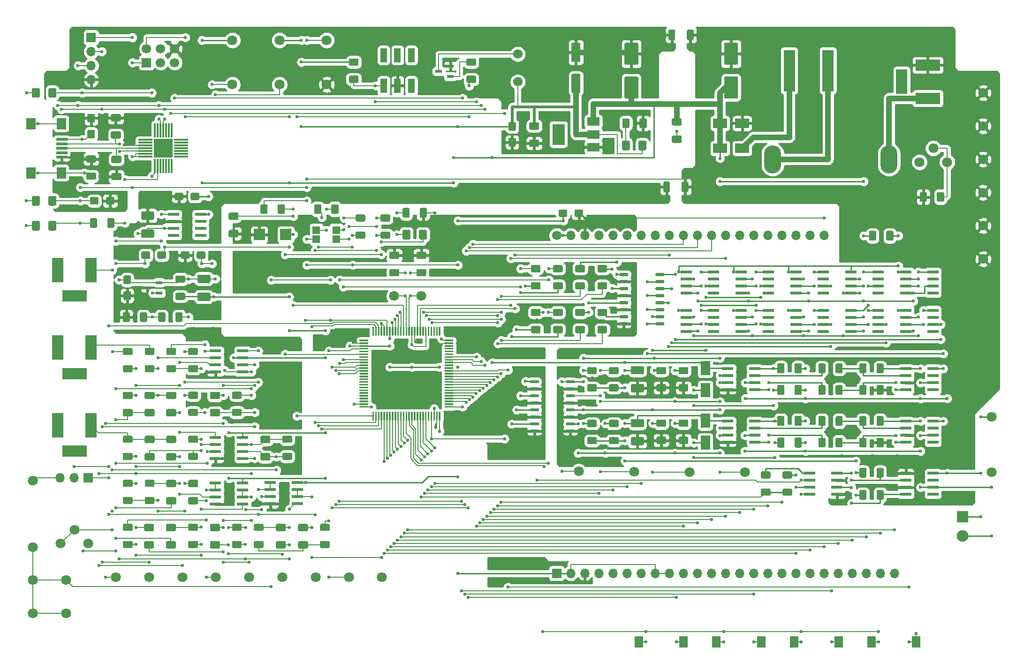
<source format=gbr>
%TF.GenerationSoftware,KiCad,Pcbnew,(5.1.7)-1*%
%TF.CreationDate,2021-04-16T09:21:30+09:00*%
%TF.ProjectId,EEG_Ver1.0A,4545475f-5665-4723-912e-30412e6b6963,Ver1.0A*%
%TF.SameCoordinates,Original*%
%TF.FileFunction,Copper,L1,Top*%
%TF.FilePolarity,Positive*%
%FSLAX46Y46*%
G04 Gerber Fmt 4.6, Leading zero omitted, Abs format (unit mm)*
G04 Created by KiCad (PCBNEW (5.1.7)-1) date 2021-04-16 09:21:30*
%MOMM*%
%LPD*%
G01*
G04 APERTURE LIST*
%TA.AperFunction,ComponentPad*%
%ADD10O,1.700000X1.700000*%
%TD*%
%TA.AperFunction,ComponentPad*%
%ADD11C,1.700000*%
%TD*%
%TA.AperFunction,ComponentPad*%
%ADD12R,1.700000X1.700000*%
%TD*%
%TA.AperFunction,SMDPad,CuDef*%
%ADD13R,2.500000X1.700000*%
%TD*%
%TA.AperFunction,SMDPad,CuDef*%
%ADD14R,1.400000X1.400000*%
%TD*%
%TA.AperFunction,SMDPad,CuDef*%
%ADD15R,1.700000X2.500000*%
%TD*%
%TA.AperFunction,ComponentPad*%
%ADD16O,3.048000X5.080000*%
%TD*%
%TA.AperFunction,ComponentPad*%
%ADD17R,2.000000X4.500000*%
%TD*%
%TA.AperFunction,ComponentPad*%
%ADD18R,4.500000X2.000000*%
%TD*%
%TA.AperFunction,ComponentPad*%
%ADD19C,1.800000*%
%TD*%
%TA.AperFunction,ComponentPad*%
%ADD20C,2.100000*%
%TD*%
%TA.AperFunction,ComponentPad*%
%ADD21R,2.100000X2.100000*%
%TD*%
%TA.AperFunction,SMDPad,CuDef*%
%ADD22R,1.700000X2.000000*%
%TD*%
%TA.AperFunction,SMDPad,CuDef*%
%ADD23R,2.000000X0.500000*%
%TD*%
%TA.AperFunction,SMDPad,CuDef*%
%ADD24R,1.300000X0.600000*%
%TD*%
%TA.AperFunction,SMDPad,CuDef*%
%ADD25R,2.000000X0.600000*%
%TD*%
%TA.AperFunction,ComponentPad*%
%ADD26R,2.000000X7.500000*%
%TD*%
%TA.AperFunction,SMDPad,CuDef*%
%ADD27R,1.550000X2.000000*%
%TD*%
%TA.AperFunction,SMDPad,CuDef*%
%ADD28R,2.000000X2.000000*%
%TD*%
%TA.AperFunction,SMDPad,CuDef*%
%ADD29R,1.200000X2.500000*%
%TD*%
%TA.AperFunction,SMDPad,CuDef*%
%ADD30R,2.200000X1.500000*%
%TD*%
%TA.AperFunction,SMDPad,CuDef*%
%ADD31R,2.200000X3.800000*%
%TD*%
%TA.AperFunction,SMDPad,CuDef*%
%ADD32R,3.400000X3.400000*%
%TD*%
%TA.AperFunction,SMDPad,CuDef*%
%ADD33R,0.300000X2.500000*%
%TD*%
%TA.AperFunction,SMDPad,CuDef*%
%ADD34R,2.500000X0.300000*%
%TD*%
%TA.AperFunction,ViaPad*%
%ADD35C,0.600000*%
%TD*%
%TA.AperFunction,Conductor*%
%ADD36C,1.000000*%
%TD*%
%TA.AperFunction,Conductor*%
%ADD37C,0.500000*%
%TD*%
%TA.AperFunction,Conductor*%
%ADD38C,0.200000*%
%TD*%
%TA.AperFunction,Conductor*%
%ADD39C,0.250000*%
%TD*%
%TA.AperFunction,Conductor*%
%ADD40C,0.254000*%
%TD*%
%TA.AperFunction,Conductor*%
%ADD41C,0.100000*%
%TD*%
G04 APERTURE END LIST*
D10*
%TO.P,U2,30*%
%TO.N,Net-(U2-Pad30)*%
X186180000Y-64750000D03*
%TO.P,U2,32*%
%TO.N,Net-(U2-Pad32)*%
X191260000Y-64750000D03*
%TO.P,U2,33*%
%TO.N,Net-(U2-Pad33)*%
X193800000Y-64750000D03*
%TO.P,U2,31*%
%TO.N,Net-(U2-Pad31)*%
X188720000Y-64750000D03*
%TO.P,U2,28*%
%TO.N,GNDD*%
X181100000Y-64750000D03*
%TO.P,U2,27*%
%TO.N,+3V3*%
X178560000Y-64750000D03*
%TO.P,U2,34*%
%TO.N,~TS_CS*%
X196340000Y-64750000D03*
%TO.P,U2,29*%
%TO.N,Net-(U2-Pad29)*%
X183640000Y-64750000D03*
%TO.P,U2,42*%
%TO.N,Net-(U2-Pad42)*%
X216660000Y-64750000D03*
%TO.P,U2,39*%
%TO.N,Net-(U2-Pad39)*%
X209040000Y-64750000D03*
%TO.P,U2,40*%
%TO.N,Net-(U2-Pad40)*%
X211580000Y-64750000D03*
%TO.P,U2,36*%
%TO.N,SPI3_MISO*%
X201420000Y-64750000D03*
%TO.P,U2,45*%
%TO.N,GNDD*%
X224280000Y-64750000D03*
%TO.P,U2,38*%
%TO.N,~TS_INT*%
X206500000Y-64750000D03*
%TO.P,U2,35*%
%TO.N,SPI3_MOSI*%
X198880000Y-64750000D03*
%TO.P,U2,44*%
%TO.N,Net-(U2-Pad44)*%
X221740000Y-64750000D03*
%TO.P,U2,43*%
%TO.N,Net-(U2-Pad43)*%
X219200000Y-64750000D03*
%TO.P,U2,37*%
%TO.N,SPI3_SCK*%
X203960000Y-64750000D03*
D11*
%TO.P,U2,26*%
%TO.N,+3V3*%
X176020000Y-64750000D03*
D10*
%TO.P,U2,41*%
%TO.N,Net-(U2-Pad41)*%
X214120000Y-64750000D03*
%TO.P,U2,12*%
%TO.N,TFT_D2*%
X203960000Y-125750000D03*
%TO.P,U2,15*%
%TO.N,TFT_D5*%
X211580000Y-125750000D03*
%TO.P,U2,3*%
%TO.N,GNDD*%
X181100000Y-125750000D03*
D12*
%TO.P,U2,1*%
%TO.N,+3V3*%
X176020000Y-125750000D03*
D10*
%TO.P,U2,23*%
%TO.N,TFT_D13*%
X231900000Y-125750000D03*
%TO.P,U2,2*%
%TO.N,+3V3*%
X178560000Y-125750000D03*
%TO.P,U2,25*%
%TO.N,TFT_D15*%
X236980000Y-125750000D03*
%TO.P,U2,16*%
%TO.N,TFT_D6*%
X214120000Y-125750000D03*
%TO.P,U2,11*%
%TO.N,TFT_D1*%
X201420000Y-125750000D03*
%TO.P,U2,19*%
%TO.N,TFT_D9*%
X221740000Y-125750000D03*
%TO.P,U2,22*%
%TO.N,TFT_D12*%
X229360000Y-125750000D03*
%TO.P,U2,20*%
%TO.N,TFT_D10*%
X224280000Y-125750000D03*
%TO.P,U2,13*%
%TO.N,TFT_D3*%
X206500000Y-125750000D03*
%TO.P,U2,9*%
%TO.N,+3V3*%
X196340000Y-125750000D03*
%TO.P,U2,14*%
%TO.N,TFT_D4*%
X209040000Y-125750000D03*
%TO.P,U2,5*%
%TO.N,~TFT_CS*%
X186180000Y-125750000D03*
%TO.P,U2,21*%
%TO.N,TFT_D11*%
X226820000Y-125750000D03*
%TO.P,U2,4*%
%TO.N,~TFT_RST*%
X183640000Y-125750000D03*
%TO.P,U2,6*%
%TO.N,TFT_RS*%
X188720000Y-125750000D03*
%TO.P,U2,24*%
%TO.N,TFT_D14*%
X234440000Y-125750000D03*
%TO.P,U2,18*%
%TO.N,TFT_D8*%
X219200000Y-125750000D03*
%TO.P,U2,17*%
%TO.N,TFT_D7*%
X216660000Y-125750000D03*
%TO.P,U2,10*%
%TO.N,TFT_D0*%
X198880000Y-125750000D03*
%TO.P,U2,8*%
%TO.N,+3V3*%
X193800000Y-125750000D03*
%TO.P,U2,7*%
%TO.N,~TFT_WR*%
X191260000Y-125750000D03*
%TD*%
%TO.P,C2,1*%
%TO.N,+12V*%
%TA.AperFunction,SMDPad,CuDef*%
G36*
G01*
X197049999Y-43575000D02*
X198350001Y-43575000D01*
G75*
G02*
X198600000Y-43824999I0J-249999D01*
G01*
X198600000Y-44650001D01*
G75*
G02*
X198350001Y-44900000I-249999J0D01*
G01*
X197049999Y-44900000D01*
G75*
G02*
X196800000Y-44650001I0J249999D01*
G01*
X196800000Y-43824999D01*
G75*
G02*
X197049999Y-43575000I249999J0D01*
G01*
G37*
%TD.AperFunction*%
%TO.P,C2,2*%
%TO.N,GNDD*%
%TA.AperFunction,SMDPad,CuDef*%
G36*
G01*
X197049999Y-46700000D02*
X198350001Y-46700000D01*
G75*
G02*
X198600000Y-46949999I0J-249999D01*
G01*
X198600000Y-47775001D01*
G75*
G02*
X198350001Y-48025000I-249999J0D01*
G01*
X197049999Y-48025000D01*
G75*
G02*
X196800000Y-47775001I0J249999D01*
G01*
X196800000Y-46949999D01*
G75*
G02*
X197049999Y-46700000I249999J0D01*
G01*
G37*
%TD.AperFunction*%
%TD*%
D11*
%TO.P,BZ1,1*%
%TO.N,+3V3*%
X169000000Y-37000000D03*
%TO.P,BZ1,2*%
%TO.N,Net-(BZ1-Pad2)*%
X169000000Y-32000000D03*
%TD*%
%TO.P,C1,1*%
%TO.N,+12V*%
%TA.AperFunction,SMDPad,CuDef*%
G36*
G01*
X208500000Y-40050000D02*
X206500000Y-40050000D01*
G75*
G02*
X206250000Y-39800000I0J250000D01*
G01*
X206250000Y-36300000D01*
G75*
G02*
X206500000Y-36050000I250000J0D01*
G01*
X208500000Y-36050000D01*
G75*
G02*
X208750000Y-36300000I0J-250000D01*
G01*
X208750000Y-39800000D01*
G75*
G02*
X208500000Y-40050000I-250000J0D01*
G01*
G37*
%TD.AperFunction*%
%TO.P,C1,2*%
%TO.N,GNDPWR*%
%TA.AperFunction,SMDPad,CuDef*%
G36*
G01*
X208500000Y-33950000D02*
X206500000Y-33950000D01*
G75*
G02*
X206250000Y-33700000I0J250000D01*
G01*
X206250000Y-30200000D01*
G75*
G02*
X206500000Y-29950000I250000J0D01*
G01*
X208500000Y-29950000D01*
G75*
G02*
X208750000Y-30200000I0J-250000D01*
G01*
X208750000Y-33700000D01*
G75*
G02*
X208500000Y-33950000I-250000J0D01*
G01*
G37*
%TD.AperFunction*%
%TD*%
%TO.P,C3,2*%
%TO.N,GNDD*%
%TA.AperFunction,SMDPad,CuDef*%
G36*
G01*
X190500000Y-33950000D02*
X188500000Y-33950000D01*
G75*
G02*
X188250000Y-33700000I0J250000D01*
G01*
X188250000Y-30200000D01*
G75*
G02*
X188500000Y-29950000I250000J0D01*
G01*
X190500000Y-29950000D01*
G75*
G02*
X190750000Y-30200000I0J-250000D01*
G01*
X190750000Y-33700000D01*
G75*
G02*
X190500000Y-33950000I-250000J0D01*
G01*
G37*
%TD.AperFunction*%
%TO.P,C3,1*%
%TO.N,+12V*%
%TA.AperFunction,SMDPad,CuDef*%
G36*
G01*
X190500000Y-40050000D02*
X188500000Y-40050000D01*
G75*
G02*
X188250000Y-39800000I0J250000D01*
G01*
X188250000Y-36300000D01*
G75*
G02*
X188500000Y-36050000I250000J0D01*
G01*
X190500000Y-36050000D01*
G75*
G02*
X190750000Y-36300000I0J-250000D01*
G01*
X190750000Y-39800000D01*
G75*
G02*
X190500000Y-40050000I-250000J0D01*
G01*
G37*
%TD.AperFunction*%
%TD*%
%TO.P,C4,1*%
%TO.N,+3V3*%
%TA.AperFunction,SMDPad,CuDef*%
G36*
G01*
X180050000Y-39050000D02*
X178950000Y-39050000D01*
G75*
G02*
X178700000Y-38800000I0J250000D01*
G01*
X178700000Y-35800000D01*
G75*
G02*
X178950000Y-35550000I250000J0D01*
G01*
X180050000Y-35550000D01*
G75*
G02*
X180300000Y-35800000I0J-250000D01*
G01*
X180300000Y-38800000D01*
G75*
G02*
X180050000Y-39050000I-250000J0D01*
G01*
G37*
%TD.AperFunction*%
%TO.P,C4,2*%
%TO.N,GNDD*%
%TA.AperFunction,SMDPad,CuDef*%
G36*
G01*
X180050000Y-33450000D02*
X178950000Y-33450000D01*
G75*
G02*
X178700000Y-33200000I0J250000D01*
G01*
X178700000Y-30200000D01*
G75*
G02*
X178950000Y-29950000I250000J0D01*
G01*
X180050000Y-29950000D01*
G75*
G02*
X180300000Y-30200000I0J-250000D01*
G01*
X180300000Y-33200000D01*
G75*
G02*
X180050000Y-33450000I-250000J0D01*
G01*
G37*
%TD.AperFunction*%
%TD*%
%TO.P,C5,1*%
%TO.N,+3V3*%
%TA.AperFunction,SMDPad,CuDef*%
G36*
G01*
X171299999Y-44325000D02*
X172600001Y-44325000D01*
G75*
G02*
X172850000Y-44574999I0J-249999D01*
G01*
X172850000Y-45400001D01*
G75*
G02*
X172600001Y-45650000I-249999J0D01*
G01*
X171299999Y-45650000D01*
G75*
G02*
X171050000Y-45400001I0J249999D01*
G01*
X171050000Y-44574999D01*
G75*
G02*
X171299999Y-44325000I249999J0D01*
G01*
G37*
%TD.AperFunction*%
%TO.P,C5,2*%
%TO.N,GNDD*%
%TA.AperFunction,SMDPad,CuDef*%
G36*
G01*
X171299999Y-47450000D02*
X172600001Y-47450000D01*
G75*
G02*
X172850000Y-47699999I0J-249999D01*
G01*
X172850000Y-48525001D01*
G75*
G02*
X172600001Y-48775000I-249999J0D01*
G01*
X171299999Y-48775000D01*
G75*
G02*
X171050000Y-48525001I0J249999D01*
G01*
X171050000Y-47699999D01*
G75*
G02*
X171299999Y-47450000I249999J0D01*
G01*
G37*
%TD.AperFunction*%
%TD*%
%TO.P,C10,1*%
%TO.N,NRST*%
%TA.AperFunction,SMDPad,CuDef*%
G36*
G01*
X117049999Y-60625000D02*
X118350001Y-60625000D01*
G75*
G02*
X118600000Y-60874999I0J-249999D01*
G01*
X118600000Y-61700001D01*
G75*
G02*
X118350001Y-61950000I-249999J0D01*
G01*
X117049999Y-61950000D01*
G75*
G02*
X116800000Y-61700001I0J249999D01*
G01*
X116800000Y-60874999D01*
G75*
G02*
X117049999Y-60625000I249999J0D01*
G01*
G37*
%TD.AperFunction*%
%TO.P,C10,2*%
%TO.N,GNDD*%
%TA.AperFunction,SMDPad,CuDef*%
G36*
G01*
X117049999Y-63750000D02*
X118350001Y-63750000D01*
G75*
G02*
X118600000Y-63999999I0J-249999D01*
G01*
X118600000Y-64825001D01*
G75*
G02*
X118350001Y-65075000I-249999J0D01*
G01*
X117049999Y-65075000D01*
G75*
G02*
X116800000Y-64825001I0J249999D01*
G01*
X116800000Y-63999999D01*
G75*
G02*
X117049999Y-63750000I249999J0D01*
G01*
G37*
%TD.AperFunction*%
%TD*%
%TO.P,C15,1*%
%TO.N,+3V3*%
%TA.AperFunction,SMDPad,CuDef*%
G36*
G01*
X167574999Y-44275000D02*
X168425001Y-44275000D01*
G75*
G02*
X168675000Y-44524999I0J-249999D01*
G01*
X168675000Y-45600001D01*
G75*
G02*
X168425001Y-45850000I-249999J0D01*
G01*
X167574999Y-45850000D01*
G75*
G02*
X167325000Y-45600001I0J249999D01*
G01*
X167325000Y-44524999D01*
G75*
G02*
X167574999Y-44275000I249999J0D01*
G01*
G37*
%TD.AperFunction*%
%TO.P,C15,2*%
%TO.N,GNDD*%
%TA.AperFunction,SMDPad,CuDef*%
G36*
G01*
X167574999Y-47150000D02*
X168425001Y-47150000D01*
G75*
G02*
X168675000Y-47399999I0J-249999D01*
G01*
X168675000Y-48475001D01*
G75*
G02*
X168425001Y-48725000I-249999J0D01*
G01*
X167574999Y-48725000D01*
G75*
G02*
X167325000Y-48475001I0J249999D01*
G01*
X167325000Y-47399999D01*
G75*
G02*
X167574999Y-47150000I249999J0D01*
G01*
G37*
%TD.AperFunction*%
%TD*%
%TO.P,C19,2*%
%TO.N,GNDD*%
%TA.AperFunction,SMDPad,CuDef*%
G36*
G01*
X152240001Y-69010000D02*
X150939999Y-69010000D01*
G75*
G02*
X150690000Y-68760001I0J249999D01*
G01*
X150690000Y-67934999D01*
G75*
G02*
X150939999Y-67685000I249999J0D01*
G01*
X152240001Y-67685000D01*
G75*
G02*
X152490000Y-67934999I0J-249999D01*
G01*
X152490000Y-68760001D01*
G75*
G02*
X152240001Y-69010000I-249999J0D01*
G01*
G37*
%TD.AperFunction*%
%TO.P,C19,1*%
%TO.N,Net-(C19-Pad1)*%
%TA.AperFunction,SMDPad,CuDef*%
G36*
G01*
X152240001Y-72135000D02*
X150939999Y-72135000D01*
G75*
G02*
X150690000Y-71885001I0J249999D01*
G01*
X150690000Y-71059999D01*
G75*
G02*
X150939999Y-70810000I249999J0D01*
G01*
X152240001Y-70810000D01*
G75*
G02*
X152490000Y-71059999I0J-249999D01*
G01*
X152490000Y-71885001D01*
G75*
G02*
X152240001Y-72135000I-249999J0D01*
G01*
G37*
%TD.AperFunction*%
%TD*%
%TO.P,C20,2*%
%TO.N,GNDD*%
%TA.AperFunction,SMDPad,CuDef*%
G36*
G01*
X147360001Y-69010000D02*
X146059999Y-69010000D01*
G75*
G02*
X145810000Y-68760001I0J249999D01*
G01*
X145810000Y-67934999D01*
G75*
G02*
X146059999Y-67685000I249999J0D01*
G01*
X147360001Y-67685000D01*
G75*
G02*
X147610000Y-67934999I0J-249999D01*
G01*
X147610000Y-68760001D01*
G75*
G02*
X147360001Y-69010000I-249999J0D01*
G01*
G37*
%TD.AperFunction*%
%TO.P,C20,1*%
%TO.N,Net-(C20-Pad1)*%
%TA.AperFunction,SMDPad,CuDef*%
G36*
G01*
X147360001Y-72135000D02*
X146059999Y-72135000D01*
G75*
G02*
X145810000Y-71885001I0J249999D01*
G01*
X145810000Y-71059999D01*
G75*
G02*
X146059999Y-70810000I249999J0D01*
G01*
X147360001Y-70810000D01*
G75*
G02*
X147610000Y-71059999I0J-249999D01*
G01*
X147610000Y-71885001D01*
G75*
G02*
X147360001Y-72135000I-249999J0D01*
G01*
G37*
%TD.AperFunction*%
%TD*%
%TO.P,C25,2*%
%TO.N,GNDD*%
%TA.AperFunction,SMDPad,CuDef*%
G36*
G01*
X179250000Y-61175001D02*
X179250000Y-60324999D01*
G75*
G02*
X179499999Y-60075000I249999J0D01*
G01*
X180575001Y-60075000D01*
G75*
G02*
X180825000Y-60324999I0J-249999D01*
G01*
X180825000Y-61175001D01*
G75*
G02*
X180575001Y-61425000I-249999J0D01*
G01*
X179499999Y-61425000D01*
G75*
G02*
X179250000Y-61175001I0J249999D01*
G01*
G37*
%TD.AperFunction*%
%TO.P,C25,1*%
%TO.N,+3V3*%
%TA.AperFunction,SMDPad,CuDef*%
G36*
G01*
X176375000Y-61175001D02*
X176375000Y-60324999D01*
G75*
G02*
X176624999Y-60075000I249999J0D01*
G01*
X177700001Y-60075000D01*
G75*
G02*
X177950000Y-60324999I0J-249999D01*
G01*
X177950000Y-61175001D01*
G75*
G02*
X177700001Y-61425000I-249999J0D01*
G01*
X176624999Y-61425000D01*
G75*
G02*
X176375000Y-61175001I0J249999D01*
G01*
G37*
%TD.AperFunction*%
%TD*%
%TO.P,C29,2*%
%TO.N,Net-(C29-Pad2)*%
%TA.AperFunction,SMDPad,CuDef*%
G36*
G01*
X107100001Y-102250000D02*
X105799999Y-102250000D01*
G75*
G02*
X105550000Y-102000001I0J249999D01*
G01*
X105550000Y-101174999D01*
G75*
G02*
X105799999Y-100925000I249999J0D01*
G01*
X107100001Y-100925000D01*
G75*
G02*
X107350000Y-101174999I0J-249999D01*
G01*
X107350000Y-102000001D01*
G75*
G02*
X107100001Y-102250000I-249999J0D01*
G01*
G37*
%TD.AperFunction*%
%TO.P,C29,1*%
%TO.N,Net-(C29-Pad1)*%
%TA.AperFunction,SMDPad,CuDef*%
G36*
G01*
X107100001Y-105375000D02*
X105799999Y-105375000D01*
G75*
G02*
X105550000Y-105125001I0J249999D01*
G01*
X105550000Y-104299999D01*
G75*
G02*
X105799999Y-104050000I249999J0D01*
G01*
X107100001Y-104050000D01*
G75*
G02*
X107350000Y-104299999I0J-249999D01*
G01*
X107350000Y-105125001D01*
G75*
G02*
X107100001Y-105375000I-249999J0D01*
G01*
G37*
%TD.AperFunction*%
%TD*%
%TO.P,C30,2*%
%TO.N,Net-(C29-Pad2)*%
%TA.AperFunction,SMDPad,CuDef*%
G36*
G01*
X103200001Y-102250000D02*
X101899999Y-102250000D01*
G75*
G02*
X101650000Y-102000001I0J249999D01*
G01*
X101650000Y-101174999D01*
G75*
G02*
X101899999Y-100925000I249999J0D01*
G01*
X103200001Y-100925000D01*
G75*
G02*
X103450000Y-101174999I0J-249999D01*
G01*
X103450000Y-102000001D01*
G75*
G02*
X103200001Y-102250000I-249999J0D01*
G01*
G37*
%TD.AperFunction*%
%TO.P,C30,1*%
%TO.N,Net-(C30-Pad1)*%
%TA.AperFunction,SMDPad,CuDef*%
G36*
G01*
X103200001Y-105375000D02*
X101899999Y-105375000D01*
G75*
G02*
X101650000Y-105125001I0J249999D01*
G01*
X101650000Y-104299999D01*
G75*
G02*
X101899999Y-104050000I249999J0D01*
G01*
X103200001Y-104050000D01*
G75*
G02*
X103450000Y-104299999I0J-249999D01*
G01*
X103450000Y-105125001D01*
G75*
G02*
X103200001Y-105375000I-249999J0D01*
G01*
G37*
%TD.AperFunction*%
%TD*%
%TO.P,C31,1*%
%TO.N,Net-(C31-Pad1)*%
%TA.AperFunction,SMDPad,CuDef*%
G36*
G01*
X97949999Y-92975000D02*
X99250001Y-92975000D01*
G75*
G02*
X99500000Y-93224999I0J-249999D01*
G01*
X99500000Y-94050001D01*
G75*
G02*
X99250001Y-94300000I-249999J0D01*
G01*
X97949999Y-94300000D01*
G75*
G02*
X97700000Y-94050001I0J249999D01*
G01*
X97700000Y-93224999D01*
G75*
G02*
X97949999Y-92975000I249999J0D01*
G01*
G37*
%TD.AperFunction*%
%TO.P,C31,2*%
%TO.N,GND1*%
%TA.AperFunction,SMDPad,CuDef*%
G36*
G01*
X97949999Y-96100000D02*
X99250001Y-96100000D01*
G75*
G02*
X99500000Y-96349999I0J-249999D01*
G01*
X99500000Y-97175001D01*
G75*
G02*
X99250001Y-97425000I-249999J0D01*
G01*
X97949999Y-97425000D01*
G75*
G02*
X97700000Y-97175001I0J249999D01*
G01*
X97700000Y-96349999D01*
G75*
G02*
X97949999Y-96100000I249999J0D01*
G01*
G37*
%TD.AperFunction*%
%TD*%
%TO.P,C32,1*%
%TO.N,GND1*%
%TA.AperFunction,SMDPad,CuDef*%
G36*
G01*
X103200001Y-97425000D02*
X101899999Y-97425000D01*
G75*
G02*
X101650000Y-97175001I0J249999D01*
G01*
X101650000Y-96349999D01*
G75*
G02*
X101899999Y-96100000I249999J0D01*
G01*
X103200001Y-96100000D01*
G75*
G02*
X103450000Y-96349999I0J-249999D01*
G01*
X103450000Y-97175001D01*
G75*
G02*
X103200001Y-97425000I-249999J0D01*
G01*
G37*
%TD.AperFunction*%
%TO.P,C32,2*%
%TO.N,Net-(C32-Pad2)*%
%TA.AperFunction,SMDPad,CuDef*%
G36*
G01*
X103200001Y-94300000D02*
X101899999Y-94300000D01*
G75*
G02*
X101650000Y-94050001I0J249999D01*
G01*
X101650000Y-93224999D01*
G75*
G02*
X101899999Y-92975000I249999J0D01*
G01*
X103200001Y-92975000D01*
G75*
G02*
X103450000Y-93224999I0J-249999D01*
G01*
X103450000Y-94050001D01*
G75*
G02*
X103200001Y-94300000I-249999J0D01*
G01*
G37*
%TD.AperFunction*%
%TD*%
%TO.P,C33,2*%
%TO.N,GNDA*%
%TA.AperFunction,SMDPad,CuDef*%
G36*
G01*
X108650000Y-57274999D02*
X108650000Y-58125001D01*
G75*
G02*
X108400001Y-58375000I-249999J0D01*
G01*
X107324999Y-58375000D01*
G75*
G02*
X107075000Y-58125001I0J249999D01*
G01*
X107075000Y-57274999D01*
G75*
G02*
X107324999Y-57025000I249999J0D01*
G01*
X108400001Y-57025000D01*
G75*
G02*
X108650000Y-57274999I0J-249999D01*
G01*
G37*
%TD.AperFunction*%
%TO.P,C33,1*%
%TO.N,Net-(C33-Pad1)*%
%TA.AperFunction,SMDPad,CuDef*%
G36*
G01*
X111525000Y-57274999D02*
X111525000Y-58125001D01*
G75*
G02*
X111275001Y-58375000I-249999J0D01*
G01*
X110199999Y-58375000D01*
G75*
G02*
X109950000Y-58125001I0J249999D01*
G01*
X109950000Y-57274999D01*
G75*
G02*
X110199999Y-57025000I249999J0D01*
G01*
X111275001Y-57025000D01*
G75*
G02*
X111525000Y-57274999I0J-249999D01*
G01*
G37*
%TD.AperFunction*%
%TD*%
%TO.P,C34,1*%
%TO.N,Net-(C31-Pad1)*%
%TA.AperFunction,SMDPad,CuDef*%
G36*
G01*
X107100001Y-97425000D02*
X105799999Y-97425000D01*
G75*
G02*
X105550000Y-97175001I0J249999D01*
G01*
X105550000Y-96349999D01*
G75*
G02*
X105799999Y-96100000I249999J0D01*
G01*
X107100001Y-96100000D01*
G75*
G02*
X107350000Y-96349999I0J-249999D01*
G01*
X107350000Y-97175001D01*
G75*
G02*
X107100001Y-97425000I-249999J0D01*
G01*
G37*
%TD.AperFunction*%
%TO.P,C34,2*%
%TO.N,Net-(C32-Pad2)*%
%TA.AperFunction,SMDPad,CuDef*%
G36*
G01*
X107100001Y-94300000D02*
X105799999Y-94300000D01*
G75*
G02*
X105550000Y-94050001I0J249999D01*
G01*
X105550000Y-93224999D01*
G75*
G02*
X105799999Y-92975000I249999J0D01*
G01*
X107100001Y-92975000D01*
G75*
G02*
X107350000Y-93224999I0J-249999D01*
G01*
X107350000Y-94050001D01*
G75*
G02*
X107100001Y-94300000I-249999J0D01*
G01*
G37*
%TD.AperFunction*%
%TD*%
%TO.P,C35,2*%
%TO.N,Net-(C35-Pad2)*%
%TA.AperFunction,SMDPad,CuDef*%
G36*
G01*
X115000001Y-118150000D02*
X113699999Y-118150000D01*
G75*
G02*
X113450000Y-117900001I0J249999D01*
G01*
X113450000Y-117074999D01*
G75*
G02*
X113699999Y-116825000I249999J0D01*
G01*
X115000001Y-116825000D01*
G75*
G02*
X115250000Y-117074999I0J-249999D01*
G01*
X115250000Y-117900001D01*
G75*
G02*
X115000001Y-118150000I-249999J0D01*
G01*
G37*
%TD.AperFunction*%
%TO.P,C35,1*%
%TO.N,Net-(C35-Pad1)*%
%TA.AperFunction,SMDPad,CuDef*%
G36*
G01*
X115000001Y-121275000D02*
X113699999Y-121275000D01*
G75*
G02*
X113450000Y-121025001I0J249999D01*
G01*
X113450000Y-120199999D01*
G75*
G02*
X113699999Y-119950000I249999J0D01*
G01*
X115000001Y-119950000D01*
G75*
G02*
X115250000Y-120199999I0J-249999D01*
G01*
X115250000Y-121025001D01*
G75*
G02*
X115000001Y-121275000I-249999J0D01*
G01*
G37*
%TD.AperFunction*%
%TD*%
%TO.P,C36,2*%
%TO.N,GNDA*%
%TA.AperFunction,SMDPad,CuDef*%
G36*
G01*
X103125000Y-61915000D02*
X101275000Y-61915000D01*
G75*
G02*
X101025000Y-61665000I0J250000D01*
G01*
X101025000Y-60665000D01*
G75*
G02*
X101275000Y-60415000I250000J0D01*
G01*
X103125000Y-60415000D01*
G75*
G02*
X103375000Y-60665000I0J-250000D01*
G01*
X103375000Y-61665000D01*
G75*
G02*
X103125000Y-61915000I-250000J0D01*
G01*
G37*
%TD.AperFunction*%
%TO.P,C36,1*%
%TO.N,+12V*%
%TA.AperFunction,SMDPad,CuDef*%
G36*
G01*
X103125000Y-65165000D02*
X101275000Y-65165000D01*
G75*
G02*
X101025000Y-64915000I0J250000D01*
G01*
X101025000Y-63915000D01*
G75*
G02*
X101275000Y-63665000I250000J0D01*
G01*
X103125000Y-63665000D01*
G75*
G02*
X103375000Y-63915000I0J-250000D01*
G01*
X103375000Y-64915000D01*
G75*
G02*
X103125000Y-65165000I-250000J0D01*
G01*
G37*
%TD.AperFunction*%
%TD*%
%TO.P,C38,1*%
%TO.N,+12V*%
%TA.AperFunction,SMDPad,CuDef*%
G36*
G01*
X105525000Y-67874999D02*
X105525000Y-68725001D01*
G75*
G02*
X105275001Y-68975000I-249999J0D01*
G01*
X104199999Y-68975000D01*
G75*
G02*
X103950000Y-68725001I0J249999D01*
G01*
X103950000Y-67874999D01*
G75*
G02*
X104199999Y-67625000I249999J0D01*
G01*
X105275001Y-67625000D01*
G75*
G02*
X105525000Y-67874999I0J-249999D01*
G01*
G37*
%TD.AperFunction*%
%TO.P,C38,2*%
%TO.N,GND1*%
%TA.AperFunction,SMDPad,CuDef*%
G36*
G01*
X102650000Y-67874999D02*
X102650000Y-68725001D01*
G75*
G02*
X102400001Y-68975000I-249999J0D01*
G01*
X101324999Y-68975000D01*
G75*
G02*
X101075000Y-68725001I0J249999D01*
G01*
X101075000Y-67874999D01*
G75*
G02*
X101324999Y-67625000I249999J0D01*
G01*
X102400001Y-67625000D01*
G75*
G02*
X102650000Y-67874999I0J-249999D01*
G01*
G37*
%TD.AperFunction*%
%TD*%
%TO.P,C39,2*%
%TO.N,GNDA*%
%TA.AperFunction,SMDPad,CuDef*%
G36*
G01*
X109750000Y-67874999D02*
X109750000Y-68725001D01*
G75*
G02*
X109500001Y-68975000I-249999J0D01*
G01*
X108424999Y-68975000D01*
G75*
G02*
X108175000Y-68725001I0J249999D01*
G01*
X108175000Y-67874999D01*
G75*
G02*
X108424999Y-67625000I249999J0D01*
G01*
X109500001Y-67625000D01*
G75*
G02*
X109750000Y-67874999I0J-249999D01*
G01*
G37*
%TD.AperFunction*%
%TO.P,C39,1*%
%TO.N,GND1*%
%TA.AperFunction,SMDPad,CuDef*%
G36*
G01*
X112625000Y-67874999D02*
X112625000Y-68725001D01*
G75*
G02*
X112375001Y-68975000I-249999J0D01*
G01*
X111299999Y-68975000D01*
G75*
G02*
X111050000Y-68725001I0J249999D01*
G01*
X111050000Y-67874999D01*
G75*
G02*
X111299999Y-67625000I249999J0D01*
G01*
X112375001Y-67625000D01*
G75*
G02*
X112625000Y-67874999I0J-249999D01*
G01*
G37*
%TD.AperFunction*%
%TD*%
%TO.P,C42,2*%
%TO.N,Net-(C42-Pad2)*%
%TA.AperFunction,SMDPad,CuDef*%
G36*
G01*
X115000001Y-94300000D02*
X113699999Y-94300000D01*
G75*
G02*
X113450000Y-94050001I0J249999D01*
G01*
X113450000Y-93224999D01*
G75*
G02*
X113699999Y-92975000I249999J0D01*
G01*
X115000001Y-92975000D01*
G75*
G02*
X115250000Y-93224999I0J-249999D01*
G01*
X115250000Y-94050001D01*
G75*
G02*
X115000001Y-94300000I-249999J0D01*
G01*
G37*
%TD.AperFunction*%
%TO.P,C42,1*%
%TO.N,Net-(C42-Pad1)*%
%TA.AperFunction,SMDPad,CuDef*%
G36*
G01*
X115000001Y-97425000D02*
X113699999Y-97425000D01*
G75*
G02*
X113450000Y-97175001I0J249999D01*
G01*
X113450000Y-96349999D01*
G75*
G02*
X113699999Y-96100000I249999J0D01*
G01*
X115000001Y-96100000D01*
G75*
G02*
X115250000Y-96349999I0J-249999D01*
G01*
X115250000Y-97175001D01*
G75*
G02*
X115000001Y-97425000I-249999J0D01*
G01*
G37*
%TD.AperFunction*%
%TD*%
%TO.P,C43,1*%
%TO.N,Net-(C43-Pad1)*%
%TA.AperFunction,SMDPad,CuDef*%
G36*
G01*
X122799999Y-100925000D02*
X124100001Y-100925000D01*
G75*
G02*
X124350000Y-101174999I0J-249999D01*
G01*
X124350000Y-102000001D01*
G75*
G02*
X124100001Y-102250000I-249999J0D01*
G01*
X122799999Y-102250000D01*
G75*
G02*
X122550000Y-102000001I0J249999D01*
G01*
X122550000Y-101174999D01*
G75*
G02*
X122799999Y-100925000I249999J0D01*
G01*
G37*
%TD.AperFunction*%
%TO.P,C43,2*%
%TO.N,Net-(C43-Pad2)*%
%TA.AperFunction,SMDPad,CuDef*%
G36*
G01*
X122799999Y-104050000D02*
X124100001Y-104050000D01*
G75*
G02*
X124350000Y-104299999I0J-249999D01*
G01*
X124350000Y-105125001D01*
G75*
G02*
X124100001Y-105375000I-249999J0D01*
G01*
X122799999Y-105375000D01*
G75*
G02*
X122550000Y-105125001I0J249999D01*
G01*
X122550000Y-104299999D01*
G75*
G02*
X122799999Y-104050000I249999J0D01*
G01*
G37*
%TD.AperFunction*%
%TD*%
%TO.P,C44,2*%
%TO.N,Net-(C44-Pad2)*%
%TA.AperFunction,SMDPad,CuDef*%
G36*
G01*
X107100001Y-110200000D02*
X105799999Y-110200000D01*
G75*
G02*
X105550000Y-109950001I0J249999D01*
G01*
X105550000Y-109124999D01*
G75*
G02*
X105799999Y-108875000I249999J0D01*
G01*
X107100001Y-108875000D01*
G75*
G02*
X107350000Y-109124999I0J-249999D01*
G01*
X107350000Y-109950001D01*
G75*
G02*
X107100001Y-110200000I-249999J0D01*
G01*
G37*
%TD.AperFunction*%
%TO.P,C44,1*%
%TO.N,GND1*%
%TA.AperFunction,SMDPad,CuDef*%
G36*
G01*
X107100001Y-113325000D02*
X105799999Y-113325000D01*
G75*
G02*
X105550000Y-113075001I0J249999D01*
G01*
X105550000Y-112249999D01*
G75*
G02*
X105799999Y-112000000I249999J0D01*
G01*
X107100001Y-112000000D01*
G75*
G02*
X107350000Y-112249999I0J-249999D01*
G01*
X107350000Y-113075001D01*
G75*
G02*
X107100001Y-113325000I-249999J0D01*
G01*
G37*
%TD.AperFunction*%
%TD*%
%TO.P,C45,1*%
%TO.N,Net-(C45-Pad1)*%
%TA.AperFunction,SMDPad,CuDef*%
G36*
G01*
X109749999Y-108875000D02*
X111050001Y-108875000D01*
G75*
G02*
X111300000Y-109124999I0J-249999D01*
G01*
X111300000Y-109950001D01*
G75*
G02*
X111050001Y-110200000I-249999J0D01*
G01*
X109749999Y-110200000D01*
G75*
G02*
X109500000Y-109950001I0J249999D01*
G01*
X109500000Y-109124999D01*
G75*
G02*
X109749999Y-108875000I249999J0D01*
G01*
G37*
%TD.AperFunction*%
%TO.P,C45,2*%
%TO.N,Net-(C45-Pad2)*%
%TA.AperFunction,SMDPad,CuDef*%
G36*
G01*
X109749999Y-112000000D02*
X111050001Y-112000000D01*
G75*
G02*
X111300000Y-112249999I0J-249999D01*
G01*
X111300000Y-113075001D01*
G75*
G02*
X111050001Y-113325000I-249999J0D01*
G01*
X109749999Y-113325000D01*
G75*
G02*
X109500000Y-113075001I0J249999D01*
G01*
X109500000Y-112249999D01*
G75*
G02*
X109749999Y-112000000I249999J0D01*
G01*
G37*
%TD.AperFunction*%
%TD*%
%TO.P,C51,2*%
%TO.N,GND2*%
%TA.AperFunction,SMDPad,CuDef*%
G36*
G01*
X113275000Y-73335000D02*
X111425000Y-73335000D01*
G75*
G02*
X111175000Y-73085000I0J250000D01*
G01*
X111175000Y-72085000D01*
G75*
G02*
X111425000Y-71835000I250000J0D01*
G01*
X113275000Y-71835000D01*
G75*
G02*
X113525000Y-72085000I0J-250000D01*
G01*
X113525000Y-73085000D01*
G75*
G02*
X113275000Y-73335000I-250000J0D01*
G01*
G37*
%TD.AperFunction*%
%TO.P,C51,1*%
%TO.N,+12V*%
%TA.AperFunction,SMDPad,CuDef*%
G36*
G01*
X113275000Y-76585000D02*
X111425000Y-76585000D01*
G75*
G02*
X111175000Y-76335000I0J250000D01*
G01*
X111175000Y-75335000D01*
G75*
G02*
X111425000Y-75085000I250000J0D01*
G01*
X113275000Y-75085000D01*
G75*
G02*
X113525000Y-75335000I0J-250000D01*
G01*
X113525000Y-76335000D01*
G75*
G02*
X113275000Y-76585000I-250000J0D01*
G01*
G37*
%TD.AperFunction*%
%TD*%
%TO.P,C52,2*%
%TO.N,GNDA*%
%TA.AperFunction,SMDPad,CuDef*%
G36*
G01*
X98074999Y-74850000D02*
X98925001Y-74850000D01*
G75*
G02*
X99175000Y-75099999I0J-249999D01*
G01*
X99175000Y-76175001D01*
G75*
G02*
X98925001Y-76425000I-249999J0D01*
G01*
X98074999Y-76425000D01*
G75*
G02*
X97825000Y-76175001I0J249999D01*
G01*
X97825000Y-75099999D01*
G75*
G02*
X98074999Y-74850000I249999J0D01*
G01*
G37*
%TD.AperFunction*%
%TO.P,C52,1*%
%TO.N,GND2*%
%TA.AperFunction,SMDPad,CuDef*%
G36*
G01*
X98074999Y-71975000D02*
X98925001Y-71975000D01*
G75*
G02*
X99175000Y-72224999I0J-249999D01*
G01*
X99175000Y-73300001D01*
G75*
G02*
X98925001Y-73550000I-249999J0D01*
G01*
X98074999Y-73550000D01*
G75*
G02*
X97825000Y-73300001I0J249999D01*
G01*
X97825000Y-72224999D01*
G75*
G02*
X98074999Y-71975000I249999J0D01*
G01*
G37*
%TD.AperFunction*%
%TD*%
%TO.P,C53,2*%
%TO.N,Net-(C53-Pad2)*%
%TA.AperFunction,SMDPad,CuDef*%
G36*
G01*
X107050001Y-118162500D02*
X105749999Y-118162500D01*
G75*
G02*
X105500000Y-117912501I0J249999D01*
G01*
X105500000Y-117087499D01*
G75*
G02*
X105749999Y-116837500I249999J0D01*
G01*
X107050001Y-116837500D01*
G75*
G02*
X107300000Y-117087499I0J-249999D01*
G01*
X107300000Y-117912501D01*
G75*
G02*
X107050001Y-118162500I-249999J0D01*
G01*
G37*
%TD.AperFunction*%
%TO.P,C53,1*%
%TO.N,GND1*%
%TA.AperFunction,SMDPad,CuDef*%
G36*
G01*
X107050001Y-121287500D02*
X105749999Y-121287500D01*
G75*
G02*
X105500000Y-121037501I0J249999D01*
G01*
X105500000Y-120212499D01*
G75*
G02*
X105749999Y-119962500I249999J0D01*
G01*
X107050001Y-119962500D01*
G75*
G02*
X107300000Y-120212499I0J-249999D01*
G01*
X107300000Y-121037501D01*
G75*
G02*
X107050001Y-121287500I-249999J0D01*
G01*
G37*
%TD.AperFunction*%
%TD*%
%TO.P,C54,1*%
%TO.N,Net-(C54-Pad1)*%
%TA.AperFunction,SMDPad,CuDef*%
G36*
G01*
X101799999Y-116837500D02*
X103100001Y-116837500D01*
G75*
G02*
X103350000Y-117087499I0J-249999D01*
G01*
X103350000Y-117912501D01*
G75*
G02*
X103100001Y-118162500I-249999J0D01*
G01*
X101799999Y-118162500D01*
G75*
G02*
X101550000Y-117912501I0J249999D01*
G01*
X101550000Y-117087499D01*
G75*
G02*
X101799999Y-116837500I249999J0D01*
G01*
G37*
%TD.AperFunction*%
%TO.P,C54,2*%
%TO.N,Net-(C35-Pad2)*%
%TA.AperFunction,SMDPad,CuDef*%
G36*
G01*
X101799999Y-119962500D02*
X103100001Y-119962500D01*
G75*
G02*
X103350000Y-120212499I0J-249999D01*
G01*
X103350000Y-121037501D01*
G75*
G02*
X103100001Y-121287500I-249999J0D01*
G01*
X101799999Y-121287500D01*
G75*
G02*
X101550000Y-121037501I0J249999D01*
G01*
X101550000Y-120212499D01*
G75*
G02*
X101799999Y-119962500I249999J0D01*
G01*
G37*
%TD.AperFunction*%
%TD*%
%TO.P,C57,2*%
%TO.N,Net-(C57-Pad2)*%
%TA.AperFunction,SMDPad,CuDef*%
G36*
G01*
X126900001Y-118150000D02*
X125599999Y-118150000D01*
G75*
G02*
X125350000Y-117900001I0J249999D01*
G01*
X125350000Y-117074999D01*
G75*
G02*
X125599999Y-116825000I249999J0D01*
G01*
X126900001Y-116825000D01*
G75*
G02*
X127150000Y-117074999I0J-249999D01*
G01*
X127150000Y-117900001D01*
G75*
G02*
X126900001Y-118150000I-249999J0D01*
G01*
G37*
%TD.AperFunction*%
%TO.P,C57,1*%
%TO.N,GND2*%
%TA.AperFunction,SMDPad,CuDef*%
G36*
G01*
X126900001Y-121275000D02*
X125599999Y-121275000D01*
G75*
G02*
X125350000Y-121025001I0J249999D01*
G01*
X125350000Y-120199999D01*
G75*
G02*
X125599999Y-119950000I249999J0D01*
G01*
X126900001Y-119950000D01*
G75*
G02*
X127150000Y-120199999I0J-249999D01*
G01*
X127150000Y-121025001D01*
G75*
G02*
X126900001Y-121275000I-249999J0D01*
G01*
G37*
%TD.AperFunction*%
%TD*%
%TO.P,C58,1*%
%TO.N,ADC_IN1*%
%TA.AperFunction,SMDPad,CuDef*%
G36*
G01*
X129599999Y-116825000D02*
X130900001Y-116825000D01*
G75*
G02*
X131150000Y-117074999I0J-249999D01*
G01*
X131150000Y-117900001D01*
G75*
G02*
X130900001Y-118150000I-249999J0D01*
G01*
X129599999Y-118150000D01*
G75*
G02*
X129350000Y-117900001I0J249999D01*
G01*
X129350000Y-117074999D01*
G75*
G02*
X129599999Y-116825000I249999J0D01*
G01*
G37*
%TD.AperFunction*%
%TO.P,C58,2*%
%TO.N,Net-(C58-Pad2)*%
%TA.AperFunction,SMDPad,CuDef*%
G36*
G01*
X129599999Y-119950000D02*
X130900001Y-119950000D01*
G75*
G02*
X131150000Y-120199999I0J-249999D01*
G01*
X131150000Y-121025001D01*
G75*
G02*
X130900001Y-121275000I-249999J0D01*
G01*
X129599999Y-121275000D01*
G75*
G02*
X129350000Y-121025001I0J249999D01*
G01*
X129350000Y-120199999D01*
G75*
G02*
X129599999Y-119950000I249999J0D01*
G01*
G37*
%TD.AperFunction*%
%TD*%
%TO.P,C59,2*%
%TO.N,GNDPWR*%
%TA.AperFunction,SMDPad,CuDef*%
G36*
G01*
X189675000Y-91585000D02*
X191525000Y-91585000D01*
G75*
G02*
X191775000Y-91835000I0J-250000D01*
G01*
X191775000Y-92835000D01*
G75*
G02*
X191525000Y-93085000I-250000J0D01*
G01*
X189675000Y-93085000D01*
G75*
G02*
X189425000Y-92835000I0J250000D01*
G01*
X189425000Y-91835000D01*
G75*
G02*
X189675000Y-91585000I250000J0D01*
G01*
G37*
%TD.AperFunction*%
%TO.P,C59,1*%
%TO.N,+12V*%
%TA.AperFunction,SMDPad,CuDef*%
G36*
G01*
X189675000Y-88335000D02*
X191525000Y-88335000D01*
G75*
G02*
X191775000Y-88585000I0J-250000D01*
G01*
X191775000Y-89585000D01*
G75*
G02*
X191525000Y-89835000I-250000J0D01*
G01*
X189675000Y-89835000D01*
G75*
G02*
X189425000Y-89585000I0J250000D01*
G01*
X189425000Y-88585000D01*
G75*
G02*
X189675000Y-88335000I250000J0D01*
G01*
G37*
%TD.AperFunction*%
%TD*%
%TO.P,C60,2*%
%TO.N,GNDPWR*%
%TA.AperFunction,SMDPad,CuDef*%
G36*
G01*
X189675000Y-101135000D02*
X191525000Y-101135000D01*
G75*
G02*
X191775000Y-101385000I0J-250000D01*
G01*
X191775000Y-102385000D01*
G75*
G02*
X191525000Y-102635000I-250000J0D01*
G01*
X189675000Y-102635000D01*
G75*
G02*
X189425000Y-102385000I0J250000D01*
G01*
X189425000Y-101385000D01*
G75*
G02*
X189675000Y-101135000I250000J0D01*
G01*
G37*
%TD.AperFunction*%
%TO.P,C60,1*%
%TO.N,+12V*%
%TA.AperFunction,SMDPad,CuDef*%
G36*
G01*
X189675000Y-97885000D02*
X191525000Y-97885000D01*
G75*
G02*
X191775000Y-98135000I0J-250000D01*
G01*
X191775000Y-99135000D01*
G75*
G02*
X191525000Y-99385000I-250000J0D01*
G01*
X189675000Y-99385000D01*
G75*
G02*
X189425000Y-99135000I0J250000D01*
G01*
X189425000Y-98135000D01*
G75*
G02*
X189675000Y-97885000I250000J0D01*
G01*
G37*
%TD.AperFunction*%
%TD*%
%TO.P,C61,2*%
%TO.N,LOAD_L*%
%TA.AperFunction,SMDPad,CuDef*%
G36*
G01*
X218937500Y-89400001D02*
X218937500Y-88099999D01*
G75*
G02*
X219187499Y-87850000I249999J0D01*
G01*
X220012501Y-87850000D01*
G75*
G02*
X220262500Y-88099999I0J-249999D01*
G01*
X220262500Y-89400001D01*
G75*
G02*
X220012501Y-89650000I-249999J0D01*
G01*
X219187499Y-89650000D01*
G75*
G02*
X218937500Y-89400001I0J249999D01*
G01*
G37*
%TD.AperFunction*%
%TO.P,C61,1*%
%TO.N,Net-(C61-Pad1)*%
%TA.AperFunction,SMDPad,CuDef*%
G36*
G01*
X215812500Y-89400001D02*
X215812500Y-88099999D01*
G75*
G02*
X216062499Y-87850000I249999J0D01*
G01*
X216887501Y-87850000D01*
G75*
G02*
X217137500Y-88099999I0J-249999D01*
G01*
X217137500Y-89400001D01*
G75*
G02*
X216887501Y-89650000I-249999J0D01*
G01*
X216062499Y-89650000D01*
G75*
G02*
X215812500Y-89400001I0J249999D01*
G01*
G37*
%TD.AperFunction*%
%TD*%
%TO.P,C62,1*%
%TO.N,Net-(C62-Pad1)*%
%TA.AperFunction,SMDPad,CuDef*%
G36*
G01*
X215825000Y-98900001D02*
X215825000Y-97599999D01*
G75*
G02*
X216074999Y-97350000I249999J0D01*
G01*
X216900001Y-97350000D01*
G75*
G02*
X217150000Y-97599999I0J-249999D01*
G01*
X217150000Y-98900001D01*
G75*
G02*
X216900001Y-99150000I-249999J0D01*
G01*
X216074999Y-99150000D01*
G75*
G02*
X215825000Y-98900001I0J249999D01*
G01*
G37*
%TD.AperFunction*%
%TO.P,C62,2*%
%TO.N,LOAD_R*%
%TA.AperFunction,SMDPad,CuDef*%
G36*
G01*
X218950000Y-98900001D02*
X218950000Y-97599999D01*
G75*
G02*
X219199999Y-97350000I249999J0D01*
G01*
X220025001Y-97350000D01*
G75*
G02*
X220275000Y-97599999I0J-249999D01*
G01*
X220275000Y-98900001D01*
G75*
G02*
X220025001Y-99150000I-249999J0D01*
G01*
X219199999Y-99150000D01*
G75*
G02*
X218950000Y-98900001I0J249999D01*
G01*
G37*
%TD.AperFunction*%
%TD*%
%TO.P,C63,1*%
%TO.N,Net-(C61-Pad1)*%
%TA.AperFunction,SMDPad,CuDef*%
G36*
G01*
X215825000Y-93300001D02*
X215825000Y-91999999D01*
G75*
G02*
X216074999Y-91750000I249999J0D01*
G01*
X216900001Y-91750000D01*
G75*
G02*
X217150000Y-91999999I0J-249999D01*
G01*
X217150000Y-93300001D01*
G75*
G02*
X216900001Y-93550000I-249999J0D01*
G01*
X216074999Y-93550000D01*
G75*
G02*
X215825000Y-93300001I0J249999D01*
G01*
G37*
%TD.AperFunction*%
%TO.P,C63,2*%
%TO.N,LOAD_L*%
%TA.AperFunction,SMDPad,CuDef*%
G36*
G01*
X218950000Y-93300001D02*
X218950000Y-91999999D01*
G75*
G02*
X219199999Y-91750000I249999J0D01*
G01*
X220025001Y-91750000D01*
G75*
G02*
X220275000Y-91999999I0J-249999D01*
G01*
X220275000Y-93300001D01*
G75*
G02*
X220025001Y-93550000I-249999J0D01*
G01*
X219199999Y-93550000D01*
G75*
G02*
X218950000Y-93300001I0J249999D01*
G01*
G37*
%TD.AperFunction*%
%TD*%
%TO.P,C64,1*%
%TO.N,Net-(C62-Pad1)*%
%TA.AperFunction,SMDPad,CuDef*%
G36*
G01*
X215825000Y-102800001D02*
X215825000Y-101499999D01*
G75*
G02*
X216074999Y-101250000I249999J0D01*
G01*
X216900001Y-101250000D01*
G75*
G02*
X217150000Y-101499999I0J-249999D01*
G01*
X217150000Y-102800001D01*
G75*
G02*
X216900001Y-103050000I-249999J0D01*
G01*
X216074999Y-103050000D01*
G75*
G02*
X215825000Y-102800001I0J249999D01*
G01*
G37*
%TD.AperFunction*%
%TO.P,C64,2*%
%TO.N,LOAD_R*%
%TA.AperFunction,SMDPad,CuDef*%
G36*
G01*
X218950000Y-102800001D02*
X218950000Y-101499999D01*
G75*
G02*
X219199999Y-101250000I249999J0D01*
G01*
X220025001Y-101250000D01*
G75*
G02*
X220275000Y-101499999I0J-249999D01*
G01*
X220275000Y-102800001D01*
G75*
G02*
X220025001Y-103050000I-249999J0D01*
G01*
X219199999Y-103050000D01*
G75*
G02*
X218950000Y-102800001I0J249999D01*
G01*
G37*
%TD.AperFunction*%
%TD*%
%TO.P,C66,1*%
%TO.N,GNDD*%
%TA.AperFunction,SMDPad,CuDef*%
G36*
G01*
X97200001Y-54787500D02*
X95899999Y-54787500D01*
G75*
G02*
X95650000Y-54537501I0J249999D01*
G01*
X95650000Y-53712499D01*
G75*
G02*
X95899999Y-53462500I249999J0D01*
G01*
X97200001Y-53462500D01*
G75*
G02*
X97450000Y-53712499I0J-249999D01*
G01*
X97450000Y-54537501D01*
G75*
G02*
X97200001Y-54787500I-249999J0D01*
G01*
G37*
%TD.AperFunction*%
%TO.P,C66,2*%
%TO.N,D+*%
%TA.AperFunction,SMDPad,CuDef*%
G36*
G01*
X97200001Y-51662500D02*
X95899999Y-51662500D01*
G75*
G02*
X95650000Y-51412501I0J249999D01*
G01*
X95650000Y-50587499D01*
G75*
G02*
X95899999Y-50337500I249999J0D01*
G01*
X97200001Y-50337500D01*
G75*
G02*
X97450000Y-50587499I0J-249999D01*
G01*
X97450000Y-51412501D01*
G75*
G02*
X97200001Y-51662500I-249999J0D01*
G01*
G37*
%TD.AperFunction*%
%TD*%
%TO.P,C67,2*%
%TO.N,D-*%
%TA.AperFunction,SMDPad,CuDef*%
G36*
G01*
X95799999Y-45950000D02*
X97100001Y-45950000D01*
G75*
G02*
X97350000Y-46199999I0J-249999D01*
G01*
X97350000Y-47025001D01*
G75*
G02*
X97100001Y-47275000I-249999J0D01*
G01*
X95799999Y-47275000D01*
G75*
G02*
X95550000Y-47025001I0J249999D01*
G01*
X95550000Y-46199999D01*
G75*
G02*
X95799999Y-45950000I249999J0D01*
G01*
G37*
%TD.AperFunction*%
%TO.P,C67,1*%
%TO.N,GNDD*%
%TA.AperFunction,SMDPad,CuDef*%
G36*
G01*
X95799999Y-42825000D02*
X97100001Y-42825000D01*
G75*
G02*
X97350000Y-43074999I0J-249999D01*
G01*
X97350000Y-43900001D01*
G75*
G02*
X97100001Y-44150000I-249999J0D01*
G01*
X95799999Y-44150000D01*
G75*
G02*
X95550000Y-43900001I0J249999D01*
G01*
X95550000Y-43074999D01*
G75*
G02*
X95799999Y-42825000I249999J0D01*
G01*
G37*
%TD.AperFunction*%
%TD*%
%TO.P,C68,1*%
%TO.N,VBUS*%
%TA.AperFunction,SMDPad,CuDef*%
G36*
G01*
X92425001Y-47225000D02*
X91574999Y-47225000D01*
G75*
G02*
X91325000Y-46975001I0J249999D01*
G01*
X91325000Y-45899999D01*
G75*
G02*
X91574999Y-45650000I249999J0D01*
G01*
X92425001Y-45650000D01*
G75*
G02*
X92675000Y-45899999I0J-249999D01*
G01*
X92675000Y-46975001D01*
G75*
G02*
X92425001Y-47225000I-249999J0D01*
G01*
G37*
%TD.AperFunction*%
%TO.P,C68,2*%
%TO.N,GNDD*%
%TA.AperFunction,SMDPad,CuDef*%
G36*
G01*
X92425001Y-44350000D02*
X91574999Y-44350000D01*
G75*
G02*
X91325000Y-44100001I0J249999D01*
G01*
X91325000Y-43024999D01*
G75*
G02*
X91574999Y-42775000I249999J0D01*
G01*
X92425001Y-42775000D01*
G75*
G02*
X92675000Y-43024999I0J-249999D01*
G01*
X92675000Y-44100001D01*
G75*
G02*
X92425001Y-44350000I-249999J0D01*
G01*
G37*
%TD.AperFunction*%
%TD*%
%TO.P,C69,2*%
%TO.N,GNDD*%
%TA.AperFunction,SMDPad,CuDef*%
G36*
G01*
X94650000Y-58925001D02*
X94650000Y-58074999D01*
G75*
G02*
X94899999Y-57825000I249999J0D01*
G01*
X95975001Y-57825000D01*
G75*
G02*
X96225000Y-58074999I0J-249999D01*
G01*
X96225000Y-58925001D01*
G75*
G02*
X95975001Y-59175000I-249999J0D01*
G01*
X94899999Y-59175000D01*
G75*
G02*
X94650000Y-58925001I0J249999D01*
G01*
G37*
%TD.AperFunction*%
%TO.P,C69,1*%
%TO.N,+3V3*%
%TA.AperFunction,SMDPad,CuDef*%
G36*
G01*
X91775000Y-58925001D02*
X91775000Y-58074999D01*
G75*
G02*
X92024999Y-57825000I249999J0D01*
G01*
X93100001Y-57825000D01*
G75*
G02*
X93350000Y-58074999I0J-249999D01*
G01*
X93350000Y-58925001D01*
G75*
G02*
X93100001Y-59175000I-249999J0D01*
G01*
X92024999Y-59175000D01*
G75*
G02*
X91775000Y-58925001I0J249999D01*
G01*
G37*
%TD.AperFunction*%
%TD*%
D13*
%TO.P,D1,K*%
%TO.N,+12V*%
X205500000Y-49000000D03*
%TO.P,D1,A*%
%TO.N,Net-(D1-PadA)*%
X209500000Y-49000000D03*
%TD*%
%TO.P,D2,A*%
%TO.N,GNDPWR*%
X209500000Y-44500000D03*
%TO.P,D2,K*%
%TO.N,+12V*%
X205500000Y-44500000D03*
%TD*%
%TO.P,D3,1*%
%TO.N,Net-(D3-Pad1)*%
%TA.AperFunction,SMDPad,CuDef*%
G36*
G01*
X187800000Y-49125000D02*
X187800000Y-47875000D01*
G75*
G02*
X188050000Y-47625000I250000J0D01*
G01*
X188975000Y-47625000D01*
G75*
G02*
X189225000Y-47875000I0J-250000D01*
G01*
X189225000Y-49125000D01*
G75*
G02*
X188975000Y-49375000I-250000J0D01*
G01*
X188050000Y-49375000D01*
G75*
G02*
X187800000Y-49125000I0J250000D01*
G01*
G37*
%TD.AperFunction*%
%TO.P,D3,2*%
%TO.N,+3V3*%
%TA.AperFunction,SMDPad,CuDef*%
G36*
G01*
X190775000Y-49125000D02*
X190775000Y-47875000D01*
G75*
G02*
X191025000Y-47625000I250000J0D01*
G01*
X191950000Y-47625000D01*
G75*
G02*
X192200000Y-47875000I0J-250000D01*
G01*
X192200000Y-49125000D01*
G75*
G02*
X191950000Y-49375000I-250000J0D01*
G01*
X191025000Y-49375000D01*
G75*
G02*
X190775000Y-49125000I0J250000D01*
G01*
G37*
%TD.AperFunction*%
%TD*%
D14*
%TO.P,D4,1*%
%TO.N,+3V3*%
X132650000Y-65425000D03*
%TO.P,D4,2*%
%TO.N,Net-(D4-Pad2)*%
X136250000Y-65425000D03*
%TO.P,D4,3*%
%TO.N,Net-(D4-Pad3)*%
X136250000Y-63775000D03*
%TO.P,D4,4*%
%TO.N,Net-(D4-Pad4)*%
X132650000Y-63775000D03*
%TD*%
%TO.P,D5,1*%
%TO.N,Net-(D5-Pad1)*%
%TA.AperFunction,SMDPad,CuDef*%
G36*
G01*
X148200000Y-65225000D02*
X148200000Y-63975000D01*
G75*
G02*
X148450000Y-63725000I250000J0D01*
G01*
X149375000Y-63725000D01*
G75*
G02*
X149625000Y-63975000I0J-250000D01*
G01*
X149625000Y-65225000D01*
G75*
G02*
X149375000Y-65475000I-250000J0D01*
G01*
X148450000Y-65475000D01*
G75*
G02*
X148200000Y-65225000I0J250000D01*
G01*
G37*
%TD.AperFunction*%
%TO.P,D5,2*%
%TO.N,DEBUG1*%
%TA.AperFunction,SMDPad,CuDef*%
G36*
G01*
X151175000Y-65225000D02*
X151175000Y-63975000D01*
G75*
G02*
X151425000Y-63725000I250000J0D01*
G01*
X152350000Y-63725000D01*
G75*
G02*
X152600000Y-63975000I0J-250000D01*
G01*
X152600000Y-65225000D01*
G75*
G02*
X152350000Y-65475000I-250000J0D01*
G01*
X151425000Y-65475000D01*
G75*
G02*
X151175000Y-65225000I0J250000D01*
G01*
G37*
%TD.AperFunction*%
%TD*%
D15*
%TO.P,D6,A*%
%TO.N,+12V*%
X202850000Y-88700000D03*
%TO.P,D6,K*%
%TO.N,Net-(C61-Pad1)*%
X202850000Y-92700000D03*
%TD*%
%TO.P,D7,K*%
%TO.N,Net-(C62-Pad1)*%
X202850000Y-102200000D03*
%TO.P,D7,A*%
%TO.N,+12V*%
X202850000Y-98200000D03*
%TD*%
%TO.P,D8,1*%
%TO.N,Net-(D8-Pad1)*%
%TA.AperFunction,SMDPad,CuDef*%
G36*
G01*
X81300000Y-39625000D02*
X81300000Y-38375000D01*
G75*
G02*
X81550000Y-38125000I250000J0D01*
G01*
X82475000Y-38125000D01*
G75*
G02*
X82725000Y-38375000I0J-250000D01*
G01*
X82725000Y-39625000D01*
G75*
G02*
X82475000Y-39875000I-250000J0D01*
G01*
X81550000Y-39875000D01*
G75*
G02*
X81300000Y-39625000I0J250000D01*
G01*
G37*
%TD.AperFunction*%
%TO.P,D8,2*%
%TO.N,VBUS*%
%TA.AperFunction,SMDPad,CuDef*%
G36*
G01*
X84275000Y-39625000D02*
X84275000Y-38375000D01*
G75*
G02*
X84525000Y-38125000I250000J0D01*
G01*
X85450000Y-38125000D01*
G75*
G02*
X85700000Y-38375000I0J-250000D01*
G01*
X85700000Y-39625000D01*
G75*
G02*
X85450000Y-39875000I-250000J0D01*
G01*
X84525000Y-39875000D01*
G75*
G02*
X84275000Y-39625000I0J250000D01*
G01*
G37*
%TD.AperFunction*%
%TD*%
%TO.P,D9,1*%
%TO.N,Net-(D9-Pad1)*%
%TA.AperFunction,SMDPad,CuDef*%
G36*
G01*
X81300000Y-63625000D02*
X81300000Y-62375000D01*
G75*
G02*
X81550000Y-62125000I250000J0D01*
G01*
X82475000Y-62125000D01*
G75*
G02*
X82725000Y-62375000I0J-250000D01*
G01*
X82725000Y-63625000D01*
G75*
G02*
X82475000Y-63875000I-250000J0D01*
G01*
X81550000Y-63875000D01*
G75*
G02*
X81300000Y-63625000I0J250000D01*
G01*
G37*
%TD.AperFunction*%
%TO.P,D9,2*%
%TO.N,+3V3*%
%TA.AperFunction,SMDPad,CuDef*%
G36*
G01*
X84275000Y-63625000D02*
X84275000Y-62375000D01*
G75*
G02*
X84525000Y-62125000I250000J0D01*
G01*
X85450000Y-62125000D01*
G75*
G02*
X85700000Y-62375000I0J-250000D01*
G01*
X85700000Y-63625000D01*
G75*
G02*
X85450000Y-63875000I-250000J0D01*
G01*
X84525000Y-63875000D01*
G75*
G02*
X84275000Y-63625000I0J250000D01*
G01*
G37*
%TD.AperFunction*%
%TD*%
%TO.P,D10,1*%
%TO.N,Net-(D10-Pad1)*%
%TA.AperFunction,SMDPad,CuDef*%
G36*
G01*
X81300000Y-59125000D02*
X81300000Y-57875000D01*
G75*
G02*
X81550000Y-57625000I250000J0D01*
G01*
X82475000Y-57625000D01*
G75*
G02*
X82725000Y-57875000I0J-250000D01*
G01*
X82725000Y-59125000D01*
G75*
G02*
X82475000Y-59375000I-250000J0D01*
G01*
X81550000Y-59375000D01*
G75*
G02*
X81300000Y-59125000I0J250000D01*
G01*
G37*
%TD.AperFunction*%
%TO.P,D10,2*%
%TO.N,+3V3*%
%TA.AperFunction,SMDPad,CuDef*%
G36*
G01*
X84275000Y-59125000D02*
X84275000Y-57875000D01*
G75*
G02*
X84525000Y-57625000I250000J0D01*
G01*
X85450000Y-57625000D01*
G75*
G02*
X85700000Y-57875000I0J-250000D01*
G01*
X85700000Y-59125000D01*
G75*
G02*
X85450000Y-59375000I-250000J0D01*
G01*
X84525000Y-59375000D01*
G75*
G02*
X84275000Y-59125000I0J250000D01*
G01*
G37*
%TD.AperFunction*%
%TD*%
D16*
%TO.P,F1,1*%
%TO.N,Net-(F1-Pad1)*%
X215000000Y-51000000D03*
%TO.P,F1,2*%
%TO.N,Net-(F1-Pad2)*%
X236000000Y-51000000D03*
%TD*%
%TO.P,FB1,1*%
%TO.N,GNDA*%
%TA.AperFunction,SMDPad,CuDef*%
G36*
G01*
X195250000Y-56675000D02*
X195250000Y-55275000D01*
G75*
G02*
X195500000Y-55025000I250000J0D01*
G01*
X196225000Y-55025000D01*
G75*
G02*
X196475000Y-55275000I0J-250000D01*
G01*
X196475000Y-56675000D01*
G75*
G02*
X196225000Y-56925000I-250000J0D01*
G01*
X195500000Y-56925000D01*
G75*
G02*
X195250000Y-56675000I0J250000D01*
G01*
G37*
%TD.AperFunction*%
%TO.P,FB1,2*%
%TO.N,GNDPWR*%
%TA.AperFunction,SMDPad,CuDef*%
G36*
G01*
X198575000Y-56675000D02*
X198575000Y-55275000D01*
G75*
G02*
X198825000Y-55025000I250000J0D01*
G01*
X199550000Y-55025000D01*
G75*
G02*
X199800000Y-55275000I0J-250000D01*
G01*
X199800000Y-56675000D01*
G75*
G02*
X199550000Y-56925000I-250000J0D01*
G01*
X198825000Y-56925000D01*
G75*
G02*
X198575000Y-56675000I0J250000D01*
G01*
G37*
%TD.AperFunction*%
%TD*%
%TO.P,FB2,2*%
%TO.N,GNDD*%
%TA.AperFunction,SMDPad,CuDef*%
G36*
G01*
X197425000Y-27825000D02*
X197425000Y-29225000D01*
G75*
G02*
X197175000Y-29475000I-250000J0D01*
G01*
X196450000Y-29475000D01*
G75*
G02*
X196200000Y-29225000I0J250000D01*
G01*
X196200000Y-27825000D01*
G75*
G02*
X196450000Y-27575000I250000J0D01*
G01*
X197175000Y-27575000D01*
G75*
G02*
X197425000Y-27825000I0J-250000D01*
G01*
G37*
%TD.AperFunction*%
%TO.P,FB2,1*%
%TO.N,GNDPWR*%
%TA.AperFunction,SMDPad,CuDef*%
G36*
G01*
X200750000Y-27825000D02*
X200750000Y-29225000D01*
G75*
G02*
X200500000Y-29475000I-250000J0D01*
G01*
X199775000Y-29475000D01*
G75*
G02*
X199525000Y-29225000I0J250000D01*
G01*
X199525000Y-27825000D01*
G75*
G02*
X199775000Y-27575000I250000J0D01*
G01*
X200500000Y-27575000D01*
G75*
G02*
X200750000Y-27825000I0J-250000D01*
G01*
G37*
%TD.AperFunction*%
%TD*%
D17*
%TO.P,J1,3*%
%TO.N,Net-(J1-Pad3)*%
X238300000Y-37000000D03*
D18*
%TO.P,J1,1*%
%TO.N,Net-(F1-Pad2)*%
X243000000Y-40000000D03*
%TO.P,J1,2*%
%TO.N,GNDPWR*%
X243000000Y-34000000D03*
%TD*%
D12*
%TO.P,J2,1*%
%TO.N,+3V3*%
X102000000Y-33540000D03*
D11*
%TO.P,J2,2*%
%TO.N,NRST*%
X102000000Y-31000000D03*
%TO.P,J2,3*%
%TO.N,SWDIO*%
X104540000Y-33540000D03*
%TO.P,J2,4*%
%TO.N,Net-(J2-Pad4)*%
X104540000Y-31000000D03*
%TO.P,J2,5*%
%TO.N,SWCLK*%
X107080000Y-33540000D03*
%TO.P,J2,6*%
%TO.N,GNDD*%
X107080000Y-31000000D03*
%TD*%
D18*
%TO.P,J3,3*%
%TO.N,Net-(J3-Pad3)*%
X89000000Y-103700000D03*
D17*
%TO.P,J3,1*%
%TO.N,Net-(C29-Pad2)*%
X92000000Y-99000000D03*
%TO.P,J3,2*%
%TO.N,Net-(J3-Pad2)*%
X86000000Y-99000000D03*
%TD*%
%TO.P,J4,2*%
%TO.N,Net-(J4-Pad2)*%
X86000000Y-71000000D03*
%TO.P,J4,1*%
%TO.N,Net-(J4-Pad1)*%
X92000000Y-71000000D03*
D18*
%TO.P,J4,3*%
%TO.N,Net-(J4-Pad3)*%
X89000000Y-75700000D03*
%TD*%
%TO.P,J5,3*%
%TO.N,Net-(J5-Pad3)*%
X89000000Y-89700000D03*
D17*
%TO.P,J5,1*%
%TO.N,Net-(J5-Pad1)*%
X92000000Y-85000000D03*
%TO.P,J5,2*%
%TO.N,Net-(J5-Pad2)*%
X86000000Y-85000000D03*
%TD*%
D19*
%TO.P,J6,1*%
%TO.N,EXT_SIG*%
X81500000Y-109000000D03*
%TD*%
%TO.P,J7,1*%
%TO.N,GNDA*%
X81500000Y-121000000D03*
%TD*%
D10*
%TO.P,J8,3*%
%TO.N,EXT_SIG*%
X86420000Y-108500000D03*
%TO.P,J8,2*%
%TO.N,ADC_IN0*%
X88960000Y-108500000D03*
D12*
%TO.P,J8,1*%
%TO.N,EEG_SIG*%
X91500000Y-108500000D03*
%TD*%
D20*
%TO.P,J9,2*%
%TO.N,LOAD_R*%
X249250000Y-119000000D03*
D21*
%TO.P,J9,1*%
%TO.N,LOAD_L*%
X249250000Y-115500000D03*
%TD*%
D22*
%TO.P,J10,6*%
%TO.N,Net-(C65-Pad2)*%
X81150000Y-53450000D03*
X86600000Y-53450000D03*
X81150000Y-44550000D03*
X86600000Y-44550000D03*
D23*
%TO.P,J10,5*%
%TO.N,GNDD*%
X86700000Y-50600000D03*
%TO.P,J10,4*%
%TO.N,Net-(J10-Pad4)*%
X86700000Y-49800000D03*
%TO.P,J10,3*%
%TO.N,D+*%
X86700000Y-49000000D03*
%TO.P,J10,2*%
%TO.N,D-*%
X86700000Y-48200000D03*
%TO.P,J10,1*%
%TO.N,VBUS*%
X86700000Y-47400000D03*
%TD*%
D10*
%TO.P,J11,4*%
%TO.N,GNDD*%
X92000000Y-36620000D03*
%TO.P,J11,3*%
%TO.N,UART1_RX*%
X92000000Y-34080000D03*
%TO.P,J11,2*%
%TO.N,UART1_TX*%
X92000000Y-31540000D03*
D12*
%TO.P,J11,1*%
%TO.N,+3V3*%
X92000000Y-29000000D03*
%TD*%
D24*
%TO.P,Q1,1*%
%TO.N,Net-(Q1-Pad1)*%
X156850000Y-36050000D03*
%TO.P,Q1,2*%
%TO.N,GNDD*%
X156850000Y-34150000D03*
%TO.P,Q1,3*%
%TO.N,Net-(BZ1-Pad2)*%
X154750000Y-35100000D03*
%TD*%
D25*
%TO.P,Q2,3*%
%TO.N,Net-(Q10-Pad2)*%
X239050000Y-73885000D03*
%TO.P,Q2,8*%
X243950000Y-71345000D03*
%TO.P,Q2,7*%
%TO.N,N/C*%
X243950000Y-72615000D03*
%TO.P,Q2,6*%
%TO.N,Net-(Q10-Pad4)*%
X243950000Y-73885000D03*
%TO.P,Q2,5*%
%TO.N,N/C*%
X243950000Y-75155000D03*
%TO.P,Q2,4*%
%TO.N,Net-(Q10-Pad4)*%
X239050000Y-75155000D03*
%TO.P,Q2,2*%
%TO.N,Net-(Q10-Pad2)*%
X239050000Y-72615000D03*
%TO.P,Q2,1*%
%TO.N,Net-(Q10-Pad1)*%
X239050000Y-71345000D03*
%TD*%
%TO.P,Q3,3*%
%TO.N,Net-(Q3-Pad3)*%
X239050000Y-80785000D03*
%TO.P,Q3,8*%
X243950000Y-78245000D03*
%TO.P,Q3,7*%
%TO.N,N/C*%
X243950000Y-79515000D03*
%TO.P,Q3,6*%
%TO.N,Net-(Q3-Pad6)*%
X243950000Y-80785000D03*
%TO.P,Q3,5*%
%TO.N,N/C*%
X243950000Y-82055000D03*
%TO.P,Q3,4*%
%TO.N,Net-(Q10-Pad4)*%
X239050000Y-82055000D03*
%TO.P,Q3,2*%
%TO.N,Net-(Q10-Pad2)*%
X239050000Y-79515000D03*
%TO.P,Q3,1*%
%TO.N,Net-(Q10-Pad1)*%
X239050000Y-78245000D03*
%TD*%
%TO.P,Q4,1*%
%TO.N,Net-(Q10-Pad1)*%
X229150000Y-71345000D03*
%TO.P,Q4,2*%
%TO.N,Net-(Q10-Pad2)*%
X229150000Y-72615000D03*
%TO.P,Q4,4*%
X229150000Y-75155000D03*
%TO.P,Q4,5*%
%TO.N,N/C*%
X234050000Y-75155000D03*
%TO.P,Q4,6*%
%TO.N,Net-(Q4-Pad6)*%
X234050000Y-73885000D03*
%TO.P,Q4,7*%
%TO.N,N/C*%
X234050000Y-72615000D03*
%TO.P,Q4,8*%
%TO.N,Net-(Q4-Pad3)*%
X234050000Y-71345000D03*
%TO.P,Q4,3*%
X229150000Y-73885000D03*
%TD*%
%TO.P,Q5,3*%
%TO.N,Net-(Q5-Pad3)*%
X229150000Y-80785000D03*
%TO.P,Q5,8*%
X234050000Y-78245000D03*
%TO.P,Q5,7*%
%TO.N,N/C*%
X234050000Y-79515000D03*
%TO.P,Q5,6*%
%TO.N,Net-(Q5-Pad6)*%
X234050000Y-80785000D03*
%TO.P,Q5,5*%
%TO.N,N/C*%
X234050000Y-82055000D03*
%TO.P,Q5,4*%
%TO.N,Net-(Q10-Pad4)*%
X229150000Y-82055000D03*
%TO.P,Q5,2*%
X229150000Y-79515000D03*
%TO.P,Q5,1*%
%TO.N,Net-(Q4-Pad6)*%
X229150000Y-78245000D03*
%TD*%
%TO.P,Q6,1*%
%TO.N,Net-(Q10-Pad1)*%
X219250000Y-71345000D03*
%TO.P,Q6,2*%
%TO.N,Net-(Q10-Pad2)*%
X219250000Y-72615000D03*
%TO.P,Q6,4*%
%TO.N,Net-(Q10-Pad4)*%
X219250000Y-75155000D03*
%TO.P,Q6,5*%
%TO.N,N/C*%
X224150000Y-75155000D03*
%TO.P,Q6,6*%
%TO.N,Net-(Q6-Pad6)*%
X224150000Y-73885000D03*
%TO.P,Q6,7*%
%TO.N,N/C*%
X224150000Y-72615000D03*
%TO.P,Q6,8*%
%TO.N,Net-(Q6-Pad3)*%
X224150000Y-71345000D03*
%TO.P,Q6,3*%
X219250000Y-73885000D03*
%TD*%
%TO.P,Q7,3*%
%TO.N,Net-(Q6-Pad3)*%
X219250000Y-80785000D03*
%TO.P,Q7,8*%
X224150000Y-78245000D03*
%TO.P,Q7,7*%
%TO.N,N/C*%
X224150000Y-79515000D03*
%TO.P,Q7,6*%
%TO.N,Net-(Q6-Pad6)*%
X224150000Y-80785000D03*
%TO.P,Q7,5*%
%TO.N,N/C*%
X224150000Y-82055000D03*
%TO.P,Q7,4*%
%TO.N,Net-(Q10-Pad4)*%
X219250000Y-82055000D03*
%TO.P,Q7,2*%
%TO.N,Net-(Q10-Pad2)*%
X219250000Y-79515000D03*
%TO.P,Q7,1*%
%TO.N,Net-(Q10-Pad1)*%
X219250000Y-78245000D03*
%TD*%
%TO.P,Q8,1*%
%TO.N,Net-(Q10-Pad1)*%
X209350000Y-71345000D03*
%TO.P,Q8,2*%
%TO.N,Net-(Q10-Pad2)*%
X209350000Y-72615000D03*
%TO.P,Q8,4*%
%TO.N,Net-(Q10-Pad4)*%
X209350000Y-75155000D03*
%TO.P,Q8,5*%
%TO.N,N/C*%
X214250000Y-75155000D03*
%TO.P,Q8,6*%
%TO.N,Net-(Q10-Pad6)*%
X214250000Y-73885000D03*
%TO.P,Q8,7*%
%TO.N,N/C*%
X214250000Y-72615000D03*
%TO.P,Q8,8*%
%TO.N,Net-(Q10-Pad3)*%
X214250000Y-71345000D03*
%TO.P,Q8,3*%
X209350000Y-73885000D03*
%TD*%
%TO.P,Q9,3*%
%TO.N,Net-(Q10-Pad3)*%
X209350000Y-80785000D03*
%TO.P,Q9,8*%
X214250000Y-78245000D03*
%TO.P,Q9,7*%
%TO.N,N/C*%
X214250000Y-79515000D03*
%TO.P,Q9,6*%
%TO.N,Net-(Q10-Pad6)*%
X214250000Y-80785000D03*
%TO.P,Q9,5*%
%TO.N,N/C*%
X214250000Y-82055000D03*
%TO.P,Q9,4*%
%TO.N,Net-(Q10-Pad4)*%
X209350000Y-82055000D03*
%TO.P,Q9,2*%
%TO.N,Net-(Q10-Pad2)*%
X209350000Y-79515000D03*
%TO.P,Q9,1*%
%TO.N,Net-(Q10-Pad1)*%
X209350000Y-78245000D03*
%TD*%
%TO.P,Q10,3*%
%TO.N,Net-(Q10-Pad3)*%
X199450000Y-73885000D03*
%TO.P,Q10,8*%
X204350000Y-71345000D03*
%TO.P,Q10,7*%
%TO.N,N/C*%
X204350000Y-72615000D03*
%TO.P,Q10,6*%
%TO.N,Net-(Q10-Pad6)*%
X204350000Y-73885000D03*
%TO.P,Q10,5*%
%TO.N,N/C*%
X204350000Y-75155000D03*
%TO.P,Q10,4*%
%TO.N,Net-(Q10-Pad4)*%
X199450000Y-75155000D03*
%TO.P,Q10,2*%
%TO.N,Net-(Q10-Pad2)*%
X199450000Y-72615000D03*
%TO.P,Q10,1*%
%TO.N,Net-(Q10-Pad1)*%
X199450000Y-71345000D03*
%TD*%
%TO.P,Q11,1*%
%TO.N,Net-(Q10-Pad1)*%
X199450000Y-78245000D03*
%TO.P,Q11,2*%
%TO.N,Net-(Q10-Pad2)*%
X199450000Y-79515000D03*
%TO.P,Q11,4*%
%TO.N,Net-(Q10-Pad4)*%
X199450000Y-82055000D03*
%TO.P,Q11,5*%
%TO.N,N/C*%
X204350000Y-82055000D03*
%TO.P,Q11,6*%
%TO.N,Net-(Q10-Pad6)*%
X204350000Y-80785000D03*
%TO.P,Q11,7*%
%TO.N,N/C*%
X204350000Y-79515000D03*
%TO.P,Q11,8*%
%TO.N,Net-(Q10-Pad3)*%
X204350000Y-78245000D03*
%TO.P,Q11,3*%
X199450000Y-80785000D03*
%TD*%
%TO.P,Q12,3*%
%TO.N,GNDPWR*%
X239050000Y-91335000D03*
%TO.P,Q12,8*%
%TO.N,CURRENT_DAC*%
X243950000Y-88795000D03*
%TO.P,Q12,7*%
%TO.N,N/C*%
X243950000Y-90065000D03*
%TO.P,Q12,6*%
%TO.N,LOAD_L*%
X243950000Y-91335000D03*
%TO.P,Q12,5*%
%TO.N,N/C*%
X243950000Y-92605000D03*
%TO.P,Q12,4*%
%TO.N,L_MOS1*%
X239050000Y-92605000D03*
%TO.P,Q12,2*%
%TO.N,H_MOS1*%
X239050000Y-90065000D03*
%TO.P,Q12,1*%
%TO.N,LOAD_L*%
X239050000Y-88795000D03*
%TD*%
%TO.P,Q13,3*%
%TO.N,GNDPWR*%
X239050000Y-100835000D03*
%TO.P,Q13,8*%
%TO.N,CURRENT_DAC*%
X243950000Y-98295000D03*
%TO.P,Q13,7*%
%TO.N,N/C*%
X243950000Y-99565000D03*
%TO.P,Q13,6*%
%TO.N,LOAD_R*%
X243950000Y-100835000D03*
%TO.P,Q13,5*%
%TO.N,N/C*%
X243950000Y-102105000D03*
%TO.P,Q13,4*%
%TO.N,L_MOS2*%
X239050000Y-102105000D03*
%TO.P,Q13,2*%
%TO.N,H_MOS2*%
X239050000Y-99565000D03*
%TO.P,Q13,1*%
%TO.N,LOAD_R*%
X239050000Y-98295000D03*
%TD*%
%TO.P,Q14,3*%
%TO.N,GNDPWR*%
X239050000Y-110235000D03*
%TO.P,Q14,8*%
%TO.N,LOAD_L*%
X243950000Y-107695000D03*
%TO.P,Q14,7*%
%TO.N,N/C*%
X243950000Y-108965000D03*
%TO.P,Q14,6*%
%TO.N,LOAD_R*%
X243950000Y-110235000D03*
%TO.P,Q14,5*%
%TO.N,N/C*%
X243950000Y-111505000D03*
%TO.P,Q14,4*%
%TO.N,Net-(Q14-Pad4)*%
X239050000Y-111505000D03*
%TO.P,Q14,2*%
%TO.N,Net-(Q14-Pad2)*%
X239050000Y-108965000D03*
%TO.P,Q14,1*%
%TO.N,GNDPWR*%
X239050000Y-107695000D03*
%TD*%
%TO.P,R1,2*%
%TO.N,GNDD*%
%TA.AperFunction,SMDPad,CuDef*%
G36*
G01*
X190970000Y-45115000D02*
X190970000Y-43865000D01*
G75*
G02*
X191220000Y-43615000I250000J0D01*
G01*
X192020000Y-43615000D01*
G75*
G02*
X192270000Y-43865000I0J-250000D01*
G01*
X192270000Y-45115000D01*
G75*
G02*
X192020000Y-45365000I-250000J0D01*
G01*
X191220000Y-45365000D01*
G75*
G02*
X190970000Y-45115000I0J250000D01*
G01*
G37*
%TD.AperFunction*%
%TO.P,R1,1*%
%TO.N,Net-(D3-Pad1)*%
%TA.AperFunction,SMDPad,CuDef*%
G36*
G01*
X187870000Y-45115000D02*
X187870000Y-43865000D01*
G75*
G02*
X188120000Y-43615000I250000J0D01*
G01*
X188920000Y-43615000D01*
G75*
G02*
X189170000Y-43865000I0J-250000D01*
G01*
X189170000Y-45115000D01*
G75*
G02*
X188920000Y-45365000I-250000J0D01*
G01*
X188120000Y-45365000D01*
G75*
G02*
X187870000Y-45115000I0J250000D01*
G01*
G37*
%TD.AperFunction*%
%TD*%
%TO.P,R2,2*%
%TO.N,Net-(D4-Pad2)*%
%TA.AperFunction,SMDPad,CuDef*%
G36*
G01*
X145725000Y-62250000D02*
X144475000Y-62250000D01*
G75*
G02*
X144225000Y-62000000I0J250000D01*
G01*
X144225000Y-61200000D01*
G75*
G02*
X144475000Y-60950000I250000J0D01*
G01*
X145725000Y-60950000D01*
G75*
G02*
X145975000Y-61200000I0J-250000D01*
G01*
X145975000Y-62000000D01*
G75*
G02*
X145725000Y-62250000I-250000J0D01*
G01*
G37*
%TD.AperFunction*%
%TO.P,R2,1*%
%TO.N,~LED_RED*%
%TA.AperFunction,SMDPad,CuDef*%
G36*
G01*
X145725000Y-65350000D02*
X144475000Y-65350000D01*
G75*
G02*
X144225000Y-65100000I0J250000D01*
G01*
X144225000Y-64300000D01*
G75*
G02*
X144475000Y-64050000I250000J0D01*
G01*
X145725000Y-64050000D01*
G75*
G02*
X145975000Y-64300000I0J-250000D01*
G01*
X145975000Y-65100000D01*
G75*
G02*
X145725000Y-65350000I-250000J0D01*
G01*
G37*
%TD.AperFunction*%
%TD*%
%TO.P,R3,2*%
%TO.N,Net-(D4-Pad3)*%
%TA.AperFunction,SMDPad,CuDef*%
G36*
G01*
X141225000Y-62250000D02*
X139975000Y-62250000D01*
G75*
G02*
X139725000Y-62000000I0J250000D01*
G01*
X139725000Y-61200000D01*
G75*
G02*
X139975000Y-60950000I250000J0D01*
G01*
X141225000Y-60950000D01*
G75*
G02*
X141475000Y-61200000I0J-250000D01*
G01*
X141475000Y-62000000D01*
G75*
G02*
X141225000Y-62250000I-250000J0D01*
G01*
G37*
%TD.AperFunction*%
%TO.P,R3,1*%
%TO.N,~LED_GREEN*%
%TA.AperFunction,SMDPad,CuDef*%
G36*
G01*
X141225000Y-65350000D02*
X139975000Y-65350000D01*
G75*
G02*
X139725000Y-65100000I0J250000D01*
G01*
X139725000Y-64300000D01*
G75*
G02*
X139975000Y-64050000I250000J0D01*
G01*
X141225000Y-64050000D01*
G75*
G02*
X141475000Y-64300000I0J-250000D01*
G01*
X141475000Y-65100000D01*
G75*
G02*
X141225000Y-65350000I-250000J0D01*
G01*
G37*
%TD.AperFunction*%
%TD*%
%TO.P,R4,1*%
%TO.N,~LED_BLUE*%
%TA.AperFunction,SMDPad,CuDef*%
G36*
G01*
X132250000Y-60625000D02*
X132250000Y-59375000D01*
G75*
G02*
X132500000Y-59125000I250000J0D01*
G01*
X133300000Y-59125000D01*
G75*
G02*
X133550000Y-59375000I0J-250000D01*
G01*
X133550000Y-60625000D01*
G75*
G02*
X133300000Y-60875000I-250000J0D01*
G01*
X132500000Y-60875000D01*
G75*
G02*
X132250000Y-60625000I0J250000D01*
G01*
G37*
%TD.AperFunction*%
%TO.P,R4,2*%
%TO.N,Net-(D4-Pad4)*%
%TA.AperFunction,SMDPad,CuDef*%
G36*
G01*
X135350000Y-60625000D02*
X135350000Y-59375000D01*
G75*
G02*
X135600000Y-59125000I250000J0D01*
G01*
X136400000Y-59125000D01*
G75*
G02*
X136650000Y-59375000I0J-250000D01*
G01*
X136650000Y-60625000D01*
G75*
G02*
X136400000Y-60875000I-250000J0D01*
G01*
X135600000Y-60875000D01*
G75*
G02*
X135350000Y-60625000I0J250000D01*
G01*
G37*
%TD.AperFunction*%
%TD*%
%TO.P,R5,2*%
%TO.N,GNDD*%
%TA.AperFunction,SMDPad,CuDef*%
G36*
G01*
X151300000Y-61275000D02*
X151300000Y-60025000D01*
G75*
G02*
X151550000Y-59775000I250000J0D01*
G01*
X152350000Y-59775000D01*
G75*
G02*
X152600000Y-60025000I0J-250000D01*
G01*
X152600000Y-61275000D01*
G75*
G02*
X152350000Y-61525000I-250000J0D01*
G01*
X151550000Y-61525000D01*
G75*
G02*
X151300000Y-61275000I0J250000D01*
G01*
G37*
%TD.AperFunction*%
%TO.P,R5,1*%
%TO.N,Net-(D5-Pad1)*%
%TA.AperFunction,SMDPad,CuDef*%
G36*
G01*
X148200000Y-61275000D02*
X148200000Y-60025000D01*
G75*
G02*
X148450000Y-59775000I250000J0D01*
G01*
X149250000Y-59775000D01*
G75*
G02*
X149500000Y-60025000I0J-250000D01*
G01*
X149500000Y-61275000D01*
G75*
G02*
X149250000Y-61525000I-250000J0D01*
G01*
X148450000Y-61525000D01*
G75*
G02*
X148200000Y-61275000I0J250000D01*
G01*
G37*
%TD.AperFunction*%
%TD*%
%TO.P,R6,1*%
%TO.N,Net-(Q1-Pad1)*%
%TA.AperFunction,SMDPad,CuDef*%
G36*
G01*
X159975000Y-32800000D02*
X161225000Y-32800000D01*
G75*
G02*
X161475000Y-33050000I0J-250000D01*
G01*
X161475000Y-33850000D01*
G75*
G02*
X161225000Y-34100000I-250000J0D01*
G01*
X159975000Y-34100000D01*
G75*
G02*
X159725000Y-33850000I0J250000D01*
G01*
X159725000Y-33050000D01*
G75*
G02*
X159975000Y-32800000I250000J0D01*
G01*
G37*
%TD.AperFunction*%
%TO.P,R6,2*%
%TO.N,BUZZER*%
%TA.AperFunction,SMDPad,CuDef*%
G36*
G01*
X159975000Y-35900000D02*
X161225000Y-35900000D01*
G75*
G02*
X161475000Y-36150000I0J-250000D01*
G01*
X161475000Y-36950000D01*
G75*
G02*
X161225000Y-37200000I-250000J0D01*
G01*
X159975000Y-37200000D01*
G75*
G02*
X159725000Y-36950000I0J250000D01*
G01*
X159725000Y-36150000D01*
G75*
G02*
X159975000Y-35900000I250000J0D01*
G01*
G37*
%TD.AperFunction*%
%TD*%
%TO.P,R7,1*%
%TO.N,+3V3*%
%TA.AperFunction,SMDPad,CuDef*%
G36*
G01*
X122550000Y-60625000D02*
X122550000Y-59375000D01*
G75*
G02*
X122800000Y-59125000I250000J0D01*
G01*
X123600000Y-59125000D01*
G75*
G02*
X123850000Y-59375000I0J-250000D01*
G01*
X123850000Y-60625000D01*
G75*
G02*
X123600000Y-60875000I-250000J0D01*
G01*
X122800000Y-60875000D01*
G75*
G02*
X122550000Y-60625000I0J250000D01*
G01*
G37*
%TD.AperFunction*%
%TO.P,R7,2*%
%TO.N,NRST*%
%TA.AperFunction,SMDPad,CuDef*%
G36*
G01*
X125650000Y-60625000D02*
X125650000Y-59375000D01*
G75*
G02*
X125900000Y-59125000I250000J0D01*
G01*
X126700000Y-59125000D01*
G75*
G02*
X126950000Y-59375000I0J-250000D01*
G01*
X126950000Y-60625000D01*
G75*
G02*
X126700000Y-60875000I-250000J0D01*
G01*
X125900000Y-60875000D01*
G75*
G02*
X125650000Y-60625000I0J250000D01*
G01*
G37*
%TD.AperFunction*%
%TD*%
%TO.P,R8,1*%
%TO.N,+3V3*%
%TA.AperFunction,SMDPad,CuDef*%
G36*
G01*
X138775000Y-32800000D02*
X140025000Y-32800000D01*
G75*
G02*
X140275000Y-33050000I0J-250000D01*
G01*
X140275000Y-33850000D01*
G75*
G02*
X140025000Y-34100000I-250000J0D01*
G01*
X138775000Y-34100000D01*
G75*
G02*
X138525000Y-33850000I0J250000D01*
G01*
X138525000Y-33050000D01*
G75*
G02*
X138775000Y-32800000I250000J0D01*
G01*
G37*
%TD.AperFunction*%
%TO.P,R8,2*%
%TO.N,BOOT0*%
%TA.AperFunction,SMDPad,CuDef*%
G36*
G01*
X138775000Y-35900000D02*
X140025000Y-35900000D01*
G75*
G02*
X140275000Y-36150000I0J-250000D01*
G01*
X140275000Y-36950000D01*
G75*
G02*
X140025000Y-37200000I-250000J0D01*
G01*
X138775000Y-37200000D01*
G75*
G02*
X138525000Y-36950000I0J250000D01*
G01*
X138525000Y-36150000D01*
G75*
G02*
X138775000Y-35900000I250000J0D01*
G01*
G37*
%TD.AperFunction*%
%TD*%
%TO.P,R11,2*%
%TO.N,Net-(C29-Pad1)*%
%TA.AperFunction,SMDPad,CuDef*%
G36*
G01*
X97975000Y-104000000D02*
X99225000Y-104000000D01*
G75*
G02*
X99475000Y-104250000I0J-250000D01*
G01*
X99475000Y-105050000D01*
G75*
G02*
X99225000Y-105300000I-250000J0D01*
G01*
X97975000Y-105300000D01*
G75*
G02*
X97725000Y-105050000I0J250000D01*
G01*
X97725000Y-104250000D01*
G75*
G02*
X97975000Y-104000000I250000J0D01*
G01*
G37*
%TD.AperFunction*%
%TO.P,R11,1*%
%TO.N,Net-(C29-Pad2)*%
%TA.AperFunction,SMDPad,CuDef*%
G36*
G01*
X97975000Y-100900000D02*
X99225000Y-100900000D01*
G75*
G02*
X99475000Y-101150000I0J-250000D01*
G01*
X99475000Y-101950000D01*
G75*
G02*
X99225000Y-102200000I-250000J0D01*
G01*
X97975000Y-102200000D01*
G75*
G02*
X97725000Y-101950000I0J250000D01*
G01*
X97725000Y-101150000D01*
G75*
G02*
X97975000Y-100900000I250000J0D01*
G01*
G37*
%TD.AperFunction*%
%TD*%
%TO.P,R12,1*%
%TO.N,Net-(J4-Pad1)*%
%TA.AperFunction,SMDPad,CuDef*%
G36*
G01*
X97975000Y-85050000D02*
X99225000Y-85050000D01*
G75*
G02*
X99475000Y-85300000I0J-250000D01*
G01*
X99475000Y-86100000D01*
G75*
G02*
X99225000Y-86350000I-250000J0D01*
G01*
X97975000Y-86350000D01*
G75*
G02*
X97725000Y-86100000I0J250000D01*
G01*
X97725000Y-85300000D01*
G75*
G02*
X97975000Y-85050000I250000J0D01*
G01*
G37*
%TD.AperFunction*%
%TO.P,R12,2*%
%TO.N,Net-(C31-Pad1)*%
%TA.AperFunction,SMDPad,CuDef*%
G36*
G01*
X97975000Y-88150000D02*
X99225000Y-88150000D01*
G75*
G02*
X99475000Y-88400000I0J-250000D01*
G01*
X99475000Y-89200000D01*
G75*
G02*
X99225000Y-89450000I-250000J0D01*
G01*
X97975000Y-89450000D01*
G75*
G02*
X97725000Y-89200000I0J250000D01*
G01*
X97725000Y-88400000D01*
G75*
G02*
X97975000Y-88150000I250000J0D01*
G01*
G37*
%TD.AperFunction*%
%TD*%
%TO.P,R13,1*%
%TO.N,Net-(J5-Pad1)*%
%TA.AperFunction,SMDPad,CuDef*%
G36*
G01*
X101925000Y-85050000D02*
X103175000Y-85050000D01*
G75*
G02*
X103425000Y-85300000I0J-250000D01*
G01*
X103425000Y-86100000D01*
G75*
G02*
X103175000Y-86350000I-250000J0D01*
G01*
X101925000Y-86350000D01*
G75*
G02*
X101675000Y-86100000I0J250000D01*
G01*
X101675000Y-85300000D01*
G75*
G02*
X101925000Y-85050000I250000J0D01*
G01*
G37*
%TD.AperFunction*%
%TO.P,R13,2*%
%TO.N,Net-(C32-Pad2)*%
%TA.AperFunction,SMDPad,CuDef*%
G36*
G01*
X101925000Y-88150000D02*
X103175000Y-88150000D01*
G75*
G02*
X103425000Y-88400000I0J-250000D01*
G01*
X103425000Y-89200000D01*
G75*
G02*
X103175000Y-89450000I-250000J0D01*
G01*
X101925000Y-89450000D01*
G75*
G02*
X101675000Y-89200000I0J250000D01*
G01*
X101675000Y-88400000D01*
G75*
G02*
X101925000Y-88150000I250000J0D01*
G01*
G37*
%TD.AperFunction*%
%TD*%
%TO.P,R14,2*%
%TO.N,Net-(C30-Pad1)*%
%TA.AperFunction,SMDPad,CuDef*%
G36*
G01*
X109775000Y-104000000D02*
X111025000Y-104000000D01*
G75*
G02*
X111275000Y-104250000I0J-250000D01*
G01*
X111275000Y-105050000D01*
G75*
G02*
X111025000Y-105300000I-250000J0D01*
G01*
X109775000Y-105300000D01*
G75*
G02*
X109525000Y-105050000I0J250000D01*
G01*
X109525000Y-104250000D01*
G75*
G02*
X109775000Y-104000000I250000J0D01*
G01*
G37*
%TD.AperFunction*%
%TO.P,R14,1*%
%TO.N,Net-(R14-Pad1)*%
%TA.AperFunction,SMDPad,CuDef*%
G36*
G01*
X109775000Y-100900000D02*
X111025000Y-100900000D01*
G75*
G02*
X111275000Y-101150000I0J-250000D01*
G01*
X111275000Y-101950000D01*
G75*
G02*
X111025000Y-102200000I-250000J0D01*
G01*
X109775000Y-102200000D01*
G75*
G02*
X109525000Y-101950000I0J250000D01*
G01*
X109525000Y-101150000D01*
G75*
G02*
X109775000Y-100900000I250000J0D01*
G01*
G37*
%TD.AperFunction*%
%TD*%
%TO.P,R15,1*%
%TO.N,Net-(R14-Pad1)*%
%TA.AperFunction,SMDPad,CuDef*%
G36*
G01*
X107075000Y-89450000D02*
X105825000Y-89450000D01*
G75*
G02*
X105575000Y-89200000I0J250000D01*
G01*
X105575000Y-88400000D01*
G75*
G02*
X105825000Y-88150000I250000J0D01*
G01*
X107075000Y-88150000D01*
G75*
G02*
X107325000Y-88400000I0J-250000D01*
G01*
X107325000Y-89200000D01*
G75*
G02*
X107075000Y-89450000I-250000J0D01*
G01*
G37*
%TD.AperFunction*%
%TO.P,R15,2*%
%TO.N,Net-(R15-Pad2)*%
%TA.AperFunction,SMDPad,CuDef*%
G36*
G01*
X107075000Y-86350000D02*
X105825000Y-86350000D01*
G75*
G02*
X105575000Y-86100000I0J250000D01*
G01*
X105575000Y-85300000D01*
G75*
G02*
X105825000Y-85050000I250000J0D01*
G01*
X107075000Y-85050000D01*
G75*
G02*
X107325000Y-85300000I0J-250000D01*
G01*
X107325000Y-86100000D01*
G75*
G02*
X107075000Y-86350000I-250000J0D01*
G01*
G37*
%TD.AperFunction*%
%TD*%
%TO.P,R16,2*%
%TO.N,Net-(R16-Pad2)*%
%TA.AperFunction,SMDPad,CuDef*%
G36*
G01*
X111025000Y-86350000D02*
X109775000Y-86350000D01*
G75*
G02*
X109525000Y-86100000I0J250000D01*
G01*
X109525000Y-85300000D01*
G75*
G02*
X109775000Y-85050000I250000J0D01*
G01*
X111025000Y-85050000D01*
G75*
G02*
X111275000Y-85300000I0J-250000D01*
G01*
X111275000Y-86100000D01*
G75*
G02*
X111025000Y-86350000I-250000J0D01*
G01*
G37*
%TD.AperFunction*%
%TO.P,R16,1*%
%TO.N,Net-(R14-Pad1)*%
%TA.AperFunction,SMDPad,CuDef*%
G36*
G01*
X111025000Y-89450000D02*
X109775000Y-89450000D01*
G75*
G02*
X109525000Y-89200000I0J250000D01*
G01*
X109525000Y-88400000D01*
G75*
G02*
X109775000Y-88150000I250000J0D01*
G01*
X111025000Y-88150000D01*
G75*
G02*
X111275000Y-88400000I0J-250000D01*
G01*
X111275000Y-89200000D01*
G75*
G02*
X111025000Y-89450000I-250000J0D01*
G01*
G37*
%TD.AperFunction*%
%TD*%
%TO.P,R17,1*%
%TO.N,Net-(R15-Pad2)*%
%TA.AperFunction,SMDPad,CuDef*%
G36*
G01*
X111025000Y-97350000D02*
X109775000Y-97350000D01*
G75*
G02*
X109525000Y-97100000I0J250000D01*
G01*
X109525000Y-96300000D01*
G75*
G02*
X109775000Y-96050000I250000J0D01*
G01*
X111025000Y-96050000D01*
G75*
G02*
X111275000Y-96300000I0J-250000D01*
G01*
X111275000Y-97100000D01*
G75*
G02*
X111025000Y-97350000I-250000J0D01*
G01*
G37*
%TD.AperFunction*%
%TO.P,R17,2*%
%TO.N,Net-(R16-Pad2)*%
%TA.AperFunction,SMDPad,CuDef*%
G36*
G01*
X111025000Y-94250000D02*
X109775000Y-94250000D01*
G75*
G02*
X109525000Y-94000000I0J250000D01*
G01*
X109525000Y-93200000D01*
G75*
G02*
X109775000Y-92950000I250000J0D01*
G01*
X111025000Y-92950000D01*
G75*
G02*
X111275000Y-93200000I0J-250000D01*
G01*
X111275000Y-94000000D01*
G75*
G02*
X111025000Y-94250000I-250000J0D01*
G01*
G37*
%TD.AperFunction*%
%TD*%
%TO.P,R18,2*%
%TO.N,GND2*%
%TA.AperFunction,SMDPad,CuDef*%
G36*
G01*
X117675000Y-119900000D02*
X118925000Y-119900000D01*
G75*
G02*
X119175000Y-120150000I0J-250000D01*
G01*
X119175000Y-120950000D01*
G75*
G02*
X118925000Y-121200000I-250000J0D01*
G01*
X117675000Y-121200000D01*
G75*
G02*
X117425000Y-120950000I0J250000D01*
G01*
X117425000Y-120150000D01*
G75*
G02*
X117675000Y-119900000I250000J0D01*
G01*
G37*
%TD.AperFunction*%
%TO.P,R18,1*%
%TO.N,Net-(C35-Pad1)*%
%TA.AperFunction,SMDPad,CuDef*%
G36*
G01*
X117675000Y-116800000D02*
X118925000Y-116800000D01*
G75*
G02*
X119175000Y-117050000I0J-250000D01*
G01*
X119175000Y-117850000D01*
G75*
G02*
X118925000Y-118100000I-250000J0D01*
G01*
X117675000Y-118100000D01*
G75*
G02*
X117425000Y-117850000I0J250000D01*
G01*
X117425000Y-117050000D01*
G75*
G02*
X117675000Y-116800000I250000J0D01*
G01*
G37*
%TD.AperFunction*%
%TD*%
%TO.P,R19,2*%
%TO.N,Net-(C42-Pad1)*%
%TA.AperFunction,SMDPad,CuDef*%
G36*
G01*
X117675000Y-96050000D02*
X118925000Y-96050000D01*
G75*
G02*
X119175000Y-96300000I0J-250000D01*
G01*
X119175000Y-97100000D01*
G75*
G02*
X118925000Y-97350000I-250000J0D01*
G01*
X117675000Y-97350000D01*
G75*
G02*
X117425000Y-97100000I0J250000D01*
G01*
X117425000Y-96300000D01*
G75*
G02*
X117675000Y-96050000I250000J0D01*
G01*
G37*
%TD.AperFunction*%
%TO.P,R19,1*%
%TO.N,GND1*%
%TA.AperFunction,SMDPad,CuDef*%
G36*
G01*
X117675000Y-92950000D02*
X118925000Y-92950000D01*
G75*
G02*
X119175000Y-93200000I0J-250000D01*
G01*
X119175000Y-94000000D01*
G75*
G02*
X118925000Y-94250000I-250000J0D01*
G01*
X117675000Y-94250000D01*
G75*
G02*
X117425000Y-94000000I0J250000D01*
G01*
X117425000Y-93200000D01*
G75*
G02*
X117675000Y-92950000I250000J0D01*
G01*
G37*
%TD.AperFunction*%
%TD*%
%TO.P,R21,2*%
%TO.N,Net-(C43-Pad2)*%
%TA.AperFunction,SMDPad,CuDef*%
G36*
G01*
X126775000Y-104000000D02*
X128025000Y-104000000D01*
G75*
G02*
X128275000Y-104250000I0J-250000D01*
G01*
X128275000Y-105050000D01*
G75*
G02*
X128025000Y-105300000I-250000J0D01*
G01*
X126775000Y-105300000D01*
G75*
G02*
X126525000Y-105050000I0J250000D01*
G01*
X126525000Y-104250000D01*
G75*
G02*
X126775000Y-104000000I250000J0D01*
G01*
G37*
%TD.AperFunction*%
%TO.P,R21,1*%
%TO.N,Net-(C43-Pad1)*%
%TA.AperFunction,SMDPad,CuDef*%
G36*
G01*
X126775000Y-100900000D02*
X128025000Y-100900000D01*
G75*
G02*
X128275000Y-101150000I0J-250000D01*
G01*
X128275000Y-101950000D01*
G75*
G02*
X128025000Y-102200000I-250000J0D01*
G01*
X126775000Y-102200000D01*
G75*
G02*
X126525000Y-101950000I0J250000D01*
G01*
X126525000Y-101150000D01*
G75*
G02*
X126775000Y-100900000I250000J0D01*
G01*
G37*
%TD.AperFunction*%
%TD*%
%TO.P,R22,2*%
%TO.N,Net-(C43-Pad1)*%
%TA.AperFunction,SMDPad,CuDef*%
G36*
G01*
X99225000Y-110150000D02*
X97975000Y-110150000D01*
G75*
G02*
X97725000Y-109900000I0J250000D01*
G01*
X97725000Y-109100000D01*
G75*
G02*
X97975000Y-108850000I250000J0D01*
G01*
X99225000Y-108850000D01*
G75*
G02*
X99475000Y-109100000I0J-250000D01*
G01*
X99475000Y-109900000D01*
G75*
G02*
X99225000Y-110150000I-250000J0D01*
G01*
G37*
%TD.AperFunction*%
%TO.P,R22,1*%
%TO.N,Net-(C45-Pad1)*%
%TA.AperFunction,SMDPad,CuDef*%
G36*
G01*
X99225000Y-113250000D02*
X97975000Y-113250000D01*
G75*
G02*
X97725000Y-113000000I0J250000D01*
G01*
X97725000Y-112200000D01*
G75*
G02*
X97975000Y-111950000I250000J0D01*
G01*
X99225000Y-111950000D01*
G75*
G02*
X99475000Y-112200000I0J-250000D01*
G01*
X99475000Y-113000000D01*
G75*
G02*
X99225000Y-113250000I-250000J0D01*
G01*
G37*
%TD.AperFunction*%
%TD*%
%TO.P,R23,1*%
%TO.N,Net-(C44-Pad2)*%
%TA.AperFunction,SMDPad,CuDef*%
G36*
G01*
X101925000Y-108850000D02*
X103175000Y-108850000D01*
G75*
G02*
X103425000Y-109100000I0J-250000D01*
G01*
X103425000Y-109900000D01*
G75*
G02*
X103175000Y-110150000I-250000J0D01*
G01*
X101925000Y-110150000D01*
G75*
G02*
X101675000Y-109900000I0J250000D01*
G01*
X101675000Y-109100000D01*
G75*
G02*
X101925000Y-108850000I250000J0D01*
G01*
G37*
%TD.AperFunction*%
%TO.P,R23,2*%
%TO.N,Net-(C45-Pad1)*%
%TA.AperFunction,SMDPad,CuDef*%
G36*
G01*
X101925000Y-111950000D02*
X103175000Y-111950000D01*
G75*
G02*
X103425000Y-112200000I0J-250000D01*
G01*
X103425000Y-113000000D01*
G75*
G02*
X103175000Y-113250000I-250000J0D01*
G01*
X101925000Y-113250000D01*
G75*
G02*
X101675000Y-113000000I0J250000D01*
G01*
X101675000Y-112200000D01*
G75*
G02*
X101925000Y-111950000I250000J0D01*
G01*
G37*
%TD.AperFunction*%
%TD*%
%TO.P,R24,2*%
%TO.N,+12V*%
%TA.AperFunction,SMDPad,CuDef*%
G36*
G01*
X107475000Y-75100000D02*
X108725000Y-75100000D01*
G75*
G02*
X108975000Y-75350000I0J-250000D01*
G01*
X108975000Y-76150000D01*
G75*
G02*
X108725000Y-76400000I-250000J0D01*
G01*
X107475000Y-76400000D01*
G75*
G02*
X107225000Y-76150000I0J250000D01*
G01*
X107225000Y-75350000D01*
G75*
G02*
X107475000Y-75100000I250000J0D01*
G01*
G37*
%TD.AperFunction*%
%TO.P,R24,1*%
%TO.N,GND2*%
%TA.AperFunction,SMDPad,CuDef*%
G36*
G01*
X107475000Y-72000000D02*
X108725000Y-72000000D01*
G75*
G02*
X108975000Y-72250000I0J-250000D01*
G01*
X108975000Y-73050000D01*
G75*
G02*
X108725000Y-73300000I-250000J0D01*
G01*
X107475000Y-73300000D01*
G75*
G02*
X107225000Y-73050000I0J250000D01*
G01*
X107225000Y-72250000D01*
G75*
G02*
X107475000Y-72000000I250000J0D01*
G01*
G37*
%TD.AperFunction*%
%TD*%
%TO.P,R25,1*%
%TO.N,GND2*%
%TA.AperFunction,SMDPad,CuDef*%
G36*
G01*
X108500000Y-78875000D02*
X108500000Y-80125000D01*
G75*
G02*
X108250000Y-80375000I-250000J0D01*
G01*
X107450000Y-80375000D01*
G75*
G02*
X107200000Y-80125000I0J250000D01*
G01*
X107200000Y-78875000D01*
G75*
G02*
X107450000Y-78625000I250000J0D01*
G01*
X108250000Y-78625000D01*
G75*
G02*
X108500000Y-78875000I0J-250000D01*
G01*
G37*
%TD.AperFunction*%
%TO.P,R25,2*%
%TO.N,Net-(R25-Pad2)*%
%TA.AperFunction,SMDPad,CuDef*%
G36*
G01*
X105400000Y-78875000D02*
X105400000Y-80125000D01*
G75*
G02*
X105150000Y-80375000I-250000J0D01*
G01*
X104350000Y-80375000D01*
G75*
G02*
X104100000Y-80125000I0J250000D01*
G01*
X104100000Y-78875000D01*
G75*
G02*
X104350000Y-78625000I250000J0D01*
G01*
X105150000Y-78625000D01*
G75*
G02*
X105400000Y-78875000I0J-250000D01*
G01*
G37*
%TD.AperFunction*%
%TD*%
%TO.P,R26,1*%
%TO.N,Net-(R25-Pad2)*%
%TA.AperFunction,SMDPad,CuDef*%
G36*
G01*
X102100000Y-78875000D02*
X102100000Y-80125000D01*
G75*
G02*
X101850000Y-80375000I-250000J0D01*
G01*
X101050000Y-80375000D01*
G75*
G02*
X100800000Y-80125000I0J250000D01*
G01*
X100800000Y-78875000D01*
G75*
G02*
X101050000Y-78625000I250000J0D01*
G01*
X101850000Y-78625000D01*
G75*
G02*
X102100000Y-78875000I0J-250000D01*
G01*
G37*
%TD.AperFunction*%
%TO.P,R26,2*%
%TO.N,GNDA*%
%TA.AperFunction,SMDPad,CuDef*%
G36*
G01*
X99000000Y-78875000D02*
X99000000Y-80125000D01*
G75*
G02*
X98750000Y-80375000I-250000J0D01*
G01*
X97950000Y-80375000D01*
G75*
G02*
X97700000Y-80125000I0J250000D01*
G01*
X97700000Y-78875000D01*
G75*
G02*
X97950000Y-78625000I250000J0D01*
G01*
X98750000Y-78625000D01*
G75*
G02*
X99000000Y-78875000I0J-250000D01*
G01*
G37*
%TD.AperFunction*%
%TD*%
%TO.P,R27,1*%
%TO.N,Net-(C54-Pad1)*%
%TA.AperFunction,SMDPad,CuDef*%
G36*
G01*
X99225000Y-121200000D02*
X97975000Y-121200000D01*
G75*
G02*
X97725000Y-120950000I0J250000D01*
G01*
X97725000Y-120150000D01*
G75*
G02*
X97975000Y-119900000I250000J0D01*
G01*
X99225000Y-119900000D01*
G75*
G02*
X99475000Y-120150000I0J-250000D01*
G01*
X99475000Y-120950000D01*
G75*
G02*
X99225000Y-121200000I-250000J0D01*
G01*
G37*
%TD.AperFunction*%
%TO.P,R27,2*%
%TO.N,Net-(C45-Pad2)*%
%TA.AperFunction,SMDPad,CuDef*%
G36*
G01*
X99225000Y-118100000D02*
X97975000Y-118100000D01*
G75*
G02*
X97725000Y-117850000I0J250000D01*
G01*
X97725000Y-117050000D01*
G75*
G02*
X97975000Y-116800000I250000J0D01*
G01*
X99225000Y-116800000D01*
G75*
G02*
X99475000Y-117050000I0J-250000D01*
G01*
X99475000Y-117850000D01*
G75*
G02*
X99225000Y-118100000I-250000J0D01*
G01*
G37*
%TD.AperFunction*%
%TD*%
%TO.P,R28,2*%
%TO.N,Net-(C54-Pad1)*%
%TA.AperFunction,SMDPad,CuDef*%
G36*
G01*
X109775000Y-119900000D02*
X111025000Y-119900000D01*
G75*
G02*
X111275000Y-120150000I0J-250000D01*
G01*
X111275000Y-120950000D01*
G75*
G02*
X111025000Y-121200000I-250000J0D01*
G01*
X109775000Y-121200000D01*
G75*
G02*
X109525000Y-120950000I0J250000D01*
G01*
X109525000Y-120150000D01*
G75*
G02*
X109775000Y-119900000I250000J0D01*
G01*
G37*
%TD.AperFunction*%
%TO.P,R28,1*%
%TO.N,Net-(C53-Pad2)*%
%TA.AperFunction,SMDPad,CuDef*%
G36*
G01*
X109775000Y-116800000D02*
X111025000Y-116800000D01*
G75*
G02*
X111275000Y-117050000I0J-250000D01*
G01*
X111275000Y-117850000D01*
G75*
G02*
X111025000Y-118100000I-250000J0D01*
G01*
X109775000Y-118100000D01*
G75*
G02*
X109525000Y-117850000I0J250000D01*
G01*
X109525000Y-117050000D01*
G75*
G02*
X109775000Y-116800000I250000J0D01*
G01*
G37*
%TD.AperFunction*%
%TD*%
%TO.P,R29,1*%
%TO.N,Net-(C58-Pad2)*%
%TA.AperFunction,SMDPad,CuDef*%
G36*
G01*
X134825000Y-121200000D02*
X133575000Y-121200000D01*
G75*
G02*
X133325000Y-120950000I0J250000D01*
G01*
X133325000Y-120150000D01*
G75*
G02*
X133575000Y-119900000I250000J0D01*
G01*
X134825000Y-119900000D01*
G75*
G02*
X135075000Y-120150000I0J-250000D01*
G01*
X135075000Y-120950000D01*
G75*
G02*
X134825000Y-121200000I-250000J0D01*
G01*
G37*
%TD.AperFunction*%
%TO.P,R29,2*%
%TO.N,DAC_OUT1*%
%TA.AperFunction,SMDPad,CuDef*%
G36*
G01*
X134825000Y-118100000D02*
X133575000Y-118100000D01*
G75*
G02*
X133325000Y-117850000I0J250000D01*
G01*
X133325000Y-117050000D01*
G75*
G02*
X133575000Y-116800000I250000J0D01*
G01*
X134825000Y-116800000D01*
G75*
G02*
X135075000Y-117050000I0J-250000D01*
G01*
X135075000Y-117850000D01*
G75*
G02*
X134825000Y-118100000I-250000J0D01*
G01*
G37*
%TD.AperFunction*%
%TD*%
%TO.P,R30,2*%
%TO.N,Net-(C58-Pad2)*%
%TA.AperFunction,SMDPad,CuDef*%
G36*
G01*
X121625000Y-119900000D02*
X122875000Y-119900000D01*
G75*
G02*
X123125000Y-120150000I0J-250000D01*
G01*
X123125000Y-120950000D01*
G75*
G02*
X122875000Y-121200000I-250000J0D01*
G01*
X121625000Y-121200000D01*
G75*
G02*
X121375000Y-120950000I0J250000D01*
G01*
X121375000Y-120150000D01*
G75*
G02*
X121625000Y-119900000I250000J0D01*
G01*
G37*
%TD.AperFunction*%
%TO.P,R30,1*%
%TO.N,Net-(C57-Pad2)*%
%TA.AperFunction,SMDPad,CuDef*%
G36*
G01*
X121625000Y-116800000D02*
X122875000Y-116800000D01*
G75*
G02*
X123125000Y-117050000I0J-250000D01*
G01*
X123125000Y-117850000D01*
G75*
G02*
X122875000Y-118100000I-250000J0D01*
G01*
X121625000Y-118100000D01*
G75*
G02*
X121375000Y-117850000I0J250000D01*
G01*
X121375000Y-117050000D01*
G75*
G02*
X121625000Y-116800000I250000J0D01*
G01*
G37*
%TD.AperFunction*%
%TD*%
%TO.P,R31,2*%
%TO.N,Net-(Q10-Pad1)*%
%TA.AperFunction,SMDPad,CuDef*%
G36*
G01*
X235500000Y-65425000D02*
X235500000Y-64175000D01*
G75*
G02*
X235750000Y-63925000I250000J0D01*
G01*
X236550000Y-63925000D01*
G75*
G02*
X236800000Y-64175000I0J-250000D01*
G01*
X236800000Y-65425000D01*
G75*
G02*
X236550000Y-65675000I-250000J0D01*
G01*
X235750000Y-65675000D01*
G75*
G02*
X235500000Y-65425000I0J250000D01*
G01*
G37*
%TD.AperFunction*%
%TO.P,R31,1*%
%TO.N,+12V*%
%TA.AperFunction,SMDPad,CuDef*%
G36*
G01*
X232400000Y-65425000D02*
X232400000Y-64175000D01*
G75*
G02*
X232650000Y-63925000I250000J0D01*
G01*
X233450000Y-63925000D01*
G75*
G02*
X233700000Y-64175000I0J-250000D01*
G01*
X233700000Y-65425000D01*
G75*
G02*
X233450000Y-65675000I-250000J0D01*
G01*
X232650000Y-65675000D01*
G75*
G02*
X232400000Y-65425000I0J250000D01*
G01*
G37*
%TD.AperFunction*%
%TD*%
%TO.P,R32,1*%
%TO.N,GNDPWR*%
%TA.AperFunction,SMDPad,CuDef*%
G36*
G01*
X241550000Y-58425000D02*
X241550000Y-57175000D01*
G75*
G02*
X241800000Y-56925000I250000J0D01*
G01*
X242600000Y-56925000D01*
G75*
G02*
X242850000Y-57175000I0J-250000D01*
G01*
X242850000Y-58425000D01*
G75*
G02*
X242600000Y-58675000I-250000J0D01*
G01*
X241800000Y-58675000D01*
G75*
G02*
X241550000Y-58425000I0J250000D01*
G01*
G37*
%TD.AperFunction*%
%TO.P,R32,2*%
%TO.N,Net-(R32-Pad2)*%
%TA.AperFunction,SMDPad,CuDef*%
G36*
G01*
X244650000Y-58425000D02*
X244650000Y-57175000D01*
G75*
G02*
X244900000Y-56925000I250000J0D01*
G01*
X245700000Y-56925000D01*
G75*
G02*
X245950000Y-57175000I0J-250000D01*
G01*
X245950000Y-58425000D01*
G75*
G02*
X245700000Y-58675000I-250000J0D01*
G01*
X244900000Y-58675000D01*
G75*
G02*
X244650000Y-58425000I0J250000D01*
G01*
G37*
%TD.AperFunction*%
%TD*%
%TO.P,R33,2*%
%TO.N,~H_SIDE1*%
%TA.AperFunction,SMDPad,CuDef*%
G36*
G01*
X172875000Y-71400000D02*
X171625000Y-71400000D01*
G75*
G02*
X171375000Y-71150000I0J250000D01*
G01*
X171375000Y-70350000D01*
G75*
G02*
X171625000Y-70100000I250000J0D01*
G01*
X172875000Y-70100000D01*
G75*
G02*
X173125000Y-70350000I0J-250000D01*
G01*
X173125000Y-71150000D01*
G75*
G02*
X172875000Y-71400000I-250000J0D01*
G01*
G37*
%TD.AperFunction*%
%TO.P,R33,1*%
%TO.N,Net-(R33-Pad1)*%
%TA.AperFunction,SMDPad,CuDef*%
G36*
G01*
X172875000Y-74500000D02*
X171625000Y-74500000D01*
G75*
G02*
X171375000Y-74250000I0J250000D01*
G01*
X171375000Y-73450000D01*
G75*
G02*
X171625000Y-73200000I250000J0D01*
G01*
X172875000Y-73200000D01*
G75*
G02*
X173125000Y-73450000I0J-250000D01*
G01*
X173125000Y-74250000D01*
G75*
G02*
X172875000Y-74500000I-250000J0D01*
G01*
G37*
%TD.AperFunction*%
%TD*%
%TO.P,R34,2*%
%TO.N,~H_SIDE2*%
%TA.AperFunction,SMDPad,CuDef*%
G36*
G01*
X172875000Y-79300000D02*
X171625000Y-79300000D01*
G75*
G02*
X171375000Y-79050000I0J250000D01*
G01*
X171375000Y-78250000D01*
G75*
G02*
X171625000Y-78000000I250000J0D01*
G01*
X172875000Y-78000000D01*
G75*
G02*
X173125000Y-78250000I0J-250000D01*
G01*
X173125000Y-79050000D01*
G75*
G02*
X172875000Y-79300000I-250000J0D01*
G01*
G37*
%TD.AperFunction*%
%TO.P,R34,1*%
%TO.N,Net-(R34-Pad1)*%
%TA.AperFunction,SMDPad,CuDef*%
G36*
G01*
X172875000Y-82400000D02*
X171625000Y-82400000D01*
G75*
G02*
X171375000Y-82150000I0J250000D01*
G01*
X171375000Y-81350000D01*
G75*
G02*
X171625000Y-81100000I250000J0D01*
G01*
X172875000Y-81100000D01*
G75*
G02*
X173125000Y-81350000I0J-250000D01*
G01*
X173125000Y-82150000D01*
G75*
G02*
X172875000Y-82400000I-250000J0D01*
G01*
G37*
%TD.AperFunction*%
%TD*%
%TO.P,R35,1*%
%TO.N,Net-(R35-Pad1)*%
%TA.AperFunction,SMDPad,CuDef*%
G36*
G01*
X179625000Y-70100000D02*
X180875000Y-70100000D01*
G75*
G02*
X181125000Y-70350000I0J-250000D01*
G01*
X181125000Y-71150000D01*
G75*
G02*
X180875000Y-71400000I-250000J0D01*
G01*
X179625000Y-71400000D01*
G75*
G02*
X179375000Y-71150000I0J250000D01*
G01*
X179375000Y-70350000D01*
G75*
G02*
X179625000Y-70100000I250000J0D01*
G01*
G37*
%TD.AperFunction*%
%TO.P,R35,2*%
%TO.N,OPTO1*%
%TA.AperFunction,SMDPad,CuDef*%
G36*
G01*
X179625000Y-73200000D02*
X180875000Y-73200000D01*
G75*
G02*
X181125000Y-73450000I0J-250000D01*
G01*
X181125000Y-74250000D01*
G75*
G02*
X180875000Y-74500000I-250000J0D01*
G01*
X179625000Y-74500000D01*
G75*
G02*
X179375000Y-74250000I0J250000D01*
G01*
X179375000Y-73450000D01*
G75*
G02*
X179625000Y-73200000I250000J0D01*
G01*
G37*
%TD.AperFunction*%
%TD*%
%TO.P,R36,2*%
%TO.N,+12V*%
%TA.AperFunction,SMDPad,CuDef*%
G36*
G01*
X181775000Y-91600000D02*
X183025000Y-91600000D01*
G75*
G02*
X183275000Y-91850000I0J-250000D01*
G01*
X183275000Y-92650000D01*
G75*
G02*
X183025000Y-92900000I-250000J0D01*
G01*
X181775000Y-92900000D01*
G75*
G02*
X181525000Y-92650000I0J250000D01*
G01*
X181525000Y-91850000D01*
G75*
G02*
X181775000Y-91600000I250000J0D01*
G01*
G37*
%TD.AperFunction*%
%TO.P,R36,1*%
%TO.N,GD1_HIN*%
%TA.AperFunction,SMDPad,CuDef*%
G36*
G01*
X181775000Y-88500000D02*
X183025000Y-88500000D01*
G75*
G02*
X183275000Y-88750000I0J-250000D01*
G01*
X183275000Y-89550000D01*
G75*
G02*
X183025000Y-89800000I-250000J0D01*
G01*
X181775000Y-89800000D01*
G75*
G02*
X181525000Y-89550000I0J250000D01*
G01*
X181525000Y-88750000D01*
G75*
G02*
X181775000Y-88500000I250000J0D01*
G01*
G37*
%TD.AperFunction*%
%TD*%
%TO.P,R37,1*%
%TO.N,GD2_HIN*%
%TA.AperFunction,SMDPad,CuDef*%
G36*
G01*
X181775000Y-98050000D02*
X183025000Y-98050000D01*
G75*
G02*
X183275000Y-98300000I0J-250000D01*
G01*
X183275000Y-99100000D01*
G75*
G02*
X183025000Y-99350000I-250000J0D01*
G01*
X181775000Y-99350000D01*
G75*
G02*
X181525000Y-99100000I0J250000D01*
G01*
X181525000Y-98300000D01*
G75*
G02*
X181775000Y-98050000I250000J0D01*
G01*
G37*
%TD.AperFunction*%
%TO.P,R37,2*%
%TO.N,+12V*%
%TA.AperFunction,SMDPad,CuDef*%
G36*
G01*
X181775000Y-101150000D02*
X183025000Y-101150000D01*
G75*
G02*
X183275000Y-101400000I0J-250000D01*
G01*
X183275000Y-102200000D01*
G75*
G02*
X183025000Y-102450000I-250000J0D01*
G01*
X181775000Y-102450000D01*
G75*
G02*
X181525000Y-102200000I0J250000D01*
G01*
X181525000Y-101400000D01*
G75*
G02*
X181775000Y-101150000I250000J0D01*
G01*
G37*
%TD.AperFunction*%
%TD*%
%TO.P,R38,2*%
%TO.N,OPTO2*%
%TA.AperFunction,SMDPad,CuDef*%
G36*
G01*
X183625000Y-73200000D02*
X184875000Y-73200000D01*
G75*
G02*
X185125000Y-73450000I0J-250000D01*
G01*
X185125000Y-74250000D01*
G75*
G02*
X184875000Y-74500000I-250000J0D01*
G01*
X183625000Y-74500000D01*
G75*
G02*
X183375000Y-74250000I0J250000D01*
G01*
X183375000Y-73450000D01*
G75*
G02*
X183625000Y-73200000I250000J0D01*
G01*
G37*
%TD.AperFunction*%
%TO.P,R38,1*%
%TO.N,Net-(R38-Pad1)*%
%TA.AperFunction,SMDPad,CuDef*%
G36*
G01*
X183625000Y-70100000D02*
X184875000Y-70100000D01*
G75*
G02*
X185125000Y-70350000I0J-250000D01*
G01*
X185125000Y-71150000D01*
G75*
G02*
X184875000Y-71400000I-250000J0D01*
G01*
X183625000Y-71400000D01*
G75*
G02*
X183375000Y-71150000I0J250000D01*
G01*
X183375000Y-70350000D01*
G75*
G02*
X183625000Y-70100000I250000J0D01*
G01*
G37*
%TD.AperFunction*%
%TD*%
%TO.P,R39,1*%
%TO.N,Net-(R39-Pad1)*%
%TA.AperFunction,SMDPad,CuDef*%
G36*
G01*
X176875000Y-74500000D02*
X175625000Y-74500000D01*
G75*
G02*
X175375000Y-74250000I0J250000D01*
G01*
X175375000Y-73450000D01*
G75*
G02*
X175625000Y-73200000I250000J0D01*
G01*
X176875000Y-73200000D01*
G75*
G02*
X177125000Y-73450000I0J-250000D01*
G01*
X177125000Y-74250000D01*
G75*
G02*
X176875000Y-74500000I-250000J0D01*
G01*
G37*
%TD.AperFunction*%
%TO.P,R39,2*%
%TO.N,~L_SIDE1*%
%TA.AperFunction,SMDPad,CuDef*%
G36*
G01*
X176875000Y-71400000D02*
X175625000Y-71400000D01*
G75*
G02*
X175375000Y-71150000I0J250000D01*
G01*
X175375000Y-70350000D01*
G75*
G02*
X175625000Y-70100000I250000J0D01*
G01*
X176875000Y-70100000D01*
G75*
G02*
X177125000Y-70350000I0J-250000D01*
G01*
X177125000Y-71150000D01*
G75*
G02*
X176875000Y-71400000I-250000J0D01*
G01*
G37*
%TD.AperFunction*%
%TD*%
%TO.P,R40,2*%
%TO.N,~L_SIDE2*%
%TA.AperFunction,SMDPad,CuDef*%
G36*
G01*
X176875000Y-79300000D02*
X175625000Y-79300000D01*
G75*
G02*
X175375000Y-79050000I0J250000D01*
G01*
X175375000Y-78250000D01*
G75*
G02*
X175625000Y-78000000I250000J0D01*
G01*
X176875000Y-78000000D01*
G75*
G02*
X177125000Y-78250000I0J-250000D01*
G01*
X177125000Y-79050000D01*
G75*
G02*
X176875000Y-79300000I-250000J0D01*
G01*
G37*
%TD.AperFunction*%
%TO.P,R40,1*%
%TO.N,Net-(R40-Pad1)*%
%TA.AperFunction,SMDPad,CuDef*%
G36*
G01*
X176875000Y-82400000D02*
X175625000Y-82400000D01*
G75*
G02*
X175375000Y-82150000I0J250000D01*
G01*
X175375000Y-81350000D01*
G75*
G02*
X175625000Y-81100000I250000J0D01*
G01*
X176875000Y-81100000D01*
G75*
G02*
X177125000Y-81350000I0J-250000D01*
G01*
X177125000Y-82150000D01*
G75*
G02*
X176875000Y-82400000I-250000J0D01*
G01*
G37*
%TD.AperFunction*%
%TD*%
%TO.P,R41,2*%
%TO.N,+12V*%
%TA.AperFunction,SMDPad,CuDef*%
G36*
G01*
X185705000Y-91610000D02*
X186955000Y-91610000D01*
G75*
G02*
X187205000Y-91860000I0J-250000D01*
G01*
X187205000Y-92660000D01*
G75*
G02*
X186955000Y-92910000I-250000J0D01*
G01*
X185705000Y-92910000D01*
G75*
G02*
X185455000Y-92660000I0J250000D01*
G01*
X185455000Y-91860000D01*
G75*
G02*
X185705000Y-91610000I250000J0D01*
G01*
G37*
%TD.AperFunction*%
%TO.P,R41,1*%
%TO.N,GD1_LIN*%
%TA.AperFunction,SMDPad,CuDef*%
G36*
G01*
X185705000Y-88510000D02*
X186955000Y-88510000D01*
G75*
G02*
X187205000Y-88760000I0J-250000D01*
G01*
X187205000Y-89560000D01*
G75*
G02*
X186955000Y-89810000I-250000J0D01*
G01*
X185705000Y-89810000D01*
G75*
G02*
X185455000Y-89560000I0J250000D01*
G01*
X185455000Y-88760000D01*
G75*
G02*
X185705000Y-88510000I250000J0D01*
G01*
G37*
%TD.AperFunction*%
%TD*%
%TO.P,R42,2*%
%TO.N,+12V*%
%TA.AperFunction,SMDPad,CuDef*%
G36*
G01*
X185725000Y-101150000D02*
X186975000Y-101150000D01*
G75*
G02*
X187225000Y-101400000I0J-250000D01*
G01*
X187225000Y-102200000D01*
G75*
G02*
X186975000Y-102450000I-250000J0D01*
G01*
X185725000Y-102450000D01*
G75*
G02*
X185475000Y-102200000I0J250000D01*
G01*
X185475000Y-101400000D01*
G75*
G02*
X185725000Y-101150000I250000J0D01*
G01*
G37*
%TD.AperFunction*%
%TO.P,R42,1*%
%TO.N,GD2_LIN*%
%TA.AperFunction,SMDPad,CuDef*%
G36*
G01*
X185725000Y-98050000D02*
X186975000Y-98050000D01*
G75*
G02*
X187225000Y-98300000I0J-250000D01*
G01*
X187225000Y-99100000D01*
G75*
G02*
X186975000Y-99350000I-250000J0D01*
G01*
X185725000Y-99350000D01*
G75*
G02*
X185475000Y-99100000I0J250000D01*
G01*
X185475000Y-98300000D01*
G75*
G02*
X185725000Y-98050000I250000J0D01*
G01*
G37*
%TD.AperFunction*%
%TD*%
%TO.P,R43,2*%
%TO.N,OPTO3*%
%TA.AperFunction,SMDPad,CuDef*%
G36*
G01*
X179625000Y-81100000D02*
X180875000Y-81100000D01*
G75*
G02*
X181125000Y-81350000I0J-250000D01*
G01*
X181125000Y-82150000D01*
G75*
G02*
X180875000Y-82400000I-250000J0D01*
G01*
X179625000Y-82400000D01*
G75*
G02*
X179375000Y-82150000I0J250000D01*
G01*
X179375000Y-81350000D01*
G75*
G02*
X179625000Y-81100000I250000J0D01*
G01*
G37*
%TD.AperFunction*%
%TO.P,R43,1*%
%TO.N,Net-(R43-Pad1)*%
%TA.AperFunction,SMDPad,CuDef*%
G36*
G01*
X179625000Y-78000000D02*
X180875000Y-78000000D01*
G75*
G02*
X181125000Y-78250000I0J-250000D01*
G01*
X181125000Y-79050000D01*
G75*
G02*
X180875000Y-79300000I-250000J0D01*
G01*
X179625000Y-79300000D01*
G75*
G02*
X179375000Y-79050000I0J250000D01*
G01*
X179375000Y-78250000D01*
G75*
G02*
X179625000Y-78000000I250000J0D01*
G01*
G37*
%TD.AperFunction*%
%TD*%
%TO.P,R44,1*%
%TO.N,GD1_HIN*%
%TA.AperFunction,SMDPad,CuDef*%
G36*
G01*
X194275000Y-88500000D02*
X195525000Y-88500000D01*
G75*
G02*
X195775000Y-88750000I0J-250000D01*
G01*
X195775000Y-89550000D01*
G75*
G02*
X195525000Y-89800000I-250000J0D01*
G01*
X194275000Y-89800000D01*
G75*
G02*
X194025000Y-89550000I0J250000D01*
G01*
X194025000Y-88750000D01*
G75*
G02*
X194275000Y-88500000I250000J0D01*
G01*
G37*
%TD.AperFunction*%
%TO.P,R44,2*%
%TO.N,GNDPWR*%
%TA.AperFunction,SMDPad,CuDef*%
G36*
G01*
X194275000Y-91600000D02*
X195525000Y-91600000D01*
G75*
G02*
X195775000Y-91850000I0J-250000D01*
G01*
X195775000Y-92650000D01*
G75*
G02*
X195525000Y-92900000I-250000J0D01*
G01*
X194275000Y-92900000D01*
G75*
G02*
X194025000Y-92650000I0J250000D01*
G01*
X194025000Y-91850000D01*
G75*
G02*
X194275000Y-91600000I250000J0D01*
G01*
G37*
%TD.AperFunction*%
%TD*%
%TO.P,R45,1*%
%TO.N,GD2_HIN*%
%TA.AperFunction,SMDPad,CuDef*%
G36*
G01*
X194275000Y-98000000D02*
X195525000Y-98000000D01*
G75*
G02*
X195775000Y-98250000I0J-250000D01*
G01*
X195775000Y-99050000D01*
G75*
G02*
X195525000Y-99300000I-250000J0D01*
G01*
X194275000Y-99300000D01*
G75*
G02*
X194025000Y-99050000I0J250000D01*
G01*
X194025000Y-98250000D01*
G75*
G02*
X194275000Y-98000000I250000J0D01*
G01*
G37*
%TD.AperFunction*%
%TO.P,R45,2*%
%TO.N,GNDPWR*%
%TA.AperFunction,SMDPad,CuDef*%
G36*
G01*
X194275000Y-101100000D02*
X195525000Y-101100000D01*
G75*
G02*
X195775000Y-101350000I0J-250000D01*
G01*
X195775000Y-102150000D01*
G75*
G02*
X195525000Y-102400000I-250000J0D01*
G01*
X194275000Y-102400000D01*
G75*
G02*
X194025000Y-102150000I0J250000D01*
G01*
X194025000Y-101350000D01*
G75*
G02*
X194275000Y-101100000I250000J0D01*
G01*
G37*
%TD.AperFunction*%
%TD*%
%TO.P,R46,2*%
%TO.N,GNDPWR*%
%TA.AperFunction,SMDPad,CuDef*%
G36*
G01*
X198275000Y-91600000D02*
X199525000Y-91600000D01*
G75*
G02*
X199775000Y-91850000I0J-250000D01*
G01*
X199775000Y-92650000D01*
G75*
G02*
X199525000Y-92900000I-250000J0D01*
G01*
X198275000Y-92900000D01*
G75*
G02*
X198025000Y-92650000I0J250000D01*
G01*
X198025000Y-91850000D01*
G75*
G02*
X198275000Y-91600000I250000J0D01*
G01*
G37*
%TD.AperFunction*%
%TO.P,R46,1*%
%TO.N,GD1_LIN*%
%TA.AperFunction,SMDPad,CuDef*%
G36*
G01*
X198275000Y-88500000D02*
X199525000Y-88500000D01*
G75*
G02*
X199775000Y-88750000I0J-250000D01*
G01*
X199775000Y-89550000D01*
G75*
G02*
X199525000Y-89800000I-250000J0D01*
G01*
X198275000Y-89800000D01*
G75*
G02*
X198025000Y-89550000I0J250000D01*
G01*
X198025000Y-88750000D01*
G75*
G02*
X198275000Y-88500000I250000J0D01*
G01*
G37*
%TD.AperFunction*%
%TD*%
%TO.P,R47,1*%
%TO.N,GD2_LIN*%
%TA.AperFunction,SMDPad,CuDef*%
G36*
G01*
X198275000Y-98000000D02*
X199525000Y-98000000D01*
G75*
G02*
X199775000Y-98250000I0J-250000D01*
G01*
X199775000Y-99050000D01*
G75*
G02*
X199525000Y-99300000I-250000J0D01*
G01*
X198275000Y-99300000D01*
G75*
G02*
X198025000Y-99050000I0J250000D01*
G01*
X198025000Y-98250000D01*
G75*
G02*
X198275000Y-98000000I250000J0D01*
G01*
G37*
%TD.AperFunction*%
%TO.P,R47,2*%
%TO.N,GNDPWR*%
%TA.AperFunction,SMDPad,CuDef*%
G36*
G01*
X198275000Y-101100000D02*
X199525000Y-101100000D01*
G75*
G02*
X199775000Y-101350000I0J-250000D01*
G01*
X199775000Y-102150000D01*
G75*
G02*
X199525000Y-102400000I-250000J0D01*
G01*
X198275000Y-102400000D01*
G75*
G02*
X198025000Y-102150000I0J250000D01*
G01*
X198025000Y-101350000D01*
G75*
G02*
X198275000Y-101100000I250000J0D01*
G01*
G37*
%TD.AperFunction*%
%TD*%
%TO.P,R48,1*%
%TO.N,Net-(R48-Pad1)*%
%TA.AperFunction,SMDPad,CuDef*%
G36*
G01*
X183625000Y-78000000D02*
X184875000Y-78000000D01*
G75*
G02*
X185125000Y-78250000I0J-250000D01*
G01*
X185125000Y-79050000D01*
G75*
G02*
X184875000Y-79300000I-250000J0D01*
G01*
X183625000Y-79300000D01*
G75*
G02*
X183375000Y-79050000I0J250000D01*
G01*
X183375000Y-78250000D01*
G75*
G02*
X183625000Y-78000000I250000J0D01*
G01*
G37*
%TD.AperFunction*%
%TO.P,R48,2*%
%TO.N,OPTO4*%
%TA.AperFunction,SMDPad,CuDef*%
G36*
G01*
X183625000Y-81100000D02*
X184875000Y-81100000D01*
G75*
G02*
X185125000Y-81350000I0J-250000D01*
G01*
X185125000Y-82150000D01*
G75*
G02*
X184875000Y-82400000I-250000J0D01*
G01*
X183625000Y-82400000D01*
G75*
G02*
X183375000Y-82150000I0J250000D01*
G01*
X183375000Y-81350000D01*
G75*
G02*
X183625000Y-81100000I250000J0D01*
G01*
G37*
%TD.AperFunction*%
%TD*%
%TO.P,R49,2*%
%TO.N,Net-(R49-Pad2)*%
%TA.AperFunction,SMDPad,CuDef*%
G36*
G01*
X224550000Y-88125000D02*
X224550000Y-89375000D01*
G75*
G02*
X224300000Y-89625000I-250000J0D01*
G01*
X223500000Y-89625000D01*
G75*
G02*
X223250000Y-89375000I0J250000D01*
G01*
X223250000Y-88125000D01*
G75*
G02*
X223500000Y-87875000I250000J0D01*
G01*
X224300000Y-87875000D01*
G75*
G02*
X224550000Y-88125000I0J-250000D01*
G01*
G37*
%TD.AperFunction*%
%TO.P,R49,1*%
%TO.N,H_MOS1*%
%TA.AperFunction,SMDPad,CuDef*%
G36*
G01*
X227650000Y-88125000D02*
X227650000Y-89375000D01*
G75*
G02*
X227400000Y-89625000I-250000J0D01*
G01*
X226600000Y-89625000D01*
G75*
G02*
X226350000Y-89375000I0J250000D01*
G01*
X226350000Y-88125000D01*
G75*
G02*
X226600000Y-87875000I250000J0D01*
G01*
X227400000Y-87875000D01*
G75*
G02*
X227650000Y-88125000I0J-250000D01*
G01*
G37*
%TD.AperFunction*%
%TD*%
%TO.P,R50,2*%
%TO.N,Net-(R50-Pad2)*%
%TA.AperFunction,SMDPad,CuDef*%
G36*
G01*
X224550000Y-92025000D02*
X224550000Y-93275000D01*
G75*
G02*
X224300000Y-93525000I-250000J0D01*
G01*
X223500000Y-93525000D01*
G75*
G02*
X223250000Y-93275000I0J250000D01*
G01*
X223250000Y-92025000D01*
G75*
G02*
X223500000Y-91775000I250000J0D01*
G01*
X224300000Y-91775000D01*
G75*
G02*
X224550000Y-92025000I0J-250000D01*
G01*
G37*
%TD.AperFunction*%
%TO.P,R50,1*%
%TO.N,L_MOS1*%
%TA.AperFunction,SMDPad,CuDef*%
G36*
G01*
X227650000Y-92025000D02*
X227650000Y-93275000D01*
G75*
G02*
X227400000Y-93525000I-250000J0D01*
G01*
X226600000Y-93525000D01*
G75*
G02*
X226350000Y-93275000I0J250000D01*
G01*
X226350000Y-92025000D01*
G75*
G02*
X226600000Y-91775000I250000J0D01*
G01*
X227400000Y-91775000D01*
G75*
G02*
X227650000Y-92025000I0J-250000D01*
G01*
G37*
%TD.AperFunction*%
%TD*%
%TO.P,R51,1*%
%TO.N,H_MOS2*%
%TA.AperFunction,SMDPad,CuDef*%
G36*
G01*
X227650000Y-97625000D02*
X227650000Y-98875000D01*
G75*
G02*
X227400000Y-99125000I-250000J0D01*
G01*
X226600000Y-99125000D01*
G75*
G02*
X226350000Y-98875000I0J250000D01*
G01*
X226350000Y-97625000D01*
G75*
G02*
X226600000Y-97375000I250000J0D01*
G01*
X227400000Y-97375000D01*
G75*
G02*
X227650000Y-97625000I0J-250000D01*
G01*
G37*
%TD.AperFunction*%
%TO.P,R51,2*%
%TO.N,Net-(R51-Pad2)*%
%TA.AperFunction,SMDPad,CuDef*%
G36*
G01*
X224550000Y-97625000D02*
X224550000Y-98875000D01*
G75*
G02*
X224300000Y-99125000I-250000J0D01*
G01*
X223500000Y-99125000D01*
G75*
G02*
X223250000Y-98875000I0J250000D01*
G01*
X223250000Y-97625000D01*
G75*
G02*
X223500000Y-97375000I250000J0D01*
G01*
X224300000Y-97375000D01*
G75*
G02*
X224550000Y-97625000I0J-250000D01*
G01*
G37*
%TD.AperFunction*%
%TD*%
%TO.P,R52,2*%
%TO.N,Net-(R52-Pad2)*%
%TA.AperFunction,SMDPad,CuDef*%
G36*
G01*
X224550000Y-101525000D02*
X224550000Y-102775000D01*
G75*
G02*
X224300000Y-103025000I-250000J0D01*
G01*
X223500000Y-103025000D01*
G75*
G02*
X223250000Y-102775000I0J250000D01*
G01*
X223250000Y-101525000D01*
G75*
G02*
X223500000Y-101275000I250000J0D01*
G01*
X224300000Y-101275000D01*
G75*
G02*
X224550000Y-101525000I0J-250000D01*
G01*
G37*
%TD.AperFunction*%
%TO.P,R52,1*%
%TO.N,L_MOS2*%
%TA.AperFunction,SMDPad,CuDef*%
G36*
G01*
X227650000Y-101525000D02*
X227650000Y-102775000D01*
G75*
G02*
X227400000Y-103025000I-250000J0D01*
G01*
X226600000Y-103025000D01*
G75*
G02*
X226350000Y-102775000I0J250000D01*
G01*
X226350000Y-101525000D01*
G75*
G02*
X226600000Y-101275000I250000J0D01*
G01*
X227400000Y-101275000D01*
G75*
G02*
X227650000Y-101525000I0J-250000D01*
G01*
G37*
%TD.AperFunction*%
%TD*%
%TO.P,R53,1*%
%TO.N,LOAD_L*%
%TA.AperFunction,SMDPad,CuDef*%
G36*
G01*
X235050000Y-88125000D02*
X235050000Y-89375000D01*
G75*
G02*
X234800000Y-89625000I-250000J0D01*
G01*
X234000000Y-89625000D01*
G75*
G02*
X233750000Y-89375000I0J250000D01*
G01*
X233750000Y-88125000D01*
G75*
G02*
X234000000Y-87875000I250000J0D01*
G01*
X234800000Y-87875000D01*
G75*
G02*
X235050000Y-88125000I0J-250000D01*
G01*
G37*
%TD.AperFunction*%
%TO.P,R53,2*%
%TO.N,H_MOS1*%
%TA.AperFunction,SMDPad,CuDef*%
G36*
G01*
X231950000Y-88125000D02*
X231950000Y-89375000D01*
G75*
G02*
X231700000Y-89625000I-250000J0D01*
G01*
X230900000Y-89625000D01*
G75*
G02*
X230650000Y-89375000I0J250000D01*
G01*
X230650000Y-88125000D01*
G75*
G02*
X230900000Y-87875000I250000J0D01*
G01*
X231700000Y-87875000D01*
G75*
G02*
X231950000Y-88125000I0J-250000D01*
G01*
G37*
%TD.AperFunction*%
%TD*%
%TO.P,R54,1*%
%TO.N,GNDPWR*%
%TA.AperFunction,SMDPad,CuDef*%
G36*
G01*
X235050000Y-92025000D02*
X235050000Y-93275000D01*
G75*
G02*
X234800000Y-93525000I-250000J0D01*
G01*
X234000000Y-93525000D01*
G75*
G02*
X233750000Y-93275000I0J250000D01*
G01*
X233750000Y-92025000D01*
G75*
G02*
X234000000Y-91775000I250000J0D01*
G01*
X234800000Y-91775000D01*
G75*
G02*
X235050000Y-92025000I0J-250000D01*
G01*
G37*
%TD.AperFunction*%
%TO.P,R54,2*%
%TO.N,L_MOS1*%
%TA.AperFunction,SMDPad,CuDef*%
G36*
G01*
X231950000Y-92025000D02*
X231950000Y-93275000D01*
G75*
G02*
X231700000Y-93525000I-250000J0D01*
G01*
X230900000Y-93525000D01*
G75*
G02*
X230650000Y-93275000I0J250000D01*
G01*
X230650000Y-92025000D01*
G75*
G02*
X230900000Y-91775000I250000J0D01*
G01*
X231700000Y-91775000D01*
G75*
G02*
X231950000Y-92025000I0J-250000D01*
G01*
G37*
%TD.AperFunction*%
%TD*%
%TO.P,R55,1*%
%TO.N,LOAD_R*%
%TA.AperFunction,SMDPad,CuDef*%
G36*
G01*
X235050000Y-97625000D02*
X235050000Y-98875000D01*
G75*
G02*
X234800000Y-99125000I-250000J0D01*
G01*
X234000000Y-99125000D01*
G75*
G02*
X233750000Y-98875000I0J250000D01*
G01*
X233750000Y-97625000D01*
G75*
G02*
X234000000Y-97375000I250000J0D01*
G01*
X234800000Y-97375000D01*
G75*
G02*
X235050000Y-97625000I0J-250000D01*
G01*
G37*
%TD.AperFunction*%
%TO.P,R55,2*%
%TO.N,H_MOS2*%
%TA.AperFunction,SMDPad,CuDef*%
G36*
G01*
X231950000Y-97625000D02*
X231950000Y-98875000D01*
G75*
G02*
X231700000Y-99125000I-250000J0D01*
G01*
X230900000Y-99125000D01*
G75*
G02*
X230650000Y-98875000I0J250000D01*
G01*
X230650000Y-97625000D01*
G75*
G02*
X230900000Y-97375000I250000J0D01*
G01*
X231700000Y-97375000D01*
G75*
G02*
X231950000Y-97625000I0J-250000D01*
G01*
G37*
%TD.AperFunction*%
%TD*%
%TO.P,R56,2*%
%TO.N,L_MOS2*%
%TA.AperFunction,SMDPad,CuDef*%
G36*
G01*
X231950000Y-101525000D02*
X231950000Y-102775000D01*
G75*
G02*
X231700000Y-103025000I-250000J0D01*
G01*
X230900000Y-103025000D01*
G75*
G02*
X230650000Y-102775000I0J250000D01*
G01*
X230650000Y-101525000D01*
G75*
G02*
X230900000Y-101275000I250000J0D01*
G01*
X231700000Y-101275000D01*
G75*
G02*
X231950000Y-101525000I0J-250000D01*
G01*
G37*
%TD.AperFunction*%
%TO.P,R56,1*%
%TO.N,GNDPWR*%
%TA.AperFunction,SMDPad,CuDef*%
G36*
G01*
X235050000Y-101525000D02*
X235050000Y-102775000D01*
G75*
G02*
X234800000Y-103025000I-250000J0D01*
G01*
X234000000Y-103025000D01*
G75*
G02*
X233750000Y-102775000I0J250000D01*
G01*
X233750000Y-101525000D01*
G75*
G02*
X234000000Y-101275000I250000J0D01*
G01*
X234800000Y-101275000D01*
G75*
G02*
X235050000Y-101525000I0J-250000D01*
G01*
G37*
%TD.AperFunction*%
%TD*%
%TO.P,R57,2*%
%TO.N,~DISCHARGE*%
%TA.AperFunction,SMDPad,CuDef*%
G36*
G01*
X213125000Y-110450000D02*
X214375000Y-110450000D01*
G75*
G02*
X214625000Y-110700000I0J-250000D01*
G01*
X214625000Y-111500000D01*
G75*
G02*
X214375000Y-111750000I-250000J0D01*
G01*
X213125000Y-111750000D01*
G75*
G02*
X212875000Y-111500000I0J250000D01*
G01*
X212875000Y-110700000D01*
G75*
G02*
X213125000Y-110450000I250000J0D01*
G01*
G37*
%TD.AperFunction*%
%TO.P,R57,1*%
%TO.N,Net-(R57-Pad1)*%
%TA.AperFunction,SMDPad,CuDef*%
G36*
G01*
X213125000Y-107350000D02*
X214375000Y-107350000D01*
G75*
G02*
X214625000Y-107600000I0J-250000D01*
G01*
X214625000Y-108400000D01*
G75*
G02*
X214375000Y-108650000I-250000J0D01*
G01*
X213125000Y-108650000D01*
G75*
G02*
X212875000Y-108400000I0J250000D01*
G01*
X212875000Y-107600000D01*
G75*
G02*
X213125000Y-107350000I250000J0D01*
G01*
G37*
%TD.AperFunction*%
%TD*%
%TO.P,R58,2*%
%TO.N,~DISCHARGE*%
%TA.AperFunction,SMDPad,CuDef*%
G36*
G01*
X217025000Y-110450000D02*
X218275000Y-110450000D01*
G75*
G02*
X218525000Y-110700000I0J-250000D01*
G01*
X218525000Y-111500000D01*
G75*
G02*
X218275000Y-111750000I-250000J0D01*
G01*
X217025000Y-111750000D01*
G75*
G02*
X216775000Y-111500000I0J250000D01*
G01*
X216775000Y-110700000D01*
G75*
G02*
X217025000Y-110450000I250000J0D01*
G01*
G37*
%TD.AperFunction*%
%TO.P,R58,1*%
%TO.N,Net-(R58-Pad1)*%
%TA.AperFunction,SMDPad,CuDef*%
G36*
G01*
X217025000Y-107350000D02*
X218275000Y-107350000D01*
G75*
G02*
X218525000Y-107600000I0J-250000D01*
G01*
X218525000Y-108400000D01*
G75*
G02*
X218275000Y-108650000I-250000J0D01*
G01*
X217025000Y-108650000D01*
G75*
G02*
X216775000Y-108400000I0J250000D01*
G01*
X216775000Y-107600000D01*
G75*
G02*
X217025000Y-107350000I250000J0D01*
G01*
G37*
%TD.AperFunction*%
%TD*%
%TO.P,R59,1*%
%TO.N,Net-(Q14-Pad2)*%
%TA.AperFunction,SMDPad,CuDef*%
G36*
G01*
X235050000Y-106975000D02*
X235050000Y-108225000D01*
G75*
G02*
X234800000Y-108475000I-250000J0D01*
G01*
X234000000Y-108475000D01*
G75*
G02*
X233750000Y-108225000I0J250000D01*
G01*
X233750000Y-106975000D01*
G75*
G02*
X234000000Y-106725000I250000J0D01*
G01*
X234800000Y-106725000D01*
G75*
G02*
X235050000Y-106975000I0J-250000D01*
G01*
G37*
%TD.AperFunction*%
%TO.P,R59,2*%
%TO.N,+12V*%
%TA.AperFunction,SMDPad,CuDef*%
G36*
G01*
X231950000Y-106975000D02*
X231950000Y-108225000D01*
G75*
G02*
X231700000Y-108475000I-250000J0D01*
G01*
X230900000Y-108475000D01*
G75*
G02*
X230650000Y-108225000I0J250000D01*
G01*
X230650000Y-106975000D01*
G75*
G02*
X230900000Y-106725000I250000J0D01*
G01*
X231700000Y-106725000D01*
G75*
G02*
X231950000Y-106975000I0J-250000D01*
G01*
G37*
%TD.AperFunction*%
%TD*%
%TO.P,R60,1*%
%TO.N,Net-(Q14-Pad4)*%
%TA.AperFunction,SMDPad,CuDef*%
G36*
G01*
X235050000Y-110975000D02*
X235050000Y-112225000D01*
G75*
G02*
X234800000Y-112475000I-250000J0D01*
G01*
X234000000Y-112475000D01*
G75*
G02*
X233750000Y-112225000I0J250000D01*
G01*
X233750000Y-110975000D01*
G75*
G02*
X234000000Y-110725000I250000J0D01*
G01*
X234800000Y-110725000D01*
G75*
G02*
X235050000Y-110975000I0J-250000D01*
G01*
G37*
%TD.AperFunction*%
%TO.P,R60,2*%
%TO.N,+12V*%
%TA.AperFunction,SMDPad,CuDef*%
G36*
G01*
X231950000Y-110975000D02*
X231950000Y-112225000D01*
G75*
G02*
X231700000Y-112475000I-250000J0D01*
G01*
X230900000Y-112475000D01*
G75*
G02*
X230650000Y-112225000I0J250000D01*
G01*
X230650000Y-110975000D01*
G75*
G02*
X230900000Y-110725000I250000J0D01*
G01*
X231700000Y-110725000D01*
G75*
G02*
X231950000Y-110975000I0J-250000D01*
G01*
G37*
%TD.AperFunction*%
%TD*%
%TO.P,R61,1*%
%TO.N,GNDD*%
%TA.AperFunction,SMDPad,CuDef*%
G36*
G01*
X91375000Y-50300000D02*
X92625000Y-50300000D01*
G75*
G02*
X92875000Y-50550000I0J-250000D01*
G01*
X92875000Y-51350000D01*
G75*
G02*
X92625000Y-51600000I-250000J0D01*
G01*
X91375000Y-51600000D01*
G75*
G02*
X91125000Y-51350000I0J250000D01*
G01*
X91125000Y-50550000D01*
G75*
G02*
X91375000Y-50300000I250000J0D01*
G01*
G37*
%TD.AperFunction*%
%TO.P,R61,2*%
%TO.N,Net-(C65-Pad2)*%
%TA.AperFunction,SMDPad,CuDef*%
G36*
G01*
X91375000Y-53400000D02*
X92625000Y-53400000D01*
G75*
G02*
X92875000Y-53650000I0J-250000D01*
G01*
X92875000Y-54450000D01*
G75*
G02*
X92625000Y-54700000I-250000J0D01*
G01*
X91375000Y-54700000D01*
G75*
G02*
X91125000Y-54450000I0J250000D01*
G01*
X91125000Y-53650000D01*
G75*
G02*
X91375000Y-53400000I250000J0D01*
G01*
G37*
%TD.AperFunction*%
%TD*%
%TO.P,R65,2*%
%TO.N,+3V3*%
%TA.AperFunction,SMDPad,CuDef*%
G36*
G01*
X93100000Y-61875000D02*
X93100000Y-63125000D01*
G75*
G02*
X92850000Y-63375000I-250000J0D01*
G01*
X92050000Y-63375000D01*
G75*
G02*
X91800000Y-63125000I0J250000D01*
G01*
X91800000Y-61875000D01*
G75*
G02*
X92050000Y-61625000I250000J0D01*
G01*
X92850000Y-61625000D01*
G75*
G02*
X93100000Y-61875000I0J-250000D01*
G01*
G37*
%TD.AperFunction*%
%TO.P,R65,1*%
%TO.N,Net-(R65-Pad1)*%
%TA.AperFunction,SMDPad,CuDef*%
G36*
G01*
X96200000Y-61875000D02*
X96200000Y-63125000D01*
G75*
G02*
X95950000Y-63375000I-250000J0D01*
G01*
X95150000Y-63375000D01*
G75*
G02*
X94900000Y-63125000I0J250000D01*
G01*
X94900000Y-61875000D01*
G75*
G02*
X95150000Y-61625000I250000J0D01*
G01*
X95950000Y-61625000D01*
G75*
G02*
X96200000Y-61875000I0J-250000D01*
G01*
G37*
%TD.AperFunction*%
%TD*%
D19*
%TO.P,RV1,3*%
%TO.N,Net-(R20-Pad1)*%
X91500000Y-120400000D03*
%TO.P,RV1,1*%
%TO.N,Net-(C43-Pad2)*%
X86500000Y-120400000D03*
%TO.P,RV1,2*%
X89000000Y-117900000D03*
%TD*%
%TO.P,RV2,3*%
%TO.N,Net-(R32-Pad2)*%
X246500000Y-51500000D03*
%TO.P,RV2,1*%
%TO.N,Net-(Q10-Pad4)*%
X241500000Y-51500000D03*
%TO.P,RV2,2*%
%TO.N,Net-(R32-Pad2)*%
X244000000Y-49000000D03*
%TD*%
D26*
%TO.P,SW1,1*%
%TO.N,Net-(F1-Pad1)*%
X225000000Y-35000000D03*
%TO.P,SW1,2*%
%TO.N,Net-(D1-PadA)*%
X218000000Y-35000000D03*
%TD*%
D27*
%TO.P,SW2,1*%
%TO.N,GNDD*%
X190875000Y-138100000D03*
%TO.P,SW2,2*%
%TO.N,KEY1*%
X198925000Y-138100000D03*
%TD*%
%TO.P,SW3,1*%
%TO.N,GNDD*%
X204875000Y-138100000D03*
%TO.P,SW3,2*%
%TO.N,KEY2*%
X212925000Y-138100000D03*
%TD*%
%TO.P,SW4,2*%
%TO.N,KEY3*%
X226925000Y-138100000D03*
%TO.P,SW4,1*%
%TO.N,GNDD*%
X218875000Y-138100000D03*
%TD*%
%TO.P,SW5,2*%
%TO.N,KEY4*%
X240925000Y-138100000D03*
%TO.P,SW5,1*%
%TO.N,GNDD*%
X232875000Y-138100000D03*
%TD*%
D28*
%TO.P,SW6,1*%
%TO.N,NRST*%
X127150000Y-64600000D03*
%TO.P,SW6,2*%
%TO.N,GNDD*%
X122350000Y-64600000D03*
%TD*%
D29*
%TO.P,SW7,1*%
%TO.N,BOOT0*%
X144800000Y-37700000D03*
%TO.P,SW7,2*%
%TO.N,GNDD*%
X147300000Y-37700000D03*
%TO.P,SW7,3*%
%TO.N,N/C*%
X149800000Y-37700000D03*
%TO.P,SW7,4*%
X149800000Y-32200000D03*
%TO.P,SW7,5*%
X147300000Y-32200000D03*
%TO.P,SW7,6*%
X144800000Y-32200000D03*
%TD*%
D19*
%TO.P,TP1,1*%
%TO.N,+12V*%
X117500000Y-29500000D03*
%TD*%
%TO.P,TP2,1*%
%TO.N,+3V3*%
X126000000Y-29500000D03*
%TD*%
%TO.P,TP3,1*%
%TO.N,GNDPWR*%
X134500000Y-29500000D03*
%TD*%
%TO.P,TP4,1*%
%TO.N,GNDD*%
X134500000Y-37500000D03*
%TD*%
%TO.P,TP5,1*%
%TO.N,Net-(C35-Pad1)*%
X126500000Y-126500000D03*
%TD*%
%TO.P,TP6,1*%
%TO.N,Net-(C42-Pad2)*%
X96500000Y-126500000D03*
%TD*%
%TO.P,TP7,1*%
%TO.N,EEG_SIG*%
X132500000Y-126500000D03*
%TD*%
%TO.P,TP8,1*%
%TO.N,Net-(C42-Pad1)*%
X102500000Y-126500000D03*
%TD*%
%TO.P,TP9,1*%
%TO.N,GND1*%
X117500000Y-37500000D03*
%TD*%
%TO.P,TP10,1*%
%TO.N,Net-(C43-Pad1)*%
X108500000Y-126500000D03*
%TD*%
%TO.P,TP11,1*%
%TO.N,Net-(C45-Pad2)*%
X114500000Y-126500000D03*
%TD*%
%TO.P,TP12,1*%
%TO.N,GNDA*%
X81500000Y-127000000D03*
%TD*%
%TO.P,TP13,1*%
%TO.N,GNDA*%
X87500000Y-127000000D03*
%TD*%
%TO.P,TP14,1*%
%TO.N,GND2*%
X126000000Y-37500000D03*
%TD*%
%TO.P,TP15,1*%
%TO.N,GNDA*%
X81500000Y-133000000D03*
%TD*%
%TO.P,TP16,1*%
%TO.N,Net-(C35-Pad2)*%
X120500000Y-126500000D03*
%TD*%
%TO.P,TP17,1*%
%TO.N,GNDA*%
X87500000Y-133000000D03*
%TD*%
%TO.P,TP18,1*%
%TO.N,DAC_OUT1*%
X138500000Y-126500000D03*
%TD*%
%TO.P,TP19,1*%
%TO.N,ADC_IN1*%
X144500000Y-126500000D03*
%TD*%
%TO.P,TP20,1*%
%TO.N,GD1_HIN*%
X180000000Y-107350000D03*
%TD*%
%TO.P,TP21,1*%
%TO.N,GD2_HIN*%
X200000000Y-107500000D03*
%TD*%
%TO.P,TP22,1*%
%TO.N,GD1_LIN*%
X190000000Y-107400000D03*
%TD*%
%TO.P,TP23,1*%
%TO.N,GD2_LIN*%
X210000000Y-107500000D03*
%TD*%
%TO.P,TP24,1*%
%TO.N,GNDPWR*%
X253000000Y-39000000D03*
%TD*%
%TO.P,TP25,1*%
%TO.N,GNDPWR*%
X253000000Y-45000000D03*
%TD*%
%TO.P,TP26,1*%
%TO.N,GNDPWR*%
X253000000Y-51000000D03*
%TD*%
%TO.P,TP27,1*%
%TO.N,GNDPWR*%
X253000000Y-57000000D03*
%TD*%
%TO.P,TP28,1*%
%TO.N,GNDPWR*%
X253000000Y-63000000D03*
%TD*%
%TO.P,TP29,1*%
%TO.N,LOAD_L*%
X254500000Y-97500000D03*
%TD*%
%TO.P,TP30,1*%
%TO.N,LOAD_R*%
X254500000Y-107500000D03*
%TD*%
%TO.P,TP31,1*%
%TO.N,GNDPWR*%
X253000000Y-69000000D03*
%TD*%
D30*
%TO.P,U1,3*%
%TO.N,+12V*%
X182650000Y-44200000D03*
%TO.P,U1,2*%
%TO.N,+3V3*%
X182650000Y-46500000D03*
%TO.P,U1,1*%
%TO.N,GNDD*%
X182650000Y-48800000D03*
D31*
%TO.P,U1,4*%
%TO.N,N/C*%
X176350000Y-46500000D03*
%TD*%
%TO.P,U3,100*%
%TO.N,+3V3*%
%TA.AperFunction,SMDPad,CuDef*%
G36*
G01*
X155850000Y-83550000D02*
X157300000Y-83550000D01*
G75*
G02*
X157375000Y-83625000I0J-75000D01*
G01*
X157375000Y-83775000D01*
G75*
G02*
X157300000Y-83850000I-75000J0D01*
G01*
X155850000Y-83850000D01*
G75*
G02*
X155775000Y-83775000I0J75000D01*
G01*
X155775000Y-83625000D01*
G75*
G02*
X155850000Y-83550000I75000J0D01*
G01*
G37*
%TD.AperFunction*%
%TO.P,U3,99*%
%TO.N,GNDD*%
%TA.AperFunction,SMDPad,CuDef*%
G36*
G01*
X155850000Y-84050000D02*
X157300000Y-84050000D01*
G75*
G02*
X157375000Y-84125000I0J-75000D01*
G01*
X157375000Y-84275000D01*
G75*
G02*
X157300000Y-84350000I-75000J0D01*
G01*
X155850000Y-84350000D01*
G75*
G02*
X155775000Y-84275000I0J75000D01*
G01*
X155775000Y-84125000D01*
G75*
G02*
X155850000Y-84050000I75000J0D01*
G01*
G37*
%TD.AperFunction*%
%TO.P,U3,98*%
%TO.N,Net-(U3-Pad98)*%
%TA.AperFunction,SMDPad,CuDef*%
G36*
G01*
X155850000Y-84550000D02*
X157300000Y-84550000D01*
G75*
G02*
X157375000Y-84625000I0J-75000D01*
G01*
X157375000Y-84775000D01*
G75*
G02*
X157300000Y-84850000I-75000J0D01*
G01*
X155850000Y-84850000D01*
G75*
G02*
X155775000Y-84775000I0J75000D01*
G01*
X155775000Y-84625000D01*
G75*
G02*
X155850000Y-84550000I75000J0D01*
G01*
G37*
%TD.AperFunction*%
%TO.P,U3,97*%
%TO.N,Net-(U3-Pad97)*%
%TA.AperFunction,SMDPad,CuDef*%
G36*
G01*
X155850000Y-85050000D02*
X157300000Y-85050000D01*
G75*
G02*
X157375000Y-85125000I0J-75000D01*
G01*
X157375000Y-85275000D01*
G75*
G02*
X157300000Y-85350000I-75000J0D01*
G01*
X155850000Y-85350000D01*
G75*
G02*
X155775000Y-85275000I0J75000D01*
G01*
X155775000Y-85125000D01*
G75*
G02*
X155850000Y-85050000I75000J0D01*
G01*
G37*
%TD.AperFunction*%
%TO.P,U3,96*%
%TO.N,Net-(U3-Pad96)*%
%TA.AperFunction,SMDPad,CuDef*%
G36*
G01*
X155850000Y-85550000D02*
X157300000Y-85550000D01*
G75*
G02*
X157375000Y-85625000I0J-75000D01*
G01*
X157375000Y-85775000D01*
G75*
G02*
X157300000Y-85850000I-75000J0D01*
G01*
X155850000Y-85850000D01*
G75*
G02*
X155775000Y-85775000I0J75000D01*
G01*
X155775000Y-85625000D01*
G75*
G02*
X155850000Y-85550000I75000J0D01*
G01*
G37*
%TD.AperFunction*%
%TO.P,U3,95*%
%TO.N,Net-(U3-Pad95)*%
%TA.AperFunction,SMDPad,CuDef*%
G36*
G01*
X155850000Y-86050000D02*
X157300000Y-86050000D01*
G75*
G02*
X157375000Y-86125000I0J-75000D01*
G01*
X157375000Y-86275000D01*
G75*
G02*
X157300000Y-86350000I-75000J0D01*
G01*
X155850000Y-86350000D01*
G75*
G02*
X155775000Y-86275000I0J75000D01*
G01*
X155775000Y-86125000D01*
G75*
G02*
X155850000Y-86050000I75000J0D01*
G01*
G37*
%TD.AperFunction*%
%TO.P,U3,94*%
%TO.N,BOOT0*%
%TA.AperFunction,SMDPad,CuDef*%
G36*
G01*
X155850000Y-86550000D02*
X157300000Y-86550000D01*
G75*
G02*
X157375000Y-86625000I0J-75000D01*
G01*
X157375000Y-86775000D01*
G75*
G02*
X157300000Y-86850000I-75000J0D01*
G01*
X155850000Y-86850000D01*
G75*
G02*
X155775000Y-86775000I0J75000D01*
G01*
X155775000Y-86625000D01*
G75*
G02*
X155850000Y-86550000I75000J0D01*
G01*
G37*
%TD.AperFunction*%
%TO.P,U3,93*%
%TO.N,UART1_RX*%
%TA.AperFunction,SMDPad,CuDef*%
G36*
G01*
X155850000Y-87050000D02*
X157300000Y-87050000D01*
G75*
G02*
X157375000Y-87125000I0J-75000D01*
G01*
X157375000Y-87275000D01*
G75*
G02*
X157300000Y-87350000I-75000J0D01*
G01*
X155850000Y-87350000D01*
G75*
G02*
X155775000Y-87275000I0J75000D01*
G01*
X155775000Y-87125000D01*
G75*
G02*
X155850000Y-87050000I75000J0D01*
G01*
G37*
%TD.AperFunction*%
%TO.P,U3,92*%
%TO.N,UART1_TX*%
%TA.AperFunction,SMDPad,CuDef*%
G36*
G01*
X155850000Y-87550000D02*
X157300000Y-87550000D01*
G75*
G02*
X157375000Y-87625000I0J-75000D01*
G01*
X157375000Y-87775000D01*
G75*
G02*
X157300000Y-87850000I-75000J0D01*
G01*
X155850000Y-87850000D01*
G75*
G02*
X155775000Y-87775000I0J75000D01*
G01*
X155775000Y-87625000D01*
G75*
G02*
X155850000Y-87550000I75000J0D01*
G01*
G37*
%TD.AperFunction*%
%TO.P,U3,91*%
%TO.N,Net-(U3-Pad91)*%
%TA.AperFunction,SMDPad,CuDef*%
G36*
G01*
X155850000Y-88050000D02*
X157300000Y-88050000D01*
G75*
G02*
X157375000Y-88125000I0J-75000D01*
G01*
X157375000Y-88275000D01*
G75*
G02*
X157300000Y-88350000I-75000J0D01*
G01*
X155850000Y-88350000D01*
G75*
G02*
X155775000Y-88275000I0J75000D01*
G01*
X155775000Y-88125000D01*
G75*
G02*
X155850000Y-88050000I75000J0D01*
G01*
G37*
%TD.AperFunction*%
%TO.P,U3,90*%
%TO.N,Net-(U3-Pad90)*%
%TA.AperFunction,SMDPad,CuDef*%
G36*
G01*
X155850000Y-88550000D02*
X157300000Y-88550000D01*
G75*
G02*
X157375000Y-88625000I0J-75000D01*
G01*
X157375000Y-88775000D01*
G75*
G02*
X157300000Y-88850000I-75000J0D01*
G01*
X155850000Y-88850000D01*
G75*
G02*
X155775000Y-88775000I0J75000D01*
G01*
X155775000Y-88625000D01*
G75*
G02*
X155850000Y-88550000I75000J0D01*
G01*
G37*
%TD.AperFunction*%
%TO.P,U3,89*%
%TO.N,KEY4*%
%TA.AperFunction,SMDPad,CuDef*%
G36*
G01*
X155850000Y-89050000D02*
X157300000Y-89050000D01*
G75*
G02*
X157375000Y-89125000I0J-75000D01*
G01*
X157375000Y-89275000D01*
G75*
G02*
X157300000Y-89350000I-75000J0D01*
G01*
X155850000Y-89350000D01*
G75*
G02*
X155775000Y-89275000I0J75000D01*
G01*
X155775000Y-89125000D01*
G75*
G02*
X155850000Y-89050000I75000J0D01*
G01*
G37*
%TD.AperFunction*%
%TO.P,U3,88*%
%TO.N,TFT_D7*%
%TA.AperFunction,SMDPad,CuDef*%
G36*
G01*
X155850000Y-89550000D02*
X157300000Y-89550000D01*
G75*
G02*
X157375000Y-89625000I0J-75000D01*
G01*
X157375000Y-89775000D01*
G75*
G02*
X157300000Y-89850000I-75000J0D01*
G01*
X155850000Y-89850000D01*
G75*
G02*
X155775000Y-89775000I0J75000D01*
G01*
X155775000Y-89625000D01*
G75*
G02*
X155850000Y-89550000I75000J0D01*
G01*
G37*
%TD.AperFunction*%
%TO.P,U3,87*%
%TO.N,TFT_D6*%
%TA.AperFunction,SMDPad,CuDef*%
G36*
G01*
X155850000Y-90050000D02*
X157300000Y-90050000D01*
G75*
G02*
X157375000Y-90125000I0J-75000D01*
G01*
X157375000Y-90275000D01*
G75*
G02*
X157300000Y-90350000I-75000J0D01*
G01*
X155850000Y-90350000D01*
G75*
G02*
X155775000Y-90275000I0J75000D01*
G01*
X155775000Y-90125000D01*
G75*
G02*
X155850000Y-90050000I75000J0D01*
G01*
G37*
%TD.AperFunction*%
%TO.P,U3,86*%
%TO.N,TFT_D5*%
%TA.AperFunction,SMDPad,CuDef*%
G36*
G01*
X155850000Y-90550000D02*
X157300000Y-90550000D01*
G75*
G02*
X157375000Y-90625000I0J-75000D01*
G01*
X157375000Y-90775000D01*
G75*
G02*
X157300000Y-90850000I-75000J0D01*
G01*
X155850000Y-90850000D01*
G75*
G02*
X155775000Y-90775000I0J75000D01*
G01*
X155775000Y-90625000D01*
G75*
G02*
X155850000Y-90550000I75000J0D01*
G01*
G37*
%TD.AperFunction*%
%TO.P,U3,85*%
%TO.N,TFT_D4*%
%TA.AperFunction,SMDPad,CuDef*%
G36*
G01*
X155850000Y-91050000D02*
X157300000Y-91050000D01*
G75*
G02*
X157375000Y-91125000I0J-75000D01*
G01*
X157375000Y-91275000D01*
G75*
G02*
X157300000Y-91350000I-75000J0D01*
G01*
X155850000Y-91350000D01*
G75*
G02*
X155775000Y-91275000I0J75000D01*
G01*
X155775000Y-91125000D01*
G75*
G02*
X155850000Y-91050000I75000J0D01*
G01*
G37*
%TD.AperFunction*%
%TO.P,U3,84*%
%TO.N,TFT_D3*%
%TA.AperFunction,SMDPad,CuDef*%
G36*
G01*
X155850000Y-91550000D02*
X157300000Y-91550000D01*
G75*
G02*
X157375000Y-91625000I0J-75000D01*
G01*
X157375000Y-91775000D01*
G75*
G02*
X157300000Y-91850000I-75000J0D01*
G01*
X155850000Y-91850000D01*
G75*
G02*
X155775000Y-91775000I0J75000D01*
G01*
X155775000Y-91625000D01*
G75*
G02*
X155850000Y-91550000I75000J0D01*
G01*
G37*
%TD.AperFunction*%
%TO.P,U3,83*%
%TO.N,TFT_D2*%
%TA.AperFunction,SMDPad,CuDef*%
G36*
G01*
X155850000Y-92050000D02*
X157300000Y-92050000D01*
G75*
G02*
X157375000Y-92125000I0J-75000D01*
G01*
X157375000Y-92275000D01*
G75*
G02*
X157300000Y-92350000I-75000J0D01*
G01*
X155850000Y-92350000D01*
G75*
G02*
X155775000Y-92275000I0J75000D01*
G01*
X155775000Y-92125000D01*
G75*
G02*
X155850000Y-92050000I75000J0D01*
G01*
G37*
%TD.AperFunction*%
%TO.P,U3,82*%
%TO.N,TFT_D1*%
%TA.AperFunction,SMDPad,CuDef*%
G36*
G01*
X155850000Y-92550000D02*
X157300000Y-92550000D01*
G75*
G02*
X157375000Y-92625000I0J-75000D01*
G01*
X157375000Y-92775000D01*
G75*
G02*
X157300000Y-92850000I-75000J0D01*
G01*
X155850000Y-92850000D01*
G75*
G02*
X155775000Y-92775000I0J75000D01*
G01*
X155775000Y-92625000D01*
G75*
G02*
X155850000Y-92550000I75000J0D01*
G01*
G37*
%TD.AperFunction*%
%TO.P,U3,81*%
%TO.N,TFT_D0*%
%TA.AperFunction,SMDPad,CuDef*%
G36*
G01*
X155850000Y-93050000D02*
X157300000Y-93050000D01*
G75*
G02*
X157375000Y-93125000I0J-75000D01*
G01*
X157375000Y-93275000D01*
G75*
G02*
X157300000Y-93350000I-75000J0D01*
G01*
X155850000Y-93350000D01*
G75*
G02*
X155775000Y-93275000I0J75000D01*
G01*
X155775000Y-93125000D01*
G75*
G02*
X155850000Y-93050000I75000J0D01*
G01*
G37*
%TD.AperFunction*%
%TO.P,U3,80*%
%TO.N,SPI3_MOSI*%
%TA.AperFunction,SMDPad,CuDef*%
G36*
G01*
X155850000Y-93550000D02*
X157300000Y-93550000D01*
G75*
G02*
X157375000Y-93625000I0J-75000D01*
G01*
X157375000Y-93775000D01*
G75*
G02*
X157300000Y-93850000I-75000J0D01*
G01*
X155850000Y-93850000D01*
G75*
G02*
X155775000Y-93775000I0J75000D01*
G01*
X155775000Y-93625000D01*
G75*
G02*
X155850000Y-93550000I75000J0D01*
G01*
G37*
%TD.AperFunction*%
%TO.P,U3,79*%
%TO.N,SPI3_MISO*%
%TA.AperFunction,SMDPad,CuDef*%
G36*
G01*
X155850000Y-94050000D02*
X157300000Y-94050000D01*
G75*
G02*
X157375000Y-94125000I0J-75000D01*
G01*
X157375000Y-94275000D01*
G75*
G02*
X157300000Y-94350000I-75000J0D01*
G01*
X155850000Y-94350000D01*
G75*
G02*
X155775000Y-94275000I0J75000D01*
G01*
X155775000Y-94125000D01*
G75*
G02*
X155850000Y-94050000I75000J0D01*
G01*
G37*
%TD.AperFunction*%
%TO.P,U3,78*%
%TO.N,SPI3_SCK*%
%TA.AperFunction,SMDPad,CuDef*%
G36*
G01*
X155850000Y-94550000D02*
X157300000Y-94550000D01*
G75*
G02*
X157375000Y-94625000I0J-75000D01*
G01*
X157375000Y-94775000D01*
G75*
G02*
X157300000Y-94850000I-75000J0D01*
G01*
X155850000Y-94850000D01*
G75*
G02*
X155775000Y-94775000I0J75000D01*
G01*
X155775000Y-94625000D01*
G75*
G02*
X155850000Y-94550000I75000J0D01*
G01*
G37*
%TD.AperFunction*%
%TO.P,U3,77*%
%TO.N,Net-(U3-Pad77)*%
%TA.AperFunction,SMDPad,CuDef*%
G36*
G01*
X155850000Y-95050000D02*
X157300000Y-95050000D01*
G75*
G02*
X157375000Y-95125000I0J-75000D01*
G01*
X157375000Y-95275000D01*
G75*
G02*
X157300000Y-95350000I-75000J0D01*
G01*
X155850000Y-95350000D01*
G75*
G02*
X155775000Y-95275000I0J75000D01*
G01*
X155775000Y-95125000D01*
G75*
G02*
X155850000Y-95050000I75000J0D01*
G01*
G37*
%TD.AperFunction*%
%TO.P,U3,76*%
%TO.N,SWCLK*%
%TA.AperFunction,SMDPad,CuDef*%
G36*
G01*
X155850000Y-95550000D02*
X157300000Y-95550000D01*
G75*
G02*
X157375000Y-95625000I0J-75000D01*
G01*
X157375000Y-95775000D01*
G75*
G02*
X157300000Y-95850000I-75000J0D01*
G01*
X155850000Y-95850000D01*
G75*
G02*
X155775000Y-95775000I0J75000D01*
G01*
X155775000Y-95625000D01*
G75*
G02*
X155850000Y-95550000I75000J0D01*
G01*
G37*
%TD.AperFunction*%
%TO.P,U3,75*%
%TO.N,+3V3*%
%TA.AperFunction,SMDPad,CuDef*%
G36*
G01*
X154825000Y-96575000D02*
X154975000Y-96575000D01*
G75*
G02*
X155050000Y-96650000I0J-75000D01*
G01*
X155050000Y-98100000D01*
G75*
G02*
X154975000Y-98175000I-75000J0D01*
G01*
X154825000Y-98175000D01*
G75*
G02*
X154750000Y-98100000I0J75000D01*
G01*
X154750000Y-96650000D01*
G75*
G02*
X154825000Y-96575000I75000J0D01*
G01*
G37*
%TD.AperFunction*%
%TO.P,U3,74*%
%TO.N,GNDD*%
%TA.AperFunction,SMDPad,CuDef*%
G36*
G01*
X154325000Y-96575000D02*
X154475000Y-96575000D01*
G75*
G02*
X154550000Y-96650000I0J-75000D01*
G01*
X154550000Y-98100000D01*
G75*
G02*
X154475000Y-98175000I-75000J0D01*
G01*
X154325000Y-98175000D01*
G75*
G02*
X154250000Y-98100000I0J75000D01*
G01*
X154250000Y-96650000D01*
G75*
G02*
X154325000Y-96575000I75000J0D01*
G01*
G37*
%TD.AperFunction*%
%TO.P,U3,73*%
%TO.N,Net-(C22-Pad1)*%
%TA.AperFunction,SMDPad,CuDef*%
G36*
G01*
X153825000Y-96575000D02*
X153975000Y-96575000D01*
G75*
G02*
X154050000Y-96650000I0J-75000D01*
G01*
X154050000Y-98100000D01*
G75*
G02*
X153975000Y-98175000I-75000J0D01*
G01*
X153825000Y-98175000D01*
G75*
G02*
X153750000Y-98100000I0J75000D01*
G01*
X153750000Y-96650000D01*
G75*
G02*
X153825000Y-96575000I75000J0D01*
G01*
G37*
%TD.AperFunction*%
%TO.P,U3,72*%
%TO.N,SWDIO*%
%TA.AperFunction,SMDPad,CuDef*%
G36*
G01*
X153325000Y-96575000D02*
X153475000Y-96575000D01*
G75*
G02*
X153550000Y-96650000I0J-75000D01*
G01*
X153550000Y-98100000D01*
G75*
G02*
X153475000Y-98175000I-75000J0D01*
G01*
X153325000Y-98175000D01*
G75*
G02*
X153250000Y-98100000I0J75000D01*
G01*
X153250000Y-96650000D01*
G75*
G02*
X153325000Y-96575000I75000J0D01*
G01*
G37*
%TD.AperFunction*%
%TO.P,U3,71*%
%TO.N,Net-(U3-Pad71)*%
%TA.AperFunction,SMDPad,CuDef*%
G36*
G01*
X152825000Y-96575000D02*
X152975000Y-96575000D01*
G75*
G02*
X153050000Y-96650000I0J-75000D01*
G01*
X153050000Y-98100000D01*
G75*
G02*
X152975000Y-98175000I-75000J0D01*
G01*
X152825000Y-98175000D01*
G75*
G02*
X152750000Y-98100000I0J75000D01*
G01*
X152750000Y-96650000D01*
G75*
G02*
X152825000Y-96575000I75000J0D01*
G01*
G37*
%TD.AperFunction*%
%TO.P,U3,70*%
%TO.N,~TFT_WR*%
%TA.AperFunction,SMDPad,CuDef*%
G36*
G01*
X152325000Y-96575000D02*
X152475000Y-96575000D01*
G75*
G02*
X152550000Y-96650000I0J-75000D01*
G01*
X152550000Y-98100000D01*
G75*
G02*
X152475000Y-98175000I-75000J0D01*
G01*
X152325000Y-98175000D01*
G75*
G02*
X152250000Y-98100000I0J75000D01*
G01*
X152250000Y-96650000D01*
G75*
G02*
X152325000Y-96575000I75000J0D01*
G01*
G37*
%TD.AperFunction*%
%TO.P,U3,69*%
%TO.N,TFT_RS*%
%TA.AperFunction,SMDPad,CuDef*%
G36*
G01*
X151825000Y-96575000D02*
X151975000Y-96575000D01*
G75*
G02*
X152050000Y-96650000I0J-75000D01*
G01*
X152050000Y-98100000D01*
G75*
G02*
X151975000Y-98175000I-75000J0D01*
G01*
X151825000Y-98175000D01*
G75*
G02*
X151750000Y-98100000I0J75000D01*
G01*
X151750000Y-96650000D01*
G75*
G02*
X151825000Y-96575000I75000J0D01*
G01*
G37*
%TD.AperFunction*%
%TO.P,U3,68*%
%TO.N,~TFT_CS*%
%TA.AperFunction,SMDPad,CuDef*%
G36*
G01*
X151325000Y-96575000D02*
X151475000Y-96575000D01*
G75*
G02*
X151550000Y-96650000I0J-75000D01*
G01*
X151550000Y-98100000D01*
G75*
G02*
X151475000Y-98175000I-75000J0D01*
G01*
X151325000Y-98175000D01*
G75*
G02*
X151250000Y-98100000I0J75000D01*
G01*
X151250000Y-96650000D01*
G75*
G02*
X151325000Y-96575000I75000J0D01*
G01*
G37*
%TD.AperFunction*%
%TO.P,U3,67*%
%TO.N,~TFT_RST*%
%TA.AperFunction,SMDPad,CuDef*%
G36*
G01*
X150825000Y-96575000D02*
X150975000Y-96575000D01*
G75*
G02*
X151050000Y-96650000I0J-75000D01*
G01*
X151050000Y-98100000D01*
G75*
G02*
X150975000Y-98175000I-75000J0D01*
G01*
X150825000Y-98175000D01*
G75*
G02*
X150750000Y-98100000I0J75000D01*
G01*
X150750000Y-96650000D01*
G75*
G02*
X150825000Y-96575000I75000J0D01*
G01*
G37*
%TD.AperFunction*%
%TO.P,U3,66*%
%TO.N,Net-(U3-Pad66)*%
%TA.AperFunction,SMDPad,CuDef*%
G36*
G01*
X150325000Y-96575000D02*
X150475000Y-96575000D01*
G75*
G02*
X150550000Y-96650000I0J-75000D01*
G01*
X150550000Y-98100000D01*
G75*
G02*
X150475000Y-98175000I-75000J0D01*
G01*
X150325000Y-98175000D01*
G75*
G02*
X150250000Y-98100000I0J75000D01*
G01*
X150250000Y-96650000D01*
G75*
G02*
X150325000Y-96575000I75000J0D01*
G01*
G37*
%TD.AperFunction*%
%TO.P,U3,65*%
%TO.N,~DISCHARGE*%
%TA.AperFunction,SMDPad,CuDef*%
G36*
G01*
X149825000Y-96575000D02*
X149975000Y-96575000D01*
G75*
G02*
X150050000Y-96650000I0J-75000D01*
G01*
X150050000Y-98100000D01*
G75*
G02*
X149975000Y-98175000I-75000J0D01*
G01*
X149825000Y-98175000D01*
G75*
G02*
X149750000Y-98100000I0J75000D01*
G01*
X149750000Y-96650000D01*
G75*
G02*
X149825000Y-96575000I75000J0D01*
G01*
G37*
%TD.AperFunction*%
%TO.P,U3,64*%
%TO.N,~L_SIDE2*%
%TA.AperFunction,SMDPad,CuDef*%
G36*
G01*
X149325000Y-96575000D02*
X149475000Y-96575000D01*
G75*
G02*
X149550000Y-96650000I0J-75000D01*
G01*
X149550000Y-98100000D01*
G75*
G02*
X149475000Y-98175000I-75000J0D01*
G01*
X149325000Y-98175000D01*
G75*
G02*
X149250000Y-98100000I0J75000D01*
G01*
X149250000Y-96650000D01*
G75*
G02*
X149325000Y-96575000I75000J0D01*
G01*
G37*
%TD.AperFunction*%
%TO.P,U3,63*%
%TO.N,~H_SIDE2*%
%TA.AperFunction,SMDPad,CuDef*%
G36*
G01*
X148825000Y-96575000D02*
X148975000Y-96575000D01*
G75*
G02*
X149050000Y-96650000I0J-75000D01*
G01*
X149050000Y-98100000D01*
G75*
G02*
X148975000Y-98175000I-75000J0D01*
G01*
X148825000Y-98175000D01*
G75*
G02*
X148750000Y-98100000I0J75000D01*
G01*
X148750000Y-96650000D01*
G75*
G02*
X148825000Y-96575000I75000J0D01*
G01*
G37*
%TD.AperFunction*%
%TO.P,U3,62*%
%TO.N,TFT_D15*%
%TA.AperFunction,SMDPad,CuDef*%
G36*
G01*
X148325000Y-96575000D02*
X148475000Y-96575000D01*
G75*
G02*
X148550000Y-96650000I0J-75000D01*
G01*
X148550000Y-98100000D01*
G75*
G02*
X148475000Y-98175000I-75000J0D01*
G01*
X148325000Y-98175000D01*
G75*
G02*
X148250000Y-98100000I0J75000D01*
G01*
X148250000Y-96650000D01*
G75*
G02*
X148325000Y-96575000I75000J0D01*
G01*
G37*
%TD.AperFunction*%
%TO.P,U3,61*%
%TO.N,TFT_D14*%
%TA.AperFunction,SMDPad,CuDef*%
G36*
G01*
X147825000Y-96575000D02*
X147975000Y-96575000D01*
G75*
G02*
X148050000Y-96650000I0J-75000D01*
G01*
X148050000Y-98100000D01*
G75*
G02*
X147975000Y-98175000I-75000J0D01*
G01*
X147825000Y-98175000D01*
G75*
G02*
X147750000Y-98100000I0J75000D01*
G01*
X147750000Y-96650000D01*
G75*
G02*
X147825000Y-96575000I75000J0D01*
G01*
G37*
%TD.AperFunction*%
%TO.P,U3,60*%
%TO.N,TFT_D13*%
%TA.AperFunction,SMDPad,CuDef*%
G36*
G01*
X147325000Y-96575000D02*
X147475000Y-96575000D01*
G75*
G02*
X147550000Y-96650000I0J-75000D01*
G01*
X147550000Y-98100000D01*
G75*
G02*
X147475000Y-98175000I-75000J0D01*
G01*
X147325000Y-98175000D01*
G75*
G02*
X147250000Y-98100000I0J75000D01*
G01*
X147250000Y-96650000D01*
G75*
G02*
X147325000Y-96575000I75000J0D01*
G01*
G37*
%TD.AperFunction*%
%TO.P,U3,59*%
%TO.N,TFT_D12*%
%TA.AperFunction,SMDPad,CuDef*%
G36*
G01*
X146825000Y-96575000D02*
X146975000Y-96575000D01*
G75*
G02*
X147050000Y-96650000I0J-75000D01*
G01*
X147050000Y-98100000D01*
G75*
G02*
X146975000Y-98175000I-75000J0D01*
G01*
X146825000Y-98175000D01*
G75*
G02*
X146750000Y-98100000I0J75000D01*
G01*
X146750000Y-96650000D01*
G75*
G02*
X146825000Y-96575000I75000J0D01*
G01*
G37*
%TD.AperFunction*%
%TO.P,U3,58*%
%TO.N,TFT_D11*%
%TA.AperFunction,SMDPad,CuDef*%
G36*
G01*
X146325000Y-96575000D02*
X146475000Y-96575000D01*
G75*
G02*
X146550000Y-96650000I0J-75000D01*
G01*
X146550000Y-98100000D01*
G75*
G02*
X146475000Y-98175000I-75000J0D01*
G01*
X146325000Y-98175000D01*
G75*
G02*
X146250000Y-98100000I0J75000D01*
G01*
X146250000Y-96650000D01*
G75*
G02*
X146325000Y-96575000I75000J0D01*
G01*
G37*
%TD.AperFunction*%
%TO.P,U3,57*%
%TO.N,TFT_D10*%
%TA.AperFunction,SMDPad,CuDef*%
G36*
G01*
X145825000Y-96575000D02*
X145975000Y-96575000D01*
G75*
G02*
X146050000Y-96650000I0J-75000D01*
G01*
X146050000Y-98100000D01*
G75*
G02*
X145975000Y-98175000I-75000J0D01*
G01*
X145825000Y-98175000D01*
G75*
G02*
X145750000Y-98100000I0J75000D01*
G01*
X145750000Y-96650000D01*
G75*
G02*
X145825000Y-96575000I75000J0D01*
G01*
G37*
%TD.AperFunction*%
%TO.P,U3,56*%
%TO.N,TFT_D9*%
%TA.AperFunction,SMDPad,CuDef*%
G36*
G01*
X145325000Y-96575000D02*
X145475000Y-96575000D01*
G75*
G02*
X145550000Y-96650000I0J-75000D01*
G01*
X145550000Y-98100000D01*
G75*
G02*
X145475000Y-98175000I-75000J0D01*
G01*
X145325000Y-98175000D01*
G75*
G02*
X145250000Y-98100000I0J75000D01*
G01*
X145250000Y-96650000D01*
G75*
G02*
X145325000Y-96575000I75000J0D01*
G01*
G37*
%TD.AperFunction*%
%TO.P,U3,55*%
%TO.N,TFT_D8*%
%TA.AperFunction,SMDPad,CuDef*%
G36*
G01*
X144825000Y-96575000D02*
X144975000Y-96575000D01*
G75*
G02*
X145050000Y-96650000I0J-75000D01*
G01*
X145050000Y-98100000D01*
G75*
G02*
X144975000Y-98175000I-75000J0D01*
G01*
X144825000Y-98175000D01*
G75*
G02*
X144750000Y-98100000I0J75000D01*
G01*
X144750000Y-96650000D01*
G75*
G02*
X144825000Y-96575000I75000J0D01*
G01*
G37*
%TD.AperFunction*%
%TO.P,U3,54*%
%TO.N,~LED_BLUE*%
%TA.AperFunction,SMDPad,CuDef*%
G36*
G01*
X144325000Y-96575000D02*
X144475000Y-96575000D01*
G75*
G02*
X144550000Y-96650000I0J-75000D01*
G01*
X144550000Y-98100000D01*
G75*
G02*
X144475000Y-98175000I-75000J0D01*
G01*
X144325000Y-98175000D01*
G75*
G02*
X144250000Y-98100000I0J75000D01*
G01*
X144250000Y-96650000D01*
G75*
G02*
X144325000Y-96575000I75000J0D01*
G01*
G37*
%TD.AperFunction*%
%TO.P,U3,53*%
%TO.N,~LED_GREEN*%
%TA.AperFunction,SMDPad,CuDef*%
G36*
G01*
X143825000Y-96575000D02*
X143975000Y-96575000D01*
G75*
G02*
X144050000Y-96650000I0J-75000D01*
G01*
X144050000Y-98100000D01*
G75*
G02*
X143975000Y-98175000I-75000J0D01*
G01*
X143825000Y-98175000D01*
G75*
G02*
X143750000Y-98100000I0J75000D01*
G01*
X143750000Y-96650000D01*
G75*
G02*
X143825000Y-96575000I75000J0D01*
G01*
G37*
%TD.AperFunction*%
%TO.P,U3,52*%
%TO.N,~LED_RED*%
%TA.AperFunction,SMDPad,CuDef*%
G36*
G01*
X143325000Y-96575000D02*
X143475000Y-96575000D01*
G75*
G02*
X143550000Y-96650000I0J-75000D01*
G01*
X143550000Y-98100000D01*
G75*
G02*
X143475000Y-98175000I-75000J0D01*
G01*
X143325000Y-98175000D01*
G75*
G02*
X143250000Y-98100000I0J75000D01*
G01*
X143250000Y-96650000D01*
G75*
G02*
X143325000Y-96575000I75000J0D01*
G01*
G37*
%TD.AperFunction*%
%TO.P,U3,51*%
%TO.N,BUZZER*%
%TA.AperFunction,SMDPad,CuDef*%
G36*
G01*
X142825000Y-96575000D02*
X142975000Y-96575000D01*
G75*
G02*
X143050000Y-96650000I0J-75000D01*
G01*
X143050000Y-98100000D01*
G75*
G02*
X142975000Y-98175000I-75000J0D01*
G01*
X142825000Y-98175000D01*
G75*
G02*
X142750000Y-98100000I0J75000D01*
G01*
X142750000Y-96650000D01*
G75*
G02*
X142825000Y-96575000I75000J0D01*
G01*
G37*
%TD.AperFunction*%
%TO.P,U3,50*%
%TO.N,+3V3*%
%TA.AperFunction,SMDPad,CuDef*%
G36*
G01*
X140500000Y-95550000D02*
X141950000Y-95550000D01*
G75*
G02*
X142025000Y-95625000I0J-75000D01*
G01*
X142025000Y-95775000D01*
G75*
G02*
X141950000Y-95850000I-75000J0D01*
G01*
X140500000Y-95850000D01*
G75*
G02*
X140425000Y-95775000I0J75000D01*
G01*
X140425000Y-95625000D01*
G75*
G02*
X140500000Y-95550000I75000J0D01*
G01*
G37*
%TD.AperFunction*%
%TO.P,U3,49*%
%TO.N,Net-(C21-Pad1)*%
%TA.AperFunction,SMDPad,CuDef*%
G36*
G01*
X140500000Y-95050000D02*
X141950000Y-95050000D01*
G75*
G02*
X142025000Y-95125000I0J-75000D01*
G01*
X142025000Y-95275000D01*
G75*
G02*
X141950000Y-95350000I-75000J0D01*
G01*
X140500000Y-95350000D01*
G75*
G02*
X140425000Y-95275000I0J75000D01*
G01*
X140425000Y-95125000D01*
G75*
G02*
X140500000Y-95050000I75000J0D01*
G01*
G37*
%TD.AperFunction*%
%TO.P,U3,48*%
%TO.N,Net-(U3-Pad48)*%
%TA.AperFunction,SMDPad,CuDef*%
G36*
G01*
X140500000Y-94550000D02*
X141950000Y-94550000D01*
G75*
G02*
X142025000Y-94625000I0J-75000D01*
G01*
X142025000Y-94775000D01*
G75*
G02*
X141950000Y-94850000I-75000J0D01*
G01*
X140500000Y-94850000D01*
G75*
G02*
X140425000Y-94775000I0J75000D01*
G01*
X140425000Y-94625000D01*
G75*
G02*
X140500000Y-94550000I75000J0D01*
G01*
G37*
%TD.AperFunction*%
%TO.P,U3,47*%
%TO.N,Net-(U3-Pad47)*%
%TA.AperFunction,SMDPad,CuDef*%
G36*
G01*
X140500000Y-94050000D02*
X141950000Y-94050000D01*
G75*
G02*
X142025000Y-94125000I0J-75000D01*
G01*
X142025000Y-94275000D01*
G75*
G02*
X141950000Y-94350000I-75000J0D01*
G01*
X140500000Y-94350000D01*
G75*
G02*
X140425000Y-94275000I0J75000D01*
G01*
X140425000Y-94125000D01*
G75*
G02*
X140500000Y-94050000I75000J0D01*
G01*
G37*
%TD.AperFunction*%
%TO.P,U3,46*%
%TO.N,Net-(U3-Pad46)*%
%TA.AperFunction,SMDPad,CuDef*%
G36*
G01*
X140500000Y-93550000D02*
X141950000Y-93550000D01*
G75*
G02*
X142025000Y-93625000I0J-75000D01*
G01*
X142025000Y-93775000D01*
G75*
G02*
X141950000Y-93850000I-75000J0D01*
G01*
X140500000Y-93850000D01*
G75*
G02*
X140425000Y-93775000I0J75000D01*
G01*
X140425000Y-93625000D01*
G75*
G02*
X140500000Y-93550000I75000J0D01*
G01*
G37*
%TD.AperFunction*%
%TO.P,U3,45*%
%TO.N,Net-(U3-Pad45)*%
%TA.AperFunction,SMDPad,CuDef*%
G36*
G01*
X140500000Y-93050000D02*
X141950000Y-93050000D01*
G75*
G02*
X142025000Y-93125000I0J-75000D01*
G01*
X142025000Y-93275000D01*
G75*
G02*
X141950000Y-93350000I-75000J0D01*
G01*
X140500000Y-93350000D01*
G75*
G02*
X140425000Y-93275000I0J75000D01*
G01*
X140425000Y-93125000D01*
G75*
G02*
X140500000Y-93050000I75000J0D01*
G01*
G37*
%TD.AperFunction*%
%TO.P,U3,44*%
%TO.N,Net-(U3-Pad44)*%
%TA.AperFunction,SMDPad,CuDef*%
G36*
G01*
X140500000Y-92550000D02*
X141950000Y-92550000D01*
G75*
G02*
X142025000Y-92625000I0J-75000D01*
G01*
X142025000Y-92775000D01*
G75*
G02*
X141950000Y-92850000I-75000J0D01*
G01*
X140500000Y-92850000D01*
G75*
G02*
X140425000Y-92775000I0J75000D01*
G01*
X140425000Y-92625000D01*
G75*
G02*
X140500000Y-92550000I75000J0D01*
G01*
G37*
%TD.AperFunction*%
%TO.P,U3,43*%
%TO.N,Net-(U3-Pad43)*%
%TA.AperFunction,SMDPad,CuDef*%
G36*
G01*
X140500000Y-92050000D02*
X141950000Y-92050000D01*
G75*
G02*
X142025000Y-92125000I0J-75000D01*
G01*
X142025000Y-92275000D01*
G75*
G02*
X141950000Y-92350000I-75000J0D01*
G01*
X140500000Y-92350000D01*
G75*
G02*
X140425000Y-92275000I0J75000D01*
G01*
X140425000Y-92125000D01*
G75*
G02*
X140500000Y-92050000I75000J0D01*
G01*
G37*
%TD.AperFunction*%
%TO.P,U3,42*%
%TO.N,Net-(U3-Pad42)*%
%TA.AperFunction,SMDPad,CuDef*%
G36*
G01*
X140500000Y-91550000D02*
X141950000Y-91550000D01*
G75*
G02*
X142025000Y-91625000I0J-75000D01*
G01*
X142025000Y-91775000D01*
G75*
G02*
X141950000Y-91850000I-75000J0D01*
G01*
X140500000Y-91850000D01*
G75*
G02*
X140425000Y-91775000I0J75000D01*
G01*
X140425000Y-91625000D01*
G75*
G02*
X140500000Y-91550000I75000J0D01*
G01*
G37*
%TD.AperFunction*%
%TO.P,U3,41*%
%TO.N,Net-(U3-Pad41)*%
%TA.AperFunction,SMDPad,CuDef*%
G36*
G01*
X140500000Y-91050000D02*
X141950000Y-91050000D01*
G75*
G02*
X142025000Y-91125000I0J-75000D01*
G01*
X142025000Y-91275000D01*
G75*
G02*
X141950000Y-91350000I-75000J0D01*
G01*
X140500000Y-91350000D01*
G75*
G02*
X140425000Y-91275000I0J75000D01*
G01*
X140425000Y-91125000D01*
G75*
G02*
X140500000Y-91050000I75000J0D01*
G01*
G37*
%TD.AperFunction*%
%TO.P,U3,40*%
%TO.N,Net-(U3-Pad40)*%
%TA.AperFunction,SMDPad,CuDef*%
G36*
G01*
X140500000Y-90550000D02*
X141950000Y-90550000D01*
G75*
G02*
X142025000Y-90625000I0J-75000D01*
G01*
X142025000Y-90775000D01*
G75*
G02*
X141950000Y-90850000I-75000J0D01*
G01*
X140500000Y-90850000D01*
G75*
G02*
X140425000Y-90775000I0J75000D01*
G01*
X140425000Y-90625000D01*
G75*
G02*
X140500000Y-90550000I75000J0D01*
G01*
G37*
%TD.AperFunction*%
%TO.P,U3,39*%
%TO.N,Net-(U3-Pad39)*%
%TA.AperFunction,SMDPad,CuDef*%
G36*
G01*
X140500000Y-90050000D02*
X141950000Y-90050000D01*
G75*
G02*
X142025000Y-90125000I0J-75000D01*
G01*
X142025000Y-90275000D01*
G75*
G02*
X141950000Y-90350000I-75000J0D01*
G01*
X140500000Y-90350000D01*
G75*
G02*
X140425000Y-90275000I0J75000D01*
G01*
X140425000Y-90125000D01*
G75*
G02*
X140500000Y-90050000I75000J0D01*
G01*
G37*
%TD.AperFunction*%
%TO.P,U3,38*%
%TO.N,Net-(U3-Pad38)*%
%TA.AperFunction,SMDPad,CuDef*%
G36*
G01*
X140500000Y-89550000D02*
X141950000Y-89550000D01*
G75*
G02*
X142025000Y-89625000I0J-75000D01*
G01*
X142025000Y-89775000D01*
G75*
G02*
X141950000Y-89850000I-75000J0D01*
G01*
X140500000Y-89850000D01*
G75*
G02*
X140425000Y-89775000I0J75000D01*
G01*
X140425000Y-89625000D01*
G75*
G02*
X140500000Y-89550000I75000J0D01*
G01*
G37*
%TD.AperFunction*%
%TO.P,U3,37*%
%TO.N,KEY3*%
%TA.AperFunction,SMDPad,CuDef*%
G36*
G01*
X140500000Y-89050000D02*
X141950000Y-89050000D01*
G75*
G02*
X142025000Y-89125000I0J-75000D01*
G01*
X142025000Y-89275000D01*
G75*
G02*
X141950000Y-89350000I-75000J0D01*
G01*
X140500000Y-89350000D01*
G75*
G02*
X140425000Y-89275000I0J75000D01*
G01*
X140425000Y-89125000D01*
G75*
G02*
X140500000Y-89050000I75000J0D01*
G01*
G37*
%TD.AperFunction*%
%TO.P,U3,36*%
%TO.N,KEY2*%
%TA.AperFunction,SMDPad,CuDef*%
G36*
G01*
X140500000Y-88550000D02*
X141950000Y-88550000D01*
G75*
G02*
X142025000Y-88625000I0J-75000D01*
G01*
X142025000Y-88775000D01*
G75*
G02*
X141950000Y-88850000I-75000J0D01*
G01*
X140500000Y-88850000D01*
G75*
G02*
X140425000Y-88775000I0J75000D01*
G01*
X140425000Y-88625000D01*
G75*
G02*
X140500000Y-88550000I75000J0D01*
G01*
G37*
%TD.AperFunction*%
%TO.P,U3,35*%
%TO.N,KEY1*%
%TA.AperFunction,SMDPad,CuDef*%
G36*
G01*
X140500000Y-88050000D02*
X141950000Y-88050000D01*
G75*
G02*
X142025000Y-88125000I0J-75000D01*
G01*
X142025000Y-88275000D01*
G75*
G02*
X141950000Y-88350000I-75000J0D01*
G01*
X140500000Y-88350000D01*
G75*
G02*
X140425000Y-88275000I0J75000D01*
G01*
X140425000Y-88125000D01*
G75*
G02*
X140500000Y-88050000I75000J0D01*
G01*
G37*
%TD.AperFunction*%
%TO.P,U3,34*%
%TO.N,~L_SIDE1*%
%TA.AperFunction,SMDPad,CuDef*%
G36*
G01*
X140500000Y-87550000D02*
X141950000Y-87550000D01*
G75*
G02*
X142025000Y-87625000I0J-75000D01*
G01*
X142025000Y-87775000D01*
G75*
G02*
X141950000Y-87850000I-75000J0D01*
G01*
X140500000Y-87850000D01*
G75*
G02*
X140425000Y-87775000I0J75000D01*
G01*
X140425000Y-87625000D01*
G75*
G02*
X140500000Y-87550000I75000J0D01*
G01*
G37*
%TD.AperFunction*%
%TO.P,U3,33*%
%TO.N,~H_SIDE1*%
%TA.AperFunction,SMDPad,CuDef*%
G36*
G01*
X140500000Y-87050000D02*
X141950000Y-87050000D01*
G75*
G02*
X142025000Y-87125000I0J-75000D01*
G01*
X142025000Y-87275000D01*
G75*
G02*
X141950000Y-87350000I-75000J0D01*
G01*
X140500000Y-87350000D01*
G75*
G02*
X140425000Y-87275000I0J75000D01*
G01*
X140425000Y-87125000D01*
G75*
G02*
X140500000Y-87050000I75000J0D01*
G01*
G37*
%TD.AperFunction*%
%TO.P,U3,32*%
%TO.N,Net-(U3-Pad32)*%
%TA.AperFunction,SMDPad,CuDef*%
G36*
G01*
X140500000Y-86550000D02*
X141950000Y-86550000D01*
G75*
G02*
X142025000Y-86625000I0J-75000D01*
G01*
X142025000Y-86775000D01*
G75*
G02*
X141950000Y-86850000I-75000J0D01*
G01*
X140500000Y-86850000D01*
G75*
G02*
X140425000Y-86775000I0J75000D01*
G01*
X140425000Y-86625000D01*
G75*
G02*
X140500000Y-86550000I75000J0D01*
G01*
G37*
%TD.AperFunction*%
%TO.P,U3,31*%
%TO.N,DEBUG1*%
%TA.AperFunction,SMDPad,CuDef*%
G36*
G01*
X140500000Y-86050000D02*
X141950000Y-86050000D01*
G75*
G02*
X142025000Y-86125000I0J-75000D01*
G01*
X142025000Y-86275000D01*
G75*
G02*
X141950000Y-86350000I-75000J0D01*
G01*
X140500000Y-86350000D01*
G75*
G02*
X140425000Y-86275000I0J75000D01*
G01*
X140425000Y-86125000D01*
G75*
G02*
X140500000Y-86050000I75000J0D01*
G01*
G37*
%TD.AperFunction*%
%TO.P,U3,30*%
%TO.N,Net-(U3-Pad30)*%
%TA.AperFunction,SMDPad,CuDef*%
G36*
G01*
X140500000Y-85550000D02*
X141950000Y-85550000D01*
G75*
G02*
X142025000Y-85625000I0J-75000D01*
G01*
X142025000Y-85775000D01*
G75*
G02*
X141950000Y-85850000I-75000J0D01*
G01*
X140500000Y-85850000D01*
G75*
G02*
X140425000Y-85775000I0J75000D01*
G01*
X140425000Y-85625000D01*
G75*
G02*
X140500000Y-85550000I75000J0D01*
G01*
G37*
%TD.AperFunction*%
%TO.P,U3,29*%
%TO.N,DAC_OUT1*%
%TA.AperFunction,SMDPad,CuDef*%
G36*
G01*
X140500000Y-85050000D02*
X141950000Y-85050000D01*
G75*
G02*
X142025000Y-85125000I0J-75000D01*
G01*
X142025000Y-85275000D01*
G75*
G02*
X141950000Y-85350000I-75000J0D01*
G01*
X140500000Y-85350000D01*
G75*
G02*
X140425000Y-85275000I0J75000D01*
G01*
X140425000Y-85125000D01*
G75*
G02*
X140500000Y-85050000I75000J0D01*
G01*
G37*
%TD.AperFunction*%
%TO.P,U3,28*%
%TO.N,+3V3*%
%TA.AperFunction,SMDPad,CuDef*%
G36*
G01*
X140500000Y-84550000D02*
X141950000Y-84550000D01*
G75*
G02*
X142025000Y-84625000I0J-75000D01*
G01*
X142025000Y-84775000D01*
G75*
G02*
X141950000Y-84850000I-75000J0D01*
G01*
X140500000Y-84850000D01*
G75*
G02*
X140425000Y-84775000I0J75000D01*
G01*
X140425000Y-84625000D01*
G75*
G02*
X140500000Y-84550000I75000J0D01*
G01*
G37*
%TD.AperFunction*%
%TO.P,U3,27*%
%TO.N,GNDD*%
%TA.AperFunction,SMDPad,CuDef*%
G36*
G01*
X140500000Y-84050000D02*
X141950000Y-84050000D01*
G75*
G02*
X142025000Y-84125000I0J-75000D01*
G01*
X142025000Y-84275000D01*
G75*
G02*
X141950000Y-84350000I-75000J0D01*
G01*
X140500000Y-84350000D01*
G75*
G02*
X140425000Y-84275000I0J75000D01*
G01*
X140425000Y-84125000D01*
G75*
G02*
X140500000Y-84050000I75000J0D01*
G01*
G37*
%TD.AperFunction*%
%TO.P,U3,26*%
%TO.N,Net-(U3-Pad26)*%
%TA.AperFunction,SMDPad,CuDef*%
G36*
G01*
X140500000Y-83550000D02*
X141950000Y-83550000D01*
G75*
G02*
X142025000Y-83625000I0J-75000D01*
G01*
X142025000Y-83775000D01*
G75*
G02*
X141950000Y-83850000I-75000J0D01*
G01*
X140500000Y-83850000D01*
G75*
G02*
X140425000Y-83775000I0J75000D01*
G01*
X140425000Y-83625000D01*
G75*
G02*
X140500000Y-83550000I75000J0D01*
G01*
G37*
%TD.AperFunction*%
%TO.P,U3,25*%
%TO.N,Net-(U3-Pad25)*%
%TA.AperFunction,SMDPad,CuDef*%
G36*
G01*
X142825000Y-81225000D02*
X142975000Y-81225000D01*
G75*
G02*
X143050000Y-81300000I0J-75000D01*
G01*
X143050000Y-82750000D01*
G75*
G02*
X142975000Y-82825000I-75000J0D01*
G01*
X142825000Y-82825000D01*
G75*
G02*
X142750000Y-82750000I0J75000D01*
G01*
X142750000Y-81300000D01*
G75*
G02*
X142825000Y-81225000I75000J0D01*
G01*
G37*
%TD.AperFunction*%
%TO.P,U3,24*%
%TO.N,ADC_IN1*%
%TA.AperFunction,SMDPad,CuDef*%
G36*
G01*
X143325000Y-81225000D02*
X143475000Y-81225000D01*
G75*
G02*
X143550000Y-81300000I0J-75000D01*
G01*
X143550000Y-82750000D01*
G75*
G02*
X143475000Y-82825000I-75000J0D01*
G01*
X143325000Y-82825000D01*
G75*
G02*
X143250000Y-82750000I0J75000D01*
G01*
X143250000Y-81300000D01*
G75*
G02*
X143325000Y-81225000I75000J0D01*
G01*
G37*
%TD.AperFunction*%
%TO.P,U3,23*%
%TO.N,ADC_IN0*%
%TA.AperFunction,SMDPad,CuDef*%
G36*
G01*
X143825000Y-81225000D02*
X143975000Y-81225000D01*
G75*
G02*
X144050000Y-81300000I0J-75000D01*
G01*
X144050000Y-82750000D01*
G75*
G02*
X143975000Y-82825000I-75000J0D01*
G01*
X143825000Y-82825000D01*
G75*
G02*
X143750000Y-82750000I0J75000D01*
G01*
X143750000Y-81300000D01*
G75*
G02*
X143825000Y-81225000I75000J0D01*
G01*
G37*
%TD.AperFunction*%
%TO.P,U3,22*%
%TO.N,VDDA*%
%TA.AperFunction,SMDPad,CuDef*%
G36*
G01*
X144325000Y-81225000D02*
X144475000Y-81225000D01*
G75*
G02*
X144550000Y-81300000I0J-75000D01*
G01*
X144550000Y-82750000D01*
G75*
G02*
X144475000Y-82825000I-75000J0D01*
G01*
X144325000Y-82825000D01*
G75*
G02*
X144250000Y-82750000I0J75000D01*
G01*
X144250000Y-81300000D01*
G75*
G02*
X144325000Y-81225000I75000J0D01*
G01*
G37*
%TD.AperFunction*%
%TO.P,U3,21*%
%TA.AperFunction,SMDPad,CuDef*%
G36*
G01*
X144825000Y-81225000D02*
X144975000Y-81225000D01*
G75*
G02*
X145050000Y-81300000I0J-75000D01*
G01*
X145050000Y-82750000D01*
G75*
G02*
X144975000Y-82825000I-75000J0D01*
G01*
X144825000Y-82825000D01*
G75*
G02*
X144750000Y-82750000I0J75000D01*
G01*
X144750000Y-81300000D01*
G75*
G02*
X144825000Y-81225000I75000J0D01*
G01*
G37*
%TD.AperFunction*%
%TO.P,U3,20*%
%TO.N,Net-(R10-Pad2)*%
%TA.AperFunction,SMDPad,CuDef*%
G36*
G01*
X145325000Y-81225000D02*
X145475000Y-81225000D01*
G75*
G02*
X145550000Y-81300000I0J-75000D01*
G01*
X145550000Y-82750000D01*
G75*
G02*
X145475000Y-82825000I-75000J0D01*
G01*
X145325000Y-82825000D01*
G75*
G02*
X145250000Y-82750000I0J75000D01*
G01*
X145250000Y-81300000D01*
G75*
G02*
X145325000Y-81225000I75000J0D01*
G01*
G37*
%TD.AperFunction*%
%TO.P,U3,19*%
%TO.N,+3V3*%
%TA.AperFunction,SMDPad,CuDef*%
G36*
G01*
X145825000Y-81225000D02*
X145975000Y-81225000D01*
G75*
G02*
X146050000Y-81300000I0J-75000D01*
G01*
X146050000Y-82750000D01*
G75*
G02*
X145975000Y-82825000I-75000J0D01*
G01*
X145825000Y-82825000D01*
G75*
G02*
X145750000Y-82750000I0J75000D01*
G01*
X145750000Y-81300000D01*
G75*
G02*
X145825000Y-81225000I75000J0D01*
G01*
G37*
%TD.AperFunction*%
%TO.P,U3,18*%
%TO.N,OPTO4*%
%TA.AperFunction,SMDPad,CuDef*%
G36*
G01*
X146325000Y-81225000D02*
X146475000Y-81225000D01*
G75*
G02*
X146550000Y-81300000I0J-75000D01*
G01*
X146550000Y-82750000D01*
G75*
G02*
X146475000Y-82825000I-75000J0D01*
G01*
X146325000Y-82825000D01*
G75*
G02*
X146250000Y-82750000I0J75000D01*
G01*
X146250000Y-81300000D01*
G75*
G02*
X146325000Y-81225000I75000J0D01*
G01*
G37*
%TD.AperFunction*%
%TO.P,U3,17*%
%TO.N,OPTO3*%
%TA.AperFunction,SMDPad,CuDef*%
G36*
G01*
X146825000Y-81225000D02*
X146975000Y-81225000D01*
G75*
G02*
X147050000Y-81300000I0J-75000D01*
G01*
X147050000Y-82750000D01*
G75*
G02*
X146975000Y-82825000I-75000J0D01*
G01*
X146825000Y-82825000D01*
G75*
G02*
X146750000Y-82750000I0J75000D01*
G01*
X146750000Y-81300000D01*
G75*
G02*
X146825000Y-81225000I75000J0D01*
G01*
G37*
%TD.AperFunction*%
%TO.P,U3,16*%
%TO.N,OPTO2*%
%TA.AperFunction,SMDPad,CuDef*%
G36*
G01*
X147325000Y-81225000D02*
X147475000Y-81225000D01*
G75*
G02*
X147550000Y-81300000I0J-75000D01*
G01*
X147550000Y-82750000D01*
G75*
G02*
X147475000Y-82825000I-75000J0D01*
G01*
X147325000Y-82825000D01*
G75*
G02*
X147250000Y-82750000I0J75000D01*
G01*
X147250000Y-81300000D01*
G75*
G02*
X147325000Y-81225000I75000J0D01*
G01*
G37*
%TD.AperFunction*%
%TO.P,U3,15*%
%TO.N,OPTO1*%
%TA.AperFunction,SMDPad,CuDef*%
G36*
G01*
X147825000Y-81225000D02*
X147975000Y-81225000D01*
G75*
G02*
X148050000Y-81300000I0J-75000D01*
G01*
X148050000Y-82750000D01*
G75*
G02*
X147975000Y-82825000I-75000J0D01*
G01*
X147825000Y-82825000D01*
G75*
G02*
X147750000Y-82750000I0J75000D01*
G01*
X147750000Y-81300000D01*
G75*
G02*
X147825000Y-81225000I75000J0D01*
G01*
G37*
%TD.AperFunction*%
%TO.P,U3,14*%
%TO.N,NRST*%
%TA.AperFunction,SMDPad,CuDef*%
G36*
G01*
X148325000Y-81225000D02*
X148475000Y-81225000D01*
G75*
G02*
X148550000Y-81300000I0J-75000D01*
G01*
X148550000Y-82750000D01*
G75*
G02*
X148475000Y-82825000I-75000J0D01*
G01*
X148325000Y-82825000D01*
G75*
G02*
X148250000Y-82750000I0J75000D01*
G01*
X148250000Y-81300000D01*
G75*
G02*
X148325000Y-81225000I75000J0D01*
G01*
G37*
%TD.AperFunction*%
%TO.P,U3,13*%
%TO.N,Net-(C20-Pad1)*%
%TA.AperFunction,SMDPad,CuDef*%
G36*
G01*
X148825000Y-81225000D02*
X148975000Y-81225000D01*
G75*
G02*
X149050000Y-81300000I0J-75000D01*
G01*
X149050000Y-82750000D01*
G75*
G02*
X148975000Y-82825000I-75000J0D01*
G01*
X148825000Y-82825000D01*
G75*
G02*
X148750000Y-82750000I0J75000D01*
G01*
X148750000Y-81300000D01*
G75*
G02*
X148825000Y-81225000I75000J0D01*
G01*
G37*
%TD.AperFunction*%
%TO.P,U3,12*%
%TO.N,Net-(C19-Pad1)*%
%TA.AperFunction,SMDPad,CuDef*%
G36*
G01*
X149325000Y-81225000D02*
X149475000Y-81225000D01*
G75*
G02*
X149550000Y-81300000I0J-75000D01*
G01*
X149550000Y-82750000D01*
G75*
G02*
X149475000Y-82825000I-75000J0D01*
G01*
X149325000Y-82825000D01*
G75*
G02*
X149250000Y-82750000I0J75000D01*
G01*
X149250000Y-81300000D01*
G75*
G02*
X149325000Y-81225000I75000J0D01*
G01*
G37*
%TD.AperFunction*%
%TO.P,U3,11*%
%TO.N,+3V3*%
%TA.AperFunction,SMDPad,CuDef*%
G36*
G01*
X149825000Y-81225000D02*
X149975000Y-81225000D01*
G75*
G02*
X150050000Y-81300000I0J-75000D01*
G01*
X150050000Y-82750000D01*
G75*
G02*
X149975000Y-82825000I-75000J0D01*
G01*
X149825000Y-82825000D01*
G75*
G02*
X149750000Y-82750000I0J75000D01*
G01*
X149750000Y-81300000D01*
G75*
G02*
X149825000Y-81225000I75000J0D01*
G01*
G37*
%TD.AperFunction*%
%TO.P,U3,10*%
%TO.N,GNDD*%
%TA.AperFunction,SMDPad,CuDef*%
G36*
G01*
X150325000Y-81225000D02*
X150475000Y-81225000D01*
G75*
G02*
X150550000Y-81300000I0J-75000D01*
G01*
X150550000Y-82750000D01*
G75*
G02*
X150475000Y-82825000I-75000J0D01*
G01*
X150325000Y-82825000D01*
G75*
G02*
X150250000Y-82750000I0J75000D01*
G01*
X150250000Y-81300000D01*
G75*
G02*
X150325000Y-81225000I75000J0D01*
G01*
G37*
%TD.AperFunction*%
%TO.P,U3,9*%
%TO.N,~TS_INT*%
%TA.AperFunction,SMDPad,CuDef*%
G36*
G01*
X150825000Y-81225000D02*
X150975000Y-81225000D01*
G75*
G02*
X151050000Y-81300000I0J-75000D01*
G01*
X151050000Y-82750000D01*
G75*
G02*
X150975000Y-82825000I-75000J0D01*
G01*
X150825000Y-82825000D01*
G75*
G02*
X150750000Y-82750000I0J75000D01*
G01*
X150750000Y-81300000D01*
G75*
G02*
X150825000Y-81225000I75000J0D01*
G01*
G37*
%TD.AperFunction*%
%TO.P,U3,8*%
%TO.N,~TS_CS*%
%TA.AperFunction,SMDPad,CuDef*%
G36*
G01*
X151325000Y-81225000D02*
X151475000Y-81225000D01*
G75*
G02*
X151550000Y-81300000I0J-75000D01*
G01*
X151550000Y-82750000D01*
G75*
G02*
X151475000Y-82825000I-75000J0D01*
G01*
X151325000Y-82825000D01*
G75*
G02*
X151250000Y-82750000I0J75000D01*
G01*
X151250000Y-81300000D01*
G75*
G02*
X151325000Y-81225000I75000J0D01*
G01*
G37*
%TD.AperFunction*%
%TO.P,U3,7*%
%TO.N,Net-(U3-Pad7)*%
%TA.AperFunction,SMDPad,CuDef*%
G36*
G01*
X151825000Y-81225000D02*
X151975000Y-81225000D01*
G75*
G02*
X152050000Y-81300000I0J-75000D01*
G01*
X152050000Y-82750000D01*
G75*
G02*
X151975000Y-82825000I-75000J0D01*
G01*
X151825000Y-82825000D01*
G75*
G02*
X151750000Y-82750000I0J75000D01*
G01*
X151750000Y-81300000D01*
G75*
G02*
X151825000Y-81225000I75000J0D01*
G01*
G37*
%TD.AperFunction*%
%TO.P,U3,6*%
%TO.N,+3V3*%
%TA.AperFunction,SMDPad,CuDef*%
G36*
G01*
X152325000Y-81225000D02*
X152475000Y-81225000D01*
G75*
G02*
X152550000Y-81300000I0J-75000D01*
G01*
X152550000Y-82750000D01*
G75*
G02*
X152475000Y-82825000I-75000J0D01*
G01*
X152325000Y-82825000D01*
G75*
G02*
X152250000Y-82750000I0J75000D01*
G01*
X152250000Y-81300000D01*
G75*
G02*
X152325000Y-81225000I75000J0D01*
G01*
G37*
%TD.AperFunction*%
%TO.P,U3,5*%
%TO.N,Net-(U3-Pad5)*%
%TA.AperFunction,SMDPad,CuDef*%
G36*
G01*
X152825000Y-81225000D02*
X152975000Y-81225000D01*
G75*
G02*
X153050000Y-81300000I0J-75000D01*
G01*
X153050000Y-82750000D01*
G75*
G02*
X152975000Y-82825000I-75000J0D01*
G01*
X152825000Y-82825000D01*
G75*
G02*
X152750000Y-82750000I0J75000D01*
G01*
X152750000Y-81300000D01*
G75*
G02*
X152825000Y-81225000I75000J0D01*
G01*
G37*
%TD.AperFunction*%
%TO.P,U3,4*%
%TO.N,Net-(U3-Pad4)*%
%TA.AperFunction,SMDPad,CuDef*%
G36*
G01*
X153325000Y-81225000D02*
X153475000Y-81225000D01*
G75*
G02*
X153550000Y-81300000I0J-75000D01*
G01*
X153550000Y-82750000D01*
G75*
G02*
X153475000Y-82825000I-75000J0D01*
G01*
X153325000Y-82825000D01*
G75*
G02*
X153250000Y-82750000I0J75000D01*
G01*
X153250000Y-81300000D01*
G75*
G02*
X153325000Y-81225000I75000J0D01*
G01*
G37*
%TD.AperFunction*%
%TO.P,U3,3*%
%TO.N,Net-(U3-Pad3)*%
%TA.AperFunction,SMDPad,CuDef*%
G36*
G01*
X153825000Y-81225000D02*
X153975000Y-81225000D01*
G75*
G02*
X154050000Y-81300000I0J-75000D01*
G01*
X154050000Y-82750000D01*
G75*
G02*
X153975000Y-82825000I-75000J0D01*
G01*
X153825000Y-82825000D01*
G75*
G02*
X153750000Y-82750000I0J75000D01*
G01*
X153750000Y-81300000D01*
G75*
G02*
X153825000Y-81225000I75000J0D01*
G01*
G37*
%TD.AperFunction*%
%TO.P,U3,2*%
%TO.N,Net-(U3-Pad2)*%
%TA.AperFunction,SMDPad,CuDef*%
G36*
G01*
X154325000Y-81225000D02*
X154475000Y-81225000D01*
G75*
G02*
X154550000Y-81300000I0J-75000D01*
G01*
X154550000Y-82750000D01*
G75*
G02*
X154475000Y-82825000I-75000J0D01*
G01*
X154325000Y-82825000D01*
G75*
G02*
X154250000Y-82750000I0J75000D01*
G01*
X154250000Y-81300000D01*
G75*
G02*
X154325000Y-81225000I75000J0D01*
G01*
G37*
%TD.AperFunction*%
%TO.P,U3,1*%
%TO.N,Net-(U3-Pad1)*%
%TA.AperFunction,SMDPad,CuDef*%
G36*
G01*
X154825000Y-81225000D02*
X154975000Y-81225000D01*
G75*
G02*
X155050000Y-81300000I0J-75000D01*
G01*
X155050000Y-82750000D01*
G75*
G02*
X154975000Y-82825000I-75000J0D01*
G01*
X154825000Y-82825000D01*
G75*
G02*
X154750000Y-82750000I0J75000D01*
G01*
X154750000Y-81300000D01*
G75*
G02*
X154825000Y-81225000I75000J0D01*
G01*
G37*
%TD.AperFunction*%
%TD*%
D25*
%TO.P,U4,3*%
%TO.N,GND1*%
X114450000Y-103735000D03*
%TO.P,U4,8*%
%TO.N,+12V*%
X119350000Y-101195000D03*
%TO.P,U4,7*%
%TO.N,Net-(C43-Pad1)*%
X119350000Y-102465000D03*
%TO.P,U4,6*%
%TO.N,Net-(C43-Pad2)*%
X119350000Y-103735000D03*
%TO.P,U4,5*%
%TO.N,Net-(C42-Pad1)*%
X119350000Y-105005000D03*
%TO.P,U4,4*%
%TO.N,GNDA*%
X114450000Y-105005000D03*
%TO.P,U4,2*%
%TO.N,Net-(C30-Pad1)*%
X114450000Y-102465000D03*
%TO.P,U4,1*%
%TO.N,Net-(C29-Pad1)*%
X114450000Y-101195000D03*
%TD*%
%TO.P,U5,3*%
%TO.N,Net-(C44-Pad2)*%
X114450000Y-111985000D03*
%TO.P,U5,8*%
%TO.N,+12V*%
X119350000Y-109445000D03*
%TO.P,U5,7*%
%TO.N,Net-(C35-Pad2)*%
X119350000Y-110715000D03*
%TO.P,U5,6*%
X119350000Y-111985000D03*
%TO.P,U5,5*%
%TO.N,Net-(C53-Pad2)*%
X119350000Y-113255000D03*
%TO.P,U5,4*%
%TO.N,GNDA*%
X114450000Y-113255000D03*
%TO.P,U5,2*%
%TO.N,Net-(C45-Pad2)*%
X114450000Y-110715000D03*
%TO.P,U5,1*%
X114450000Y-109445000D03*
%TD*%
%TO.P,U6,1*%
%TO.N,EEG_SIG*%
X124350000Y-109395000D03*
%TO.P,U6,2*%
X124350000Y-110665000D03*
%TO.P,U6,4*%
%TO.N,GNDA*%
X124350000Y-113205000D03*
%TO.P,U6,5*%
%TO.N,Net-(C57-Pad2)*%
X129250000Y-113205000D03*
%TO.P,U6,6*%
%TO.N,ADC_IN1*%
X129250000Y-111935000D03*
%TO.P,U6,7*%
X129250000Y-110665000D03*
%TO.P,U6,8*%
%TO.N,+3V3*%
X129250000Y-109395000D03*
%TO.P,U6,3*%
%TO.N,Net-(C35-Pad1)*%
X124350000Y-111935000D03*
%TD*%
%TO.P,U7,3*%
%TO.N,+12V*%
X106850000Y-63475000D03*
%TO.P,U7,8*%
%TO.N,Net-(C33-Pad1)*%
X111750000Y-60935000D03*
%TO.P,U7,7*%
%TO.N,Net-(U7-Pad7)*%
X111750000Y-62205000D03*
%TO.P,U7,6*%
%TO.N,Net-(U7-Pad6)*%
X111750000Y-63475000D03*
%TO.P,U7,5*%
%TO.N,Net-(U7-Pad5)*%
X111750000Y-64745000D03*
%TO.P,U7,4*%
%TO.N,Net-(U7-Pad4)*%
X106850000Y-64745000D03*
%TO.P,U7,2*%
%TO.N,GNDA*%
X106850000Y-62205000D03*
%TO.P,U7,1*%
%TO.N,GND1*%
X106850000Y-60935000D03*
%TD*%
%TO.P,U8,1*%
%TO.N,Net-(R15-Pad2)*%
X114450000Y-85595000D03*
%TO.P,U8,2*%
%TO.N,Net-(C32-Pad2)*%
X114450000Y-86865000D03*
%TO.P,U8,4*%
%TO.N,GNDA*%
X114450000Y-89405000D03*
%TO.P,U8,5*%
%TO.N,GND1*%
X119350000Y-89405000D03*
%TO.P,U8,6*%
%TO.N,Net-(C42-Pad2)*%
X119350000Y-88135000D03*
%TO.P,U8,7*%
%TO.N,+12V*%
X119350000Y-86865000D03*
%TO.P,U8,8*%
%TO.N,Net-(R16-Pad2)*%
X119350000Y-85595000D03*
%TO.P,U8,3*%
%TO.N,Net-(C31-Pad1)*%
X114450000Y-88135000D03*
%TD*%
%TO.P,U9,16*%
%TO.N,Net-(Q3-Pad6)*%
%TA.AperFunction,SMDPad,CuDef*%
G36*
G01*
X193850000Y-71942500D02*
X193850000Y-71667500D01*
G75*
G02*
X193987500Y-71530000I137500J0D01*
G01*
X195312500Y-71530000D01*
G75*
G02*
X195450000Y-71667500I0J-137500D01*
G01*
X195450000Y-71942500D01*
G75*
G02*
X195312500Y-72080000I-137500J0D01*
G01*
X193987500Y-72080000D01*
G75*
G02*
X193850000Y-71942500I0J137500D01*
G01*
G37*
%TD.AperFunction*%
%TO.P,U9,15*%
%TO.N,CURRENT_DAC*%
%TA.AperFunction,SMDPad,CuDef*%
G36*
G01*
X193850000Y-73212500D02*
X193850000Y-72937500D01*
G75*
G02*
X193987500Y-72800000I137500J0D01*
G01*
X195312500Y-72800000D01*
G75*
G02*
X195450000Y-72937500I0J-137500D01*
G01*
X195450000Y-73212500D01*
G75*
G02*
X195312500Y-73350000I-137500J0D01*
G01*
X193987500Y-73350000D01*
G75*
G02*
X193850000Y-73212500I0J137500D01*
G01*
G37*
%TD.AperFunction*%
%TO.P,U9,14*%
%TO.N,Net-(Q5-Pad6)*%
%TA.AperFunction,SMDPad,CuDef*%
G36*
G01*
X193850000Y-74482500D02*
X193850000Y-74207500D01*
G75*
G02*
X193987500Y-74070000I137500J0D01*
G01*
X195312500Y-74070000D01*
G75*
G02*
X195450000Y-74207500I0J-137500D01*
G01*
X195450000Y-74482500D01*
G75*
G02*
X195312500Y-74620000I-137500J0D01*
G01*
X193987500Y-74620000D01*
G75*
G02*
X193850000Y-74482500I0J137500D01*
G01*
G37*
%TD.AperFunction*%
%TO.P,U9,13*%
%TO.N,CURRENT_DAC*%
%TA.AperFunction,SMDPad,CuDef*%
G36*
G01*
X193850000Y-75752500D02*
X193850000Y-75477500D01*
G75*
G02*
X193987500Y-75340000I137500J0D01*
G01*
X195312500Y-75340000D01*
G75*
G02*
X195450000Y-75477500I0J-137500D01*
G01*
X195450000Y-75752500D01*
G75*
G02*
X195312500Y-75890000I-137500J0D01*
G01*
X193987500Y-75890000D01*
G75*
G02*
X193850000Y-75752500I0J137500D01*
G01*
G37*
%TD.AperFunction*%
%TO.P,U9,12*%
%TO.N,Net-(Q6-Pad6)*%
%TA.AperFunction,SMDPad,CuDef*%
G36*
G01*
X193850000Y-77022500D02*
X193850000Y-76747500D01*
G75*
G02*
X193987500Y-76610000I137500J0D01*
G01*
X195312500Y-76610000D01*
G75*
G02*
X195450000Y-76747500I0J-137500D01*
G01*
X195450000Y-77022500D01*
G75*
G02*
X195312500Y-77160000I-137500J0D01*
G01*
X193987500Y-77160000D01*
G75*
G02*
X193850000Y-77022500I0J137500D01*
G01*
G37*
%TD.AperFunction*%
%TO.P,U9,11*%
%TO.N,CURRENT_DAC*%
%TA.AperFunction,SMDPad,CuDef*%
G36*
G01*
X193850000Y-78292500D02*
X193850000Y-78017500D01*
G75*
G02*
X193987500Y-77880000I137500J0D01*
G01*
X195312500Y-77880000D01*
G75*
G02*
X195450000Y-78017500I0J-137500D01*
G01*
X195450000Y-78292500D01*
G75*
G02*
X195312500Y-78430000I-137500J0D01*
G01*
X193987500Y-78430000D01*
G75*
G02*
X193850000Y-78292500I0J137500D01*
G01*
G37*
%TD.AperFunction*%
%TO.P,U9,10*%
%TO.N,Net-(Q10-Pad6)*%
%TA.AperFunction,SMDPad,CuDef*%
G36*
G01*
X193850000Y-79562500D02*
X193850000Y-79287500D01*
G75*
G02*
X193987500Y-79150000I137500J0D01*
G01*
X195312500Y-79150000D01*
G75*
G02*
X195450000Y-79287500I0J-137500D01*
G01*
X195450000Y-79562500D01*
G75*
G02*
X195312500Y-79700000I-137500J0D01*
G01*
X193987500Y-79700000D01*
G75*
G02*
X193850000Y-79562500I0J137500D01*
G01*
G37*
%TD.AperFunction*%
%TO.P,U9,9*%
%TO.N,CURRENT_DAC*%
%TA.AperFunction,SMDPad,CuDef*%
G36*
G01*
X193850000Y-80832500D02*
X193850000Y-80557500D01*
G75*
G02*
X193987500Y-80420000I137500J0D01*
G01*
X195312500Y-80420000D01*
G75*
G02*
X195450000Y-80557500I0J-137500D01*
G01*
X195450000Y-80832500D01*
G75*
G02*
X195312500Y-80970000I-137500J0D01*
G01*
X193987500Y-80970000D01*
G75*
G02*
X193850000Y-80832500I0J137500D01*
G01*
G37*
%TD.AperFunction*%
%TO.P,U9,8*%
%TO.N,GNDD*%
%TA.AperFunction,SMDPad,CuDef*%
G36*
G01*
X187350000Y-80832500D02*
X187350000Y-80557500D01*
G75*
G02*
X187487500Y-80420000I137500J0D01*
G01*
X188812500Y-80420000D01*
G75*
G02*
X188950000Y-80557500I0J-137500D01*
G01*
X188950000Y-80832500D01*
G75*
G02*
X188812500Y-80970000I-137500J0D01*
G01*
X187487500Y-80970000D01*
G75*
G02*
X187350000Y-80832500I0J137500D01*
G01*
G37*
%TD.AperFunction*%
%TO.P,U9,7*%
%TO.N,Net-(R48-Pad1)*%
%TA.AperFunction,SMDPad,CuDef*%
G36*
G01*
X187350000Y-79562500D02*
X187350000Y-79287500D01*
G75*
G02*
X187487500Y-79150000I137500J0D01*
G01*
X188812500Y-79150000D01*
G75*
G02*
X188950000Y-79287500I0J-137500D01*
G01*
X188950000Y-79562500D01*
G75*
G02*
X188812500Y-79700000I-137500J0D01*
G01*
X187487500Y-79700000D01*
G75*
G02*
X187350000Y-79562500I0J137500D01*
G01*
G37*
%TD.AperFunction*%
%TO.P,U9,6*%
%TO.N,GNDD*%
%TA.AperFunction,SMDPad,CuDef*%
G36*
G01*
X187350000Y-78292500D02*
X187350000Y-78017500D01*
G75*
G02*
X187487500Y-77880000I137500J0D01*
G01*
X188812500Y-77880000D01*
G75*
G02*
X188950000Y-78017500I0J-137500D01*
G01*
X188950000Y-78292500D01*
G75*
G02*
X188812500Y-78430000I-137500J0D01*
G01*
X187487500Y-78430000D01*
G75*
G02*
X187350000Y-78292500I0J137500D01*
G01*
G37*
%TD.AperFunction*%
%TO.P,U9,5*%
%TO.N,Net-(R43-Pad1)*%
%TA.AperFunction,SMDPad,CuDef*%
G36*
G01*
X187350000Y-77022500D02*
X187350000Y-76747500D01*
G75*
G02*
X187487500Y-76610000I137500J0D01*
G01*
X188812500Y-76610000D01*
G75*
G02*
X188950000Y-76747500I0J-137500D01*
G01*
X188950000Y-77022500D01*
G75*
G02*
X188812500Y-77160000I-137500J0D01*
G01*
X187487500Y-77160000D01*
G75*
G02*
X187350000Y-77022500I0J137500D01*
G01*
G37*
%TD.AperFunction*%
%TO.P,U9,4*%
%TO.N,GNDD*%
%TA.AperFunction,SMDPad,CuDef*%
G36*
G01*
X187350000Y-75752500D02*
X187350000Y-75477500D01*
G75*
G02*
X187487500Y-75340000I137500J0D01*
G01*
X188812500Y-75340000D01*
G75*
G02*
X188950000Y-75477500I0J-137500D01*
G01*
X188950000Y-75752500D01*
G75*
G02*
X188812500Y-75890000I-137500J0D01*
G01*
X187487500Y-75890000D01*
G75*
G02*
X187350000Y-75752500I0J137500D01*
G01*
G37*
%TD.AperFunction*%
%TO.P,U9,3*%
%TO.N,Net-(R38-Pad1)*%
%TA.AperFunction,SMDPad,CuDef*%
G36*
G01*
X187350000Y-74482500D02*
X187350000Y-74207500D01*
G75*
G02*
X187487500Y-74070000I137500J0D01*
G01*
X188812500Y-74070000D01*
G75*
G02*
X188950000Y-74207500I0J-137500D01*
G01*
X188950000Y-74482500D01*
G75*
G02*
X188812500Y-74620000I-137500J0D01*
G01*
X187487500Y-74620000D01*
G75*
G02*
X187350000Y-74482500I0J137500D01*
G01*
G37*
%TD.AperFunction*%
%TO.P,U9,2*%
%TO.N,GNDD*%
%TA.AperFunction,SMDPad,CuDef*%
G36*
G01*
X187350000Y-73212500D02*
X187350000Y-72937500D01*
G75*
G02*
X187487500Y-72800000I137500J0D01*
G01*
X188812500Y-72800000D01*
G75*
G02*
X188950000Y-72937500I0J-137500D01*
G01*
X188950000Y-73212500D01*
G75*
G02*
X188812500Y-73350000I-137500J0D01*
G01*
X187487500Y-73350000D01*
G75*
G02*
X187350000Y-73212500I0J137500D01*
G01*
G37*
%TD.AperFunction*%
%TO.P,U9,1*%
%TO.N,Net-(R35-Pad1)*%
%TA.AperFunction,SMDPad,CuDef*%
G36*
G01*
X187350000Y-71942500D02*
X187350000Y-71667500D01*
G75*
G02*
X187487500Y-71530000I137500J0D01*
G01*
X188812500Y-71530000D01*
G75*
G02*
X188950000Y-71667500I0J-137500D01*
G01*
X188950000Y-71942500D01*
G75*
G02*
X188812500Y-72080000I-137500J0D01*
G01*
X187487500Y-72080000D01*
G75*
G02*
X187350000Y-71942500I0J137500D01*
G01*
G37*
%TD.AperFunction*%
%TD*%
%TO.P,U10,1*%
%TO.N,Net-(R33-Pad1)*%
%TA.AperFunction,SMDPad,CuDef*%
G36*
G01*
X171200000Y-91292500D02*
X171200000Y-91017500D01*
G75*
G02*
X171337500Y-90880000I137500J0D01*
G01*
X172662500Y-90880000D01*
G75*
G02*
X172800000Y-91017500I0J-137500D01*
G01*
X172800000Y-91292500D01*
G75*
G02*
X172662500Y-91430000I-137500J0D01*
G01*
X171337500Y-91430000D01*
G75*
G02*
X171200000Y-91292500I0J137500D01*
G01*
G37*
%TD.AperFunction*%
%TO.P,U10,2*%
%TO.N,GNDD*%
%TA.AperFunction,SMDPad,CuDef*%
G36*
G01*
X171200000Y-92562500D02*
X171200000Y-92287500D01*
G75*
G02*
X171337500Y-92150000I137500J0D01*
G01*
X172662500Y-92150000D01*
G75*
G02*
X172800000Y-92287500I0J-137500D01*
G01*
X172800000Y-92562500D01*
G75*
G02*
X172662500Y-92700000I-137500J0D01*
G01*
X171337500Y-92700000D01*
G75*
G02*
X171200000Y-92562500I0J137500D01*
G01*
G37*
%TD.AperFunction*%
%TO.P,U10,3*%
%TO.N,Net-(R39-Pad1)*%
%TA.AperFunction,SMDPad,CuDef*%
G36*
G01*
X171200000Y-93832500D02*
X171200000Y-93557500D01*
G75*
G02*
X171337500Y-93420000I137500J0D01*
G01*
X172662500Y-93420000D01*
G75*
G02*
X172800000Y-93557500I0J-137500D01*
G01*
X172800000Y-93832500D01*
G75*
G02*
X172662500Y-93970000I-137500J0D01*
G01*
X171337500Y-93970000D01*
G75*
G02*
X171200000Y-93832500I0J137500D01*
G01*
G37*
%TD.AperFunction*%
%TO.P,U10,4*%
%TO.N,GNDD*%
%TA.AperFunction,SMDPad,CuDef*%
G36*
G01*
X171200000Y-95102500D02*
X171200000Y-94827500D01*
G75*
G02*
X171337500Y-94690000I137500J0D01*
G01*
X172662500Y-94690000D01*
G75*
G02*
X172800000Y-94827500I0J-137500D01*
G01*
X172800000Y-95102500D01*
G75*
G02*
X172662500Y-95240000I-137500J0D01*
G01*
X171337500Y-95240000D01*
G75*
G02*
X171200000Y-95102500I0J137500D01*
G01*
G37*
%TD.AperFunction*%
%TO.P,U10,5*%
%TO.N,Net-(R34-Pad1)*%
%TA.AperFunction,SMDPad,CuDef*%
G36*
G01*
X171200000Y-96372500D02*
X171200000Y-96097500D01*
G75*
G02*
X171337500Y-95960000I137500J0D01*
G01*
X172662500Y-95960000D01*
G75*
G02*
X172800000Y-96097500I0J-137500D01*
G01*
X172800000Y-96372500D01*
G75*
G02*
X172662500Y-96510000I-137500J0D01*
G01*
X171337500Y-96510000D01*
G75*
G02*
X171200000Y-96372500I0J137500D01*
G01*
G37*
%TD.AperFunction*%
%TO.P,U10,6*%
%TO.N,GNDD*%
%TA.AperFunction,SMDPad,CuDef*%
G36*
G01*
X171200000Y-97642500D02*
X171200000Y-97367500D01*
G75*
G02*
X171337500Y-97230000I137500J0D01*
G01*
X172662500Y-97230000D01*
G75*
G02*
X172800000Y-97367500I0J-137500D01*
G01*
X172800000Y-97642500D01*
G75*
G02*
X172662500Y-97780000I-137500J0D01*
G01*
X171337500Y-97780000D01*
G75*
G02*
X171200000Y-97642500I0J137500D01*
G01*
G37*
%TD.AperFunction*%
%TO.P,U10,7*%
%TO.N,Net-(R40-Pad1)*%
%TA.AperFunction,SMDPad,CuDef*%
G36*
G01*
X171200000Y-98912500D02*
X171200000Y-98637500D01*
G75*
G02*
X171337500Y-98500000I137500J0D01*
G01*
X172662500Y-98500000D01*
G75*
G02*
X172800000Y-98637500I0J-137500D01*
G01*
X172800000Y-98912500D01*
G75*
G02*
X172662500Y-99050000I-137500J0D01*
G01*
X171337500Y-99050000D01*
G75*
G02*
X171200000Y-98912500I0J137500D01*
G01*
G37*
%TD.AperFunction*%
%TO.P,U10,8*%
%TO.N,GNDD*%
%TA.AperFunction,SMDPad,CuDef*%
G36*
G01*
X171200000Y-100182500D02*
X171200000Y-99907500D01*
G75*
G02*
X171337500Y-99770000I137500J0D01*
G01*
X172662500Y-99770000D01*
G75*
G02*
X172800000Y-99907500I0J-137500D01*
G01*
X172800000Y-100182500D01*
G75*
G02*
X172662500Y-100320000I-137500J0D01*
G01*
X171337500Y-100320000D01*
G75*
G02*
X171200000Y-100182500I0J137500D01*
G01*
G37*
%TD.AperFunction*%
%TO.P,U10,9*%
%TO.N,GNDPWR*%
%TA.AperFunction,SMDPad,CuDef*%
G36*
G01*
X177700000Y-100182500D02*
X177700000Y-99907500D01*
G75*
G02*
X177837500Y-99770000I137500J0D01*
G01*
X179162500Y-99770000D01*
G75*
G02*
X179300000Y-99907500I0J-137500D01*
G01*
X179300000Y-100182500D01*
G75*
G02*
X179162500Y-100320000I-137500J0D01*
G01*
X177837500Y-100320000D01*
G75*
G02*
X177700000Y-100182500I0J137500D01*
G01*
G37*
%TD.AperFunction*%
%TO.P,U10,10*%
%TO.N,GD2_LIN*%
%TA.AperFunction,SMDPad,CuDef*%
G36*
G01*
X177700000Y-98912500D02*
X177700000Y-98637500D01*
G75*
G02*
X177837500Y-98500000I137500J0D01*
G01*
X179162500Y-98500000D01*
G75*
G02*
X179300000Y-98637500I0J-137500D01*
G01*
X179300000Y-98912500D01*
G75*
G02*
X179162500Y-99050000I-137500J0D01*
G01*
X177837500Y-99050000D01*
G75*
G02*
X177700000Y-98912500I0J137500D01*
G01*
G37*
%TD.AperFunction*%
%TO.P,U10,11*%
%TO.N,GNDPWR*%
%TA.AperFunction,SMDPad,CuDef*%
G36*
G01*
X177700000Y-97642500D02*
X177700000Y-97367500D01*
G75*
G02*
X177837500Y-97230000I137500J0D01*
G01*
X179162500Y-97230000D01*
G75*
G02*
X179300000Y-97367500I0J-137500D01*
G01*
X179300000Y-97642500D01*
G75*
G02*
X179162500Y-97780000I-137500J0D01*
G01*
X177837500Y-97780000D01*
G75*
G02*
X177700000Y-97642500I0J137500D01*
G01*
G37*
%TD.AperFunction*%
%TO.P,U10,12*%
%TO.N,GD2_HIN*%
%TA.AperFunction,SMDPad,CuDef*%
G36*
G01*
X177700000Y-96372500D02*
X177700000Y-96097500D01*
G75*
G02*
X177837500Y-95960000I137500J0D01*
G01*
X179162500Y-95960000D01*
G75*
G02*
X179300000Y-96097500I0J-137500D01*
G01*
X179300000Y-96372500D01*
G75*
G02*
X179162500Y-96510000I-137500J0D01*
G01*
X177837500Y-96510000D01*
G75*
G02*
X177700000Y-96372500I0J137500D01*
G01*
G37*
%TD.AperFunction*%
%TO.P,U10,13*%
%TO.N,GNDPWR*%
%TA.AperFunction,SMDPad,CuDef*%
G36*
G01*
X177700000Y-95102500D02*
X177700000Y-94827500D01*
G75*
G02*
X177837500Y-94690000I137500J0D01*
G01*
X179162500Y-94690000D01*
G75*
G02*
X179300000Y-94827500I0J-137500D01*
G01*
X179300000Y-95102500D01*
G75*
G02*
X179162500Y-95240000I-137500J0D01*
G01*
X177837500Y-95240000D01*
G75*
G02*
X177700000Y-95102500I0J137500D01*
G01*
G37*
%TD.AperFunction*%
%TO.P,U10,14*%
%TO.N,GD1_LIN*%
%TA.AperFunction,SMDPad,CuDef*%
G36*
G01*
X177700000Y-93832500D02*
X177700000Y-93557500D01*
G75*
G02*
X177837500Y-93420000I137500J0D01*
G01*
X179162500Y-93420000D01*
G75*
G02*
X179300000Y-93557500I0J-137500D01*
G01*
X179300000Y-93832500D01*
G75*
G02*
X179162500Y-93970000I-137500J0D01*
G01*
X177837500Y-93970000D01*
G75*
G02*
X177700000Y-93832500I0J137500D01*
G01*
G37*
%TD.AperFunction*%
%TO.P,U10,15*%
%TO.N,GNDPWR*%
%TA.AperFunction,SMDPad,CuDef*%
G36*
G01*
X177700000Y-92562500D02*
X177700000Y-92287500D01*
G75*
G02*
X177837500Y-92150000I137500J0D01*
G01*
X179162500Y-92150000D01*
G75*
G02*
X179300000Y-92287500I0J-137500D01*
G01*
X179300000Y-92562500D01*
G75*
G02*
X179162500Y-92700000I-137500J0D01*
G01*
X177837500Y-92700000D01*
G75*
G02*
X177700000Y-92562500I0J137500D01*
G01*
G37*
%TD.AperFunction*%
%TO.P,U10,16*%
%TO.N,GD1_HIN*%
%TA.AperFunction,SMDPad,CuDef*%
G36*
G01*
X177700000Y-91292500D02*
X177700000Y-91017500D01*
G75*
G02*
X177837500Y-90880000I137500J0D01*
G01*
X179162500Y-90880000D01*
G75*
G02*
X179300000Y-91017500I0J-137500D01*
G01*
X179300000Y-91292500D01*
G75*
G02*
X179162500Y-91430000I-137500J0D01*
G01*
X177837500Y-91430000D01*
G75*
G02*
X177700000Y-91292500I0J137500D01*
G01*
G37*
%TD.AperFunction*%
%TD*%
%TO.P,U11,3*%
%TO.N,GD1_LIN*%
X206900000Y-91335000D03*
%TO.P,U11,8*%
%TO.N,Net-(C61-Pad1)*%
X211800000Y-88795000D03*
%TO.P,U11,7*%
%TO.N,Net-(R49-Pad2)*%
X211800000Y-90065000D03*
%TO.P,U11,6*%
%TO.N,LOAD_L*%
X211800000Y-91335000D03*
%TO.P,U11,5*%
%TO.N,Net-(R50-Pad2)*%
X211800000Y-92605000D03*
%TO.P,U11,4*%
%TO.N,GNDPWR*%
X206900000Y-92605000D03*
%TO.P,U11,2*%
%TO.N,GD1_HIN*%
X206900000Y-90065000D03*
%TO.P,U11,1*%
%TO.N,+12V*%
X206900000Y-88795000D03*
%TD*%
%TO.P,U12,1*%
%TO.N,+12V*%
X206900000Y-98295000D03*
%TO.P,U12,2*%
%TO.N,GD2_HIN*%
X206900000Y-99565000D03*
%TO.P,U12,4*%
%TO.N,GNDPWR*%
X206900000Y-102105000D03*
%TO.P,U12,5*%
%TO.N,Net-(R52-Pad2)*%
X211800000Y-102105000D03*
%TO.P,U12,6*%
%TO.N,LOAD_R*%
X211800000Y-100835000D03*
%TO.P,U12,7*%
%TO.N,Net-(R51-Pad2)*%
X211800000Y-99565000D03*
%TO.P,U12,8*%
%TO.N,Net-(C62-Pad1)*%
X211800000Y-98295000D03*
%TO.P,U12,3*%
%TO.N,GD2_LIN*%
X206900000Y-100835000D03*
%TD*%
%TO.P,U13,1*%
%TO.N,Net-(R57-Pad1)*%
X221700000Y-107695000D03*
%TO.P,U13,2*%
%TO.N,GNDD*%
X221700000Y-108965000D03*
%TO.P,U13,4*%
X221700000Y-111505000D03*
%TO.P,U13,5*%
%TO.N,GNDPWR*%
X226600000Y-111505000D03*
%TO.P,U13,6*%
%TO.N,Net-(Q14-Pad4)*%
X226600000Y-110235000D03*
%TO.P,U13,7*%
%TO.N,GNDPWR*%
X226600000Y-108965000D03*
%TO.P,U13,8*%
%TO.N,Net-(Q14-Pad2)*%
X226600000Y-107695000D03*
%TO.P,U13,3*%
%TO.N,Net-(R58-Pad1)*%
X221700000Y-110235000D03*
%TD*%
D32*
%TO.P,U14,29*%
%TO.N,N/C*%
X105000000Y-49000000D03*
D33*
%TO.P,U14,28*%
%TO.N,Net-(U14-Pad28)*%
X103500000Y-45761500D03*
%TO.P,U14,27*%
%TO.N,Net-(U14-Pad27)*%
X104000000Y-45761500D03*
%TO.P,U14,26*%
%TO.N,UART1_RX*%
X104500000Y-45761500D03*
%TO.P,U14,25*%
%TO.N,UART1_TX*%
X105000000Y-45761500D03*
%TO.P,U14,24*%
%TO.N,Net-(U14-Pad24)*%
X105500000Y-45761500D03*
%TO.P,U14,23*%
%TO.N,Net-(U14-Pad23)*%
X106000000Y-45761500D03*
D34*
%TO.P,U14,21*%
%TO.N,Net-(U14-Pad21)*%
X108238500Y-47500000D03*
%TO.P,U14,20*%
%TO.N,Net-(U14-Pad20)*%
X108238500Y-48000000D03*
%TO.P,U14,19*%
%TO.N,Net-(U14-Pad19)*%
X108238500Y-48500000D03*
%TO.P,U14,18*%
%TO.N,Net-(U14-Pad18)*%
X108238500Y-49000000D03*
%TO.P,U14,17*%
%TO.N,Net-(U14-Pad17)*%
X108238500Y-49500000D03*
%TO.P,U14,16*%
%TO.N,Net-(U14-Pad16)*%
X108238500Y-50000000D03*
D33*
%TO.P,U14,14*%
%TO.N,Net-(U14-Pad14)*%
X106500000Y-52238500D03*
%TO.P,U14,13*%
%TO.N,Net-(U14-Pad13)*%
X106000000Y-52238500D03*
%TO.P,U14,12*%
%TO.N,Net-(U14-Pad12)*%
X105500000Y-52238500D03*
%TO.P,U14,11*%
%TO.N,Net-(U14-Pad11)*%
X105000000Y-52238500D03*
%TO.P,U14,10*%
%TO.N,Net-(U14-Pad10)*%
X104500000Y-52238500D03*
%TO.P,U14,9*%
%TO.N,Net-(R65-Pad1)*%
X104000000Y-52238500D03*
D34*
%TO.P,U14,7*%
%TO.N,+3V3*%
X101761500Y-50500000D03*
%TO.P,U14,6*%
X101761500Y-50000000D03*
%TO.P,U14,5*%
%TO.N,D-*%
X101761500Y-49500000D03*
%TO.P,U14,4*%
%TO.N,D+*%
X101761500Y-49000000D03*
%TO.P,U14,3*%
%TO.N,GNDD*%
X101761500Y-48500000D03*
%TO.P,U14,2*%
%TO.N,Net-(U14-Pad2)*%
X101761500Y-48000000D03*
%TO.P,U14,1*%
%TO.N,Net-(U14-Pad1)*%
X101761500Y-47500000D03*
D33*
%TO.P,U14,8*%
%TO.N,VBUS*%
X103500000Y-52238500D03*
D34*
%TO.P,U14,15*%
%TO.N,Net-(U14-Pad15)*%
X108238500Y-50500000D03*
D33*
%TO.P,U14,22*%
%TO.N,Net-(U14-Pad22)*%
X106500000Y-45761500D03*
%TD*%
D24*
%TO.P,VR1,3*%
%TO.N,GNDA*%
X102150000Y-74200000D03*
%TO.P,VR1,2*%
%TO.N,GND2*%
X104250000Y-73250000D03*
%TO.P,VR1,1*%
%TO.N,Net-(R25-Pad2)*%
X104250000Y-75150000D03*
%TD*%
D19*
%TO.P,Y1,2*%
%TO.N,Net-(C20-Pad1)*%
X146709060Y-75700000D03*
%TO.P,Y1,1*%
%TO.N,Net-(C19-Pad1)*%
X151590940Y-75700000D03*
%TD*%
D35*
%TO.N,+3V3*%
X145900000Y-83350000D03*
X154900000Y-100100000D03*
X142600000Y-95750000D03*
X99450000Y-50500000D03*
X90050000Y-58500000D03*
X90050000Y-62500000D03*
X177250000Y-64750000D03*
X177250000Y-62100000D03*
X138680000Y-84700000D03*
X149900000Y-84500000D03*
X155250000Y-83430000D03*
X158200000Y-45060000D03*
X158200000Y-125750000D03*
X158200000Y-88510000D03*
X154850000Y-88510000D03*
X149900000Y-88510000D03*
X145900000Y-88510000D03*
X145900000Y-84700000D03*
X158200000Y-108300000D03*
X130755000Y-109395000D03*
X139210000Y-70090000D03*
X158200000Y-70100000D03*
X130900000Y-70090000D03*
X130900000Y-65430000D03*
X130900000Y-58490000D03*
X99450000Y-56070000D03*
X130900000Y-56070000D03*
X90050000Y-56070000D03*
X99450000Y-33540000D03*
X99450000Y-29000000D03*
X129930000Y-45060000D03*
X129930000Y-29500000D03*
X129930000Y-33450000D03*
X158200000Y-62100000D03*
%TO.N,+12V*%
X188350000Y-92250000D03*
X188350000Y-89100000D03*
X188350000Y-101800000D03*
X188350000Y-98650000D03*
X230050000Y-107600000D03*
X230050000Y-111600000D03*
X116900000Y-100340000D03*
X116900000Y-108590000D03*
X117740000Y-86860000D03*
X127760000Y-75840000D03*
X114115000Y-75835000D03*
X105280000Y-63470000D03*
X105280000Y-66840000D03*
X127760000Y-66840000D03*
X100440000Y-64420000D03*
X157460000Y-50640000D03*
X157460000Y-55240000D03*
X127760000Y-55240000D03*
X134300000Y-86860000D03*
X134300000Y-100340000D03*
X134300000Y-108590000D03*
X188350000Y-105480000D03*
X230050000Y-105480000D03*
X164400000Y-50640000D03*
X164400000Y-87720000D03*
X188350000Y-87720000D03*
X127760000Y-81930000D03*
X134300000Y-81930000D03*
X112000000Y-55240000D03*
X112000000Y-29500000D03*
X205500000Y-50820000D03*
X205500000Y-55000000D03*
X231430000Y-55000000D03*
X231430000Y-64800000D03*
%TO.N,GNDPWR*%
X130910000Y-54615000D03*
X130910000Y-29500000D03*
X216000000Y-30000000D03*
X216000000Y-35000000D03*
X216000000Y-40000000D03*
X211000000Y-30000000D03*
X211000000Y-35000000D03*
X211000000Y-40000000D03*
X216000000Y-45000000D03*
X221000000Y-30000000D03*
X221000000Y-35000000D03*
X221000000Y-40000000D03*
X221000000Y-45000000D03*
X221000000Y-49500000D03*
X211000000Y-58500000D03*
X202500000Y-35000000D03*
X202500000Y-39500000D03*
X202500000Y-45000000D03*
X202500000Y-49500000D03*
X202500000Y-54500000D03*
X202500000Y-58500000D03*
X202500000Y-30000000D03*
X206500000Y-58500000D03*
X216000000Y-58500000D03*
X221000000Y-58500000D03*
X221000000Y-54000000D03*
X211000000Y-54000000D03*
X227500000Y-30000000D03*
X227500000Y-35000000D03*
X227500000Y-40000000D03*
X227500000Y-45000000D03*
X227500000Y-49500000D03*
X227500000Y-54000000D03*
X227500000Y-58500000D03*
X232500000Y-30000000D03*
X232500000Y-35000000D03*
X232500000Y-40000000D03*
X232500000Y-45000000D03*
X232500000Y-49500000D03*
X232500000Y-54000000D03*
X232500000Y-58500000D03*
X232500000Y-63000000D03*
X227500000Y-63000000D03*
X227500000Y-68000000D03*
X232500000Y-68000000D03*
X237500000Y-58500000D03*
X237500000Y-63000000D03*
X237500000Y-45000000D03*
X237500000Y-30000000D03*
X242500000Y-30000000D03*
X247500000Y-30000000D03*
X247500000Y-35000000D03*
X247500000Y-40000000D03*
X247500000Y-45000000D03*
X242500000Y-45000000D03*
X247500000Y-50000000D03*
X247500000Y-55000000D03*
X247500000Y-58500000D03*
X242500000Y-55000000D03*
X237500000Y-54000000D03*
X247500000Y-63000000D03*
X242500000Y-63000000D03*
X242500000Y-68000000D03*
X247500000Y-68000000D03*
X247500000Y-73000000D03*
X247500000Y-78000000D03*
X247500000Y-83000000D03*
X252500000Y-73000000D03*
X252500000Y-78000000D03*
X252500000Y-83000000D03*
X252500000Y-88000000D03*
X247500000Y-88000000D03*
X247500000Y-93000000D03*
X252500000Y-93000000D03*
X247500000Y-98000000D03*
X247500000Y-103000000D03*
X247500000Y-113000000D03*
X242500000Y-113000000D03*
X237500000Y-113000000D03*
X228000000Y-109000000D03*
X228000000Y-111500000D03*
X233000000Y-102000000D03*
X236000000Y-102000000D03*
X237500000Y-95500000D03*
X242500000Y-95500000D03*
X232500000Y-95500000D03*
X227500000Y-95500000D03*
X222500000Y-95500000D03*
X217500000Y-95500000D03*
X227500000Y-100000000D03*
X227500000Y-104500000D03*
X233000000Y-104500000D03*
X237500000Y-104500000D03*
X212500000Y-96500000D03*
X207500000Y-96500000D03*
X207500000Y-103500000D03*
X207500000Y-94000000D03*
X207500000Y-87500000D03*
X212500000Y-87500000D03*
X201000000Y-90500000D03*
X196000000Y-90500000D03*
X192000000Y-90500000D03*
X187500000Y-90500000D03*
X185000000Y-90500000D03*
X187500000Y-85500000D03*
X182500000Y-85500000D03*
X177500000Y-85500000D03*
X177500000Y-89500000D03*
X182500000Y-90500000D03*
X182500000Y-95000000D03*
X180000000Y-95000000D03*
X178500000Y-101500000D03*
X178500000Y-106000000D03*
X182500000Y-106000000D03*
X186500000Y-106000000D03*
X187500000Y-100000000D03*
X192000000Y-100000000D03*
X196000000Y-100000000D03*
X201000000Y-100000000D03*
X236000000Y-92500000D03*
X233000000Y-92500000D03*
X240600000Y-100800000D03*
X240600000Y-91300000D03*
X242500000Y-87500000D03*
X237500000Y-87500000D03*
X232500000Y-87500000D03*
X222500000Y-87500000D03*
%TO.N,GNDD*%
X154200000Y-99350000D03*
X181100000Y-61587500D03*
X139280000Y-84010000D03*
X150600000Y-83970000D03*
X155260000Y-84440000D03*
X234160000Y-138100000D03*
X220160000Y-138100000D03*
X206160000Y-138100000D03*
X192160000Y-138100000D03*
X224270000Y-61590000D03*
X192500000Y-30000000D03*
X192500000Y-35000000D03*
X187500000Y-35000000D03*
X187500000Y-30000000D03*
X182500000Y-30000000D03*
X182500000Y-35000000D03*
X177500000Y-35000000D03*
X177500000Y-30000000D03*
X177500000Y-40000000D03*
X187500000Y-42500000D03*
X192500000Y-42500000D03*
X185000000Y-47500000D03*
X172500000Y-40000000D03*
X172500000Y-35000000D03*
X172500000Y-30000000D03*
X175000000Y-43000000D03*
X170000000Y-43000000D03*
X170000000Y-48000000D03*
X179500000Y-48500000D03*
X167500000Y-35000000D03*
X167500000Y-30000000D03*
X162500000Y-30000000D03*
X162500000Y-35000000D03*
X157500000Y-30000000D03*
X152500000Y-30000000D03*
X152500000Y-35000000D03*
X147500000Y-30000000D03*
X142500000Y-30000000D03*
X142500000Y-35000000D03*
X147500000Y-35000000D03*
X137500000Y-30000000D03*
X137500000Y-35000000D03*
X132500000Y-35000000D03*
X127500000Y-35000000D03*
X122500000Y-35000000D03*
X122500000Y-30000000D03*
X117500000Y-35000000D03*
X110000000Y-35000000D03*
X110000000Y-30000000D03*
X105000000Y-37500000D03*
X97500000Y-37500000D03*
X97500000Y-32500000D03*
X97990000Y-48400000D03*
X97990000Y-43490000D03*
X90490000Y-50600000D03*
X93540000Y-54130000D03*
X101000000Y-37500000D03*
X101000000Y-43500000D03*
X101000000Y-46000000D03*
X101000000Y-51500000D03*
X101000000Y-53500000D03*
X98500000Y-53500000D03*
X98500000Y-51500000D03*
X94500000Y-51500000D03*
X94500000Y-53500000D03*
X89000000Y-51500000D03*
X88500000Y-54500000D03*
X88500000Y-57500000D03*
X88500000Y-60000000D03*
X94000000Y-60000000D03*
X94000000Y-57500000D03*
X97000000Y-57500000D03*
X97000000Y-60000000D03*
X88500000Y-43500000D03*
X88500000Y-46000000D03*
X95000000Y-37500000D03*
X95000000Y-32500000D03*
X157000000Y-33000000D03*
X152500000Y-38500000D03*
X157500000Y-38500000D03*
X162500000Y-38500000D03*
X187500000Y-39500000D03*
X182500000Y-39500000D03*
X189500000Y-62500000D03*
X184500000Y-62500000D03*
X179500000Y-62500000D03*
X190000000Y-70500000D03*
X190000000Y-73000000D03*
X190000000Y-75500000D03*
X190000000Y-78000000D03*
X190000000Y-80500000D03*
X186000000Y-80500000D03*
X182500000Y-80500000D03*
X178500000Y-80500000D03*
X172500000Y-80000000D03*
X172500000Y-85500000D03*
X172500000Y-89000000D03*
X170000000Y-95000000D03*
X170000000Y-97500000D03*
X170000000Y-100000000D03*
X170000000Y-102500000D03*
X170000000Y-105000000D03*
X170000000Y-123500000D03*
X173500000Y-123500000D03*
X173500000Y-127000000D03*
X170000000Y-127000000D03*
X154000000Y-67000000D03*
X157000000Y-67000000D03*
X149500000Y-67000000D03*
X157000000Y-71500000D03*
X154000000Y-71500000D03*
X145000000Y-75500000D03*
X145000000Y-71500000D03*
X131000000Y-71500000D03*
X131000000Y-74000000D03*
X137500000Y-71500000D03*
X130000000Y-61500000D03*
X130000000Y-64500000D03*
X149500000Y-62500000D03*
X154000000Y-62500000D03*
X157000000Y-62500000D03*
X154000000Y-60650000D03*
X168500000Y-63500000D03*
X171000000Y-63500000D03*
X173500000Y-63500000D03*
X168500000Y-65000000D03*
X171000000Y-65000000D03*
X173500000Y-65000000D03*
X135000000Y-71500000D03*
X136000000Y-62000000D03*
X125500000Y-71500000D03*
X125500000Y-74000000D03*
X122000000Y-71500000D03*
X122000000Y-74000000D03*
X118500000Y-74000000D03*
X118500000Y-71500000D03*
X118500000Y-68500000D03*
X122000000Y-68500000D03*
X125500000Y-68500000D03*
X125000000Y-65000000D03*
X125000000Y-62500000D03*
X122000000Y-62500000D03*
X119500000Y-62500000D03*
X119500000Y-65000000D03*
X141000000Y-76500000D03*
X141000000Y-82000000D03*
X154000000Y-84000000D03*
X154000000Y-87000000D03*
X148000000Y-87000000D03*
X144500000Y-88500000D03*
X144500000Y-91000000D03*
X148000000Y-91000000D03*
X154000000Y-91000000D03*
X151000000Y-91000000D03*
X151000000Y-87000000D03*
X148000000Y-94500000D03*
X156500000Y-97500000D03*
X160000000Y-97500000D03*
X160000000Y-100000000D03*
X191600000Y-45900000D03*
X197700000Y-45900000D03*
X220130000Y-108970000D03*
X220130000Y-111500000D03*
X172500000Y-102500000D03*
X172500000Y-105000000D03*
X172500000Y-108900000D03*
X173500000Y-136270000D03*
X234160000Y-136270000D03*
X220160000Y-136270000D03*
X206160000Y-136270000D03*
X192160000Y-136270000D03*
%TO.N,KEY1*%
X197640000Y-138100000D03*
X135530000Y-88500000D03*
X135530000Y-113920000D03*
X160070000Y-113920000D03*
X160070000Y-130110000D03*
X197640000Y-130110000D03*
%TO.N,KEY2*%
X211640000Y-138100000D03*
X136150000Y-113310000D03*
X159450000Y-113300000D03*
X159450000Y-129510000D03*
X211640000Y-129510000D03*
X136150000Y-89100000D03*
%TO.N,KEY3*%
X225640000Y-138100000D03*
X136770000Y-112700000D03*
X158825000Y-112700000D03*
X158830000Y-128910000D03*
X225640000Y-128910000D03*
X136770000Y-89700000D03*
%TO.N,KEY4*%
X240920000Y-136590000D03*
X239640000Y-138100000D03*
X167240000Y-89050000D03*
X167240000Y-128260000D03*
X239640000Y-128220000D03*
%TO.N,NRST*%
X128480000Y-77380000D03*
X128480000Y-64600000D03*
X128480000Y-60000000D03*
X128480000Y-61290000D03*
X127770000Y-43320000D03*
X109000000Y-43310000D03*
X108990000Y-28990000D03*
%TO.N,Net-(C19-Pad1)*%
X149600000Y-75700000D03*
X149600000Y-71470000D03*
%TO.N,Net-(C20-Pad1)*%
X148700000Y-75700000D03*
X148700000Y-71470000D03*
%TO.N,Net-(C21-Pad1)*%
X139500000Y-95200000D03*
%TO.N,Net-(C22-Pad1)*%
X153910000Y-95990000D03*
%TO.N,VDDA*%
X144400000Y-80650000D03*
%TO.N,Net-(C29-Pad1)*%
X100110000Y-104650000D03*
X100110000Y-106500000D03*
X107980000Y-106500000D03*
X107980000Y-104720000D03*
X107980000Y-100290000D03*
%TO.N,Net-(C30-Pad1)*%
X111910000Y-103590000D03*
X111910000Y-102470000D03*
%TO.N,Net-(C31-Pad1)*%
X100110000Y-93640000D03*
X100110000Y-88800000D03*
X107960000Y-96760000D03*
X107960000Y-87660000D03*
X107960000Y-91850000D03*
X100110000Y-91850000D03*
%TO.N,GND1*%
X96430000Y-119420000D03*
X96430000Y-113950000D03*
X96430000Y-98050000D03*
X112950000Y-103740000D03*
X112950000Y-105900000D03*
X96430000Y-105900000D03*
X120960000Y-89410000D03*
X120960000Y-93600000D03*
X120960000Y-92450000D03*
X96430000Y-92450000D03*
X116090000Y-89120000D03*
X104680000Y-60930000D03*
X104680000Y-65750000D03*
X96430000Y-65750000D03*
X101740000Y-69850000D03*
X96430000Y-69850000D03*
X111980000Y-69850000D03*
X113830000Y-69850000D03*
X113830000Y-37500000D03*
X90550000Y-121740000D03*
X96430000Y-121740000D03*
%TO.N,Net-(C32-Pad2)*%
X104060000Y-86860000D03*
X104057500Y-93637500D03*
X104060000Y-88800000D03*
%TO.N,GNDA*%
X154500000Y-58500000D03*
X154500000Y-56500000D03*
X149500000Y-56500000D03*
X149500000Y-58500000D03*
X144500000Y-58500000D03*
X144500000Y-56500000D03*
X139500000Y-56500000D03*
X139500000Y-58500000D03*
X134500000Y-56500000D03*
X134500000Y-58500000D03*
X122000000Y-58500000D03*
X117000000Y-58500000D03*
X109500000Y-59500000D03*
X109500000Y-62000000D03*
X109500000Y-64500000D03*
X104500000Y-59500000D03*
X107000000Y-59500000D03*
X104500000Y-57000000D03*
X101500000Y-57000000D03*
X101500000Y-59500000D03*
X97500000Y-71000000D03*
X107000000Y-68000000D03*
X107000000Y-71000000D03*
X110500000Y-71000000D03*
X103500000Y-71000000D03*
X100500000Y-71000000D03*
X100500000Y-76000000D03*
X107000000Y-74500000D03*
X107000000Y-77500000D03*
X110500000Y-74500000D03*
X110500000Y-77500000D03*
X114000000Y-77500000D03*
X100500000Y-67000000D03*
X97500000Y-67000000D03*
X114000000Y-81500000D03*
X110500000Y-81500000D03*
X114000000Y-84500000D03*
X117500000Y-84500000D03*
X121000000Y-84500000D03*
X124500000Y-84500000D03*
X124500000Y-88000000D03*
X124500000Y-91500000D03*
X128000000Y-91500000D03*
X128000000Y-88000000D03*
X128000000Y-95000000D03*
X124500000Y-95000000D03*
X124500000Y-98500000D03*
X128000000Y-98500000D03*
X121000000Y-95000000D03*
X117500000Y-95000000D03*
X117500000Y-98500000D03*
X128000000Y-103000000D03*
X124500000Y-103000000D03*
X128000000Y-106500000D03*
X117500000Y-103000000D03*
X117500000Y-106000000D03*
X117500000Y-111500000D03*
X127000000Y-111500000D03*
X124500000Y-114000000D03*
X135200000Y-72800000D03*
X124500000Y-72800000D03*
X124500000Y-128170000D03*
%TO.N,Net-(C33-Pad1)*%
X113200000Y-60940000D03*
X113200000Y-57700000D03*
%TO.N,Net-(C35-Pad2)*%
X120930000Y-111980000D03*
X120930000Y-116190000D03*
X115860000Y-117490000D03*
X115860000Y-121910000D03*
X115860000Y-116190000D03*
X115860000Y-123770000D03*
X120500000Y-123770000D03*
%TO.N,Net-(C35-Pad1)*%
X116790000Y-120610000D03*
X116790000Y-117450000D03*
X122770000Y-114300000D03*
X122770000Y-111930000D03*
X119930889Y-114290230D03*
X119930000Y-117450000D03*
X116790000Y-122250000D03*
X126500000Y-122310000D03*
%TO.N,Net-(C42-Pad2)*%
X121560000Y-88140000D03*
X121560000Y-91850000D03*
X115860000Y-91850000D03*
X115860000Y-93630000D03*
X115860000Y-98650000D03*
X94610000Y-98650000D03*
X94610000Y-126500000D03*
%TO.N,Net-(C42-Pad1)*%
X121530000Y-105000000D03*
X121530000Y-96700000D03*
X121530000Y-99250000D03*
X94010000Y-99250000D03*
X94010000Y-123770000D03*
X102500000Y-123770000D03*
%TO.N,Net-(C43-Pad1)*%
X120930000Y-102460000D03*
X120930000Y-107710000D03*
X93410000Y-107710000D03*
X93410000Y-124380000D03*
X108500000Y-124380000D03*
X100110000Y-109500000D03*
X100110000Y-107710000D03*
%TO.N,Net-(C43-Pad2)*%
X95810000Y-114500000D03*
X95810000Y-107110000D03*
X125450000Y-107110000D03*
X125452500Y-104712500D03*
X95810000Y-117900000D03*
%TO.N,Net-(C44-Pad2)*%
X107960000Y-111490000D03*
X107960000Y-109540000D03*
%TO.N,Net-(C45-Pad1)*%
X104060000Y-112600000D03*
X104060000Y-114550000D03*
X108890000Y-114550000D03*
X108890000Y-109540000D03*
%TO.N,Net-(C45-Pad2)*%
X112820000Y-116160000D03*
X112820000Y-110720000D03*
X112820000Y-112660000D03*
X112820000Y-126500000D03*
%TO.N,GND2*%
X119810000Y-120550000D03*
X127760000Y-120620000D03*
X97030000Y-72760000D03*
X97030000Y-123170000D03*
X119810000Y-123170000D03*
X127760000Y-123170000D03*
X109610000Y-72650000D03*
X109610000Y-79500000D03*
X114440000Y-72580000D03*
X114440000Y-39330000D03*
%TO.N,Net-(C53-Pad2)*%
X111910000Y-117440000D03*
X111910000Y-114140000D03*
%TO.N,Net-(C54-Pad1)*%
X111910000Y-120550000D03*
X111910000Y-122510000D03*
X100110000Y-122510000D03*
X100110000Y-120550000D03*
X100110000Y-117500000D03*
%TO.N,Net-(C57-Pad2)*%
X127760000Y-117490000D03*
X127760000Y-114160000D03*
%TO.N,ADC_IN1*%
X131840000Y-81240000D03*
X131840000Y-117490000D03*
X131840000Y-111940000D03*
X144500000Y-122910000D03*
X131840000Y-122910000D03*
%TO.N,Net-(C61-Pad1)*%
X215200000Y-92650000D03*
X215200000Y-88750000D03*
X200750000Y-92700000D03*
X200750000Y-95500000D03*
X215200000Y-95500000D03*
%TO.N,LOAD_L*%
X220900000Y-88750000D03*
X220900000Y-92650000D03*
X210050000Y-91350000D03*
X210050000Y-94200000D03*
X220900000Y-94200000D03*
X241700000Y-94200000D03*
X241700000Y-88800000D03*
X241700000Y-91350000D03*
X252600000Y-107700000D03*
X252600000Y-115500000D03*
X252600000Y-97500000D03*
X246530000Y-94190000D03*
X246525000Y-107695000D03*
%TO.N,LOAD_R*%
X220950000Y-98250000D03*
X220950000Y-102150000D03*
X210000000Y-100850000D03*
X210000000Y-103700000D03*
X220950000Y-103700000D03*
X241700000Y-103700000D03*
X241700000Y-98300000D03*
X241700000Y-100850000D03*
X254500000Y-110240000D03*
X254500000Y-119000000D03*
X241700000Y-110230000D03*
%TO.N,Net-(C62-Pad1)*%
X215450000Y-98300000D03*
X215450000Y-102150000D03*
X200750000Y-102200000D03*
X200750000Y-104850000D03*
X215450000Y-104850000D03*
%TO.N,Net-(C65-Pad2)*%
X90750000Y-53450000D03*
X82400000Y-44550000D03*
X82400000Y-53450000D03*
%TO.N,D-*%
X97150000Y-49600000D03*
X97150000Y-48200000D03*
%TO.N,VBUS*%
X90400000Y-47400000D03*
X90400000Y-39000000D03*
X102950000Y-54050000D03*
X102950000Y-39000000D03*
%TO.N,Net-(D4-Pad2)*%
X138500000Y-65400000D03*
X138500000Y-63100000D03*
X143550000Y-63100000D03*
X143550000Y-61600000D03*
%TO.N,Net-(D4-Pad3)*%
X137650000Y-63750000D03*
X137650000Y-61600000D03*
%TO.N,Net-(D4-Pad4)*%
X134450000Y-60000000D03*
X134450000Y-63800000D03*
%TO.N,Net-(D5-Pad1)*%
X147150000Y-60650000D03*
X147150000Y-64600000D03*
%TO.N,DEBUG1*%
X127000000Y-86190000D03*
X127000000Y-68190000D03*
X144340000Y-68190000D03*
X144340000Y-65960000D03*
%TO.N,Net-(D8-Pad1)*%
X80350000Y-39000000D03*
%TO.N,Net-(D9-Pad1)*%
X80250000Y-63000000D03*
%TO.N,Net-(D10-Pad1)*%
X80250000Y-58500000D03*
%TO.N,SWDIO*%
X153410000Y-101470000D03*
X166620000Y-101460000D03*
X166620000Y-42690000D03*
X106350000Y-42690000D03*
%TO.N,SWCLK*%
X159040000Y-95690000D03*
X159040000Y-39970000D03*
X107080000Y-39970000D03*
%TO.N,Net-(J4-Pad1)*%
X95830000Y-85700000D03*
X95830000Y-71000000D03*
%TO.N,EEG_SIG*%
X122170000Y-110660000D03*
X122170000Y-115150000D03*
X95210000Y-115150000D03*
X95210000Y-108500000D03*
X132440000Y-115160000D03*
%TO.N,ADC_IN0*%
X95230000Y-81070000D03*
X95230000Y-106490000D03*
X88960000Y-106490000D03*
%TO.N,UART1_TX*%
X163070000Y-88170000D03*
X163070000Y-41970000D03*
X105290000Y-43750000D03*
X105290000Y-41970000D03*
X93920000Y-41970000D03*
X93920000Y-31540000D03*
X86600000Y-41970000D03*
%TO.N,UART1_RX*%
X162380000Y-87510000D03*
X162380000Y-41290000D03*
X86000000Y-41290000D03*
X104220000Y-43750000D03*
X104220000Y-41290000D03*
X89640000Y-34080000D03*
X89630000Y-41290000D03*
%TO.N,Net-(Q10-Pad1)*%
X208000000Y-71350000D03*
X208000000Y-78250000D03*
X198100000Y-71350000D03*
X198100000Y-78250000D03*
X217900000Y-71350000D03*
X217900000Y-78250000D03*
X237700000Y-71350000D03*
X237700000Y-78250000D03*
X237700000Y-70250000D03*
X237700000Y-64800000D03*
%TO.N,Net-(Q10-Pad2)*%
X220550000Y-72600000D03*
X220550000Y-79500000D03*
X211375000Y-72600000D03*
X211375000Y-79500000D03*
X200800000Y-72650000D03*
X200800000Y-79500000D03*
X241300000Y-79500000D03*
X241300000Y-71350000D03*
X241300000Y-72600000D03*
X241300000Y-73900000D03*
X230750000Y-75150000D03*
X230750000Y-72600000D03*
X200800000Y-82850000D03*
X241300000Y-82850000D03*
X220550000Y-82850000D03*
X211375000Y-82850000D03*
X227800000Y-75150000D03*
X227800000Y-82850000D03*
%TO.N,Net-(Q10-Pad4)*%
X221500000Y-75150000D03*
X221500000Y-82050000D03*
X210700000Y-75150000D03*
X210700000Y-82050000D03*
X201525000Y-75150000D03*
X201500000Y-82050000D03*
X240400000Y-75150000D03*
X240400000Y-82050000D03*
X231400000Y-79500000D03*
X231400000Y-82050000D03*
X201525000Y-76600000D03*
X210700000Y-76600000D03*
X221500000Y-76600000D03*
X231400000Y-76600000D03*
X240400000Y-76600000D03*
%TO.N,Net-(Q3-Pad6)*%
X197442245Y-71805369D03*
X197450000Y-83500000D03*
X245350000Y-83500000D03*
X245350000Y-80800000D03*
%TO.N,Net-(Q3-Pad3)*%
X242250000Y-80800000D03*
X242250000Y-78250000D03*
%TO.N,Net-(Q4-Pad3)*%
X231449997Y-73900000D03*
X231450000Y-71350000D03*
%TO.N,Net-(Q4-Pad6)*%
X232250000Y-77350000D03*
X232250000Y-73900000D03*
%TO.N,Net-(Q5-Pad6)*%
X196800000Y-74350000D03*
X196800000Y-84150000D03*
X235450000Y-84150000D03*
X235450000Y-80800000D03*
%TO.N,Net-(Q5-Pad3)*%
X232250000Y-78250000D03*
X232250000Y-80800000D03*
%TO.N,Net-(Q6-Pad3)*%
X222500000Y-71350000D03*
X222500000Y-73900000D03*
X222500000Y-80800000D03*
X222500000Y-78250000D03*
%TO.N,Net-(Q6-Pad6)*%
X225500000Y-80800000D03*
X225500000Y-73900000D03*
X196175000Y-76900000D03*
X196200000Y-84800000D03*
X225500000Y-84800000D03*
%TO.N,Net-(Q10-Pad3)*%
X212000000Y-80750000D03*
X212000000Y-71350000D03*
X212000000Y-78250000D03*
X212000000Y-73900000D03*
X202150000Y-73900000D03*
X202150000Y-71350000D03*
X202150000Y-78250000D03*
X202150000Y-80750000D03*
X202150000Y-77350000D03*
X212000000Y-77350000D03*
%TO.N,Net-(Q10-Pad6)*%
X212850000Y-73900000D03*
X212850000Y-80750000D03*
X203000000Y-73850000D03*
X203000000Y-80750000D03*
X203000000Y-75950000D03*
X212850000Y-75950000D03*
X193300000Y-79400000D03*
X193300000Y-85450000D03*
X203000000Y-85450000D03*
%TO.N,L_MOS1*%
X237250000Y-92600000D03*
X237250000Y-91300000D03*
%TO.N,CURRENT_DAC*%
X245800000Y-88800000D03*
X245800000Y-98300000D03*
X192400000Y-80700000D03*
X192400000Y-86100000D03*
X245800000Y-86100000D03*
X192400000Y-78150000D03*
X192400000Y-75600000D03*
X192400000Y-73100000D03*
%TO.N,L_MOS2*%
X237250000Y-102100000D03*
X237250000Y-100850000D03*
%TO.N,Net-(Q14-Pad2)*%
X229250000Y-108970000D03*
X229250000Y-107690000D03*
%TO.N,Net-(Q14-Pad4)*%
X229250000Y-110300000D03*
X229250000Y-113100000D03*
%TO.N,~LED_RED*%
X132440000Y-98510000D03*
X132440000Y-67480000D03*
X143550000Y-67480000D03*
X143550000Y-64700000D03*
%TO.N,~LED_GREEN*%
X133040000Y-99110000D03*
X133040000Y-66850000D03*
X139140000Y-66850000D03*
X139140000Y-64700000D03*
%TO.N,~LED_BLUE*%
X133640000Y-99710000D03*
X133640000Y-61500000D03*
%TO.N,BUZZER*%
X129110000Y-97360000D03*
X129110000Y-43320000D03*
X160230000Y-43290000D03*
X160230000Y-37750000D03*
%TO.N,BOOT0*%
X161550000Y-86690000D03*
X161550000Y-40620000D03*
X143320000Y-40620000D03*
X143320000Y-37700000D03*
%TO.N,Net-(R10-Pad2)*%
X130700000Y-80040000D03*
X135200000Y-80040000D03*
%TO.N,Net-(R14-Pad1)*%
X111910000Y-88800000D03*
X111910000Y-101550000D03*
%TO.N,Net-(R15-Pad2)*%
X112510000Y-96700000D03*
X112510000Y-85610000D03*
X112510000Y-84460000D03*
%TO.N,Net-(R16-Pad2)*%
X108890000Y-93600000D03*
X108890000Y-85710000D03*
X122160000Y-85600000D03*
X122160000Y-91250000D03*
X108890000Y-91250000D03*
%TO.N,Net-(R25-Pad2)*%
X103100000Y-75150000D03*
X103100000Y-79500000D03*
%TO.N,DAC_OUT1*%
X134925000Y-85600000D03*
X134930000Y-126500000D03*
X134925000Y-116325000D03*
%TO.N,~H_SIDE1*%
X137500000Y-87200000D03*
X137500000Y-74030000D03*
X169500000Y-74030000D03*
X169500000Y-70750000D03*
%TO.N,Net-(R33-Pad1)*%
X170400000Y-73900000D03*
X170400000Y-91100000D03*
%TO.N,~H_SIDE2*%
X173790000Y-106480000D03*
X173580000Y-78650000D03*
%TO.N,Net-(R34-Pad1)*%
X168800000Y-81750000D03*
X168800000Y-96250000D03*
%TO.N,Net-(R35-Pad1)*%
X186900000Y-71800000D03*
X186900000Y-69600000D03*
%TO.N,OPTO1*%
X166020000Y-78580000D03*
X166020000Y-75750000D03*
X147800000Y-78580000D03*
X152000000Y-78580000D03*
%TO.N,GD1_HIN*%
X180850000Y-91150000D03*
X180850000Y-86900000D03*
X205500000Y-86900000D03*
X205500000Y-90050000D03*
X180850000Y-89150000D03*
X193650000Y-89150000D03*
X193650000Y-86900000D03*
X176940000Y-91160000D03*
X176940000Y-107350000D03*
%TO.N,GD2_HIN*%
X205500000Y-96250000D03*
X205500000Y-99550000D03*
X193350000Y-98650000D03*
X193335000Y-96235000D03*
X180850000Y-98700000D03*
X180835000Y-96235000D03*
X193350000Y-107500000D03*
%TO.N,OPTO2*%
X165360000Y-79220000D03*
X165360000Y-76370000D03*
X147300000Y-79225626D03*
X152520000Y-79220000D03*
%TO.N,Net-(R38-Pad1)*%
X186000000Y-74300000D03*
X186000000Y-70800000D03*
%TO.N,Net-(R39-Pad1)*%
X169500000Y-75050000D03*
X169500000Y-93700000D03*
%TO.N,~L_SIDE1*%
X136840000Y-87830000D03*
X136840000Y-72770000D03*
X174620000Y-72760000D03*
X174620000Y-70750000D03*
%TO.N,Net-(R40-Pad1)*%
X167900000Y-83000000D03*
X167900000Y-98800000D03*
%TO.N,~L_SIDE2*%
X174490000Y-105880000D03*
X174490000Y-78650000D03*
%TO.N,GD1_LIN*%
X205500000Y-94750000D03*
X205500000Y-91350000D03*
X197350000Y-89150000D03*
X197350000Y-94750000D03*
X183920000Y-89160000D03*
X183920000Y-94750000D03*
X183920000Y-107400000D03*
X183920000Y-93700000D03*
%TO.N,GD2_LIN*%
X179900000Y-98800000D03*
X179900000Y-104050000D03*
X205500000Y-104050000D03*
X205500000Y-100850000D03*
X184800000Y-98700000D03*
X184800000Y-104050000D03*
X197350000Y-98650000D03*
X197350000Y-104050000D03*
X205500000Y-107500000D03*
%TO.N,OPTO3*%
X166020000Y-79870000D03*
X166020000Y-83670000D03*
X146800000Y-79869718D03*
X153050000Y-79870000D03*
%TO.N,Net-(R43-Pad1)*%
X181800000Y-78600000D03*
X181800000Y-76900000D03*
%TO.N,OPTO4*%
X165420000Y-80510000D03*
X165420000Y-84280000D03*
X146300000Y-80515754D03*
X153523528Y-80514805D03*
%TO.N,Net-(R50-Pad2)*%
X214300000Y-92600000D03*
X214300000Y-91300000D03*
%TO.N,Net-(R52-Pad2)*%
X214300000Y-102100000D03*
X214300000Y-100800000D03*
%TO.N,~DISCHARGE*%
X151600000Y-105270506D03*
X151600000Y-111940000D03*
%TO.N,Net-(R58-Pad1)*%
X219250000Y-108000000D03*
X219250000Y-110200000D03*
%TO.N,Net-(R65-Pad1)*%
X98090000Y-54660000D03*
X98090000Y-62500000D03*
%TO.N,~TS_CS*%
X168530000Y-68300000D03*
X196340000Y-68300000D03*
X168530000Y-77980000D03*
%TO.N,SPI3_MISO*%
X160290551Y-94399097D03*
X160290000Y-66920000D03*
%TO.N,~TS_INT*%
X167750000Y-68920000D03*
X206500000Y-68920000D03*
X167750000Y-77370000D03*
%TO.N,SPI3_MOSI*%
X160926474Y-93913705D03*
X160930000Y-66310000D03*
%TO.N,SPI3_SCK*%
X159667193Y-94900522D03*
X159670000Y-67530000D03*
%TO.N,TFT_D2*%
X162787480Y-92300000D03*
X162790000Y-116030000D03*
X203960000Y-116030000D03*
%TO.N,TFT_D5*%
X164689482Y-90800000D03*
X164690000Y-114200000D03*
X211580000Y-114200000D03*
%TO.N,TFT_D13*%
X147900000Y-102800812D03*
X147900000Y-119140000D03*
X231900000Y-119140000D03*
%TO.N,TFT_D15*%
X149100000Y-117900000D03*
X236980000Y-117900000D03*
X149100000Y-101700000D03*
%TO.N,TFT_D6*%
X165350000Y-90300000D03*
X165350000Y-113580000D03*
X214120000Y-113570000D03*
%TO.N,TFT_D1*%
X162154745Y-92800000D03*
X162150000Y-116630000D03*
X201420000Y-116630000D03*
%TO.N,TFT_D9*%
X145500000Y-104980039D03*
X145500000Y-121550000D03*
X221740000Y-121550000D03*
%TO.N,TFT_D12*%
X147300000Y-103351581D03*
X147300000Y-119750000D03*
X229360000Y-119750000D03*
%TO.N,TFT_D10*%
X146100000Y-104430288D03*
X146100000Y-120950000D03*
X224280000Y-120950000D03*
%TO.N,TFT_D3*%
X163435931Y-91800000D03*
X163440000Y-115410000D03*
X206500000Y-115410000D03*
%TO.N,TFT_D4*%
X164063686Y-91300000D03*
X164070000Y-114800000D03*
X209040000Y-114800000D03*
%TO.N,~TFT_CS*%
X152800000Y-104186529D03*
X152800000Y-110710000D03*
X186180000Y-110710000D03*
%TO.N,TFT_D11*%
X146700000Y-103886288D03*
X146700000Y-120350000D03*
X226820000Y-120350000D03*
%TO.N,~TFT_RST*%
X152200000Y-104724563D03*
X152200000Y-111330000D03*
X183630000Y-111330000D03*
%TO.N,TFT_RS*%
X153400000Y-103654362D03*
X153400000Y-110110000D03*
X188720000Y-110110000D03*
%TO.N,TFT_D14*%
X148500000Y-102243813D03*
X148500000Y-118540000D03*
X234440000Y-118540000D03*
%TO.N,TFT_D8*%
X144900000Y-105524774D03*
X144900000Y-122170000D03*
X219200000Y-122170000D03*
%TO.N,TFT_D7*%
X166000000Y-89700000D03*
X165950000Y-112950000D03*
X216660000Y-112950000D03*
%TO.N,TFT_D0*%
X161526474Y-93300000D03*
X161530000Y-117250000D03*
X198880000Y-117260000D03*
%TO.N,~TFT_WR*%
X154000000Y-103110000D03*
X154000000Y-109500000D03*
X191260000Y-109500000D03*
%TD*%
D36*
%TO.N,+3V3*%
X179500000Y-46500000D02*
X182650000Y-46500000D01*
X179500000Y-37300000D02*
X179500000Y-41500000D01*
X179500000Y-41500000D02*
X179500000Y-46500000D01*
D37*
X168000000Y-41500000D02*
X168000000Y-45062500D01*
X171950000Y-41550000D02*
X172000000Y-41500000D01*
X171950000Y-44987500D02*
X171950000Y-41550000D01*
X179500000Y-41500000D02*
X172000000Y-41500000D01*
X169000000Y-41500000D02*
X168000000Y-41500000D01*
X172000000Y-41500000D02*
X169000000Y-41500000D01*
D38*
X187000000Y-50000000D02*
X187000000Y-46500000D01*
X187000000Y-46500000D02*
X182650000Y-46500000D01*
X191475000Y-50000000D02*
X187000000Y-50000000D01*
X191487500Y-49987500D02*
X191475000Y-50000000D01*
X191487500Y-48500000D02*
X191487500Y-49987500D01*
X169000000Y-41500000D02*
X169000000Y-37000000D01*
X145900000Y-82025000D02*
X145900000Y-83350000D01*
X154900000Y-97375000D02*
X154900000Y-100100000D01*
X142550000Y-95700000D02*
X142600000Y-95750000D01*
X141225000Y-95700000D02*
X142550000Y-95700000D01*
X101761500Y-50500000D02*
X100050000Y-50500000D01*
X100050000Y-50500000D02*
X100050000Y-50000000D01*
X100050000Y-50000000D02*
X101761500Y-50000000D01*
X100050000Y-50500000D02*
X99450000Y-50500000D01*
X90050000Y-58500000D02*
X92562500Y-58500000D01*
X90050000Y-62500000D02*
X92450000Y-62500000D01*
D39*
X176020000Y-64750000D02*
X177250000Y-64750000D01*
X177250000Y-64750000D02*
X178560000Y-64750000D01*
X177162500Y-62012500D02*
X177250000Y-62100000D01*
X177162500Y-60750000D02*
X177162500Y-62012500D01*
D38*
X141225000Y-84700000D02*
X138680000Y-84700000D01*
X149900000Y-82025000D02*
X149900000Y-84500000D01*
X155520000Y-83700000D02*
X155250000Y-83430000D01*
X156575000Y-83700000D02*
X155520000Y-83700000D01*
D39*
X158202500Y-45062500D02*
X158200000Y-45060000D01*
X168000000Y-45062500D02*
X158202500Y-45062500D01*
X158200000Y-125750000D02*
X176020000Y-125750000D01*
X176020000Y-125750000D02*
X178560000Y-125750000D01*
X154850000Y-88510000D02*
X149900000Y-88510000D01*
X145900000Y-88510000D02*
X149900000Y-88510000D01*
X141225000Y-84700000D02*
X145900000Y-84700000D01*
X151775000Y-109395000D02*
X152880000Y-108290000D01*
X158190000Y-108290000D02*
X158200000Y-108300000D01*
X152880000Y-108290000D02*
X158190000Y-108290000D01*
X130755000Y-109395000D02*
X151775000Y-109395000D01*
X129250000Y-109395000D02*
X130755000Y-109395000D01*
D38*
X158190000Y-70090000D02*
X158200000Y-70100000D01*
X139210000Y-70090000D02*
X158190000Y-70090000D01*
X139210000Y-70090000D02*
X130900000Y-70090000D01*
X132645000Y-65430000D02*
X132650000Y-65425000D01*
X130900000Y-65430000D02*
X132645000Y-65430000D01*
X130900000Y-58490000D02*
X123210000Y-58490000D01*
X123210000Y-59990000D02*
X123200000Y-60000000D01*
X123210000Y-58490000D02*
X123210000Y-59990000D01*
X99450000Y-56070000D02*
X130900000Y-56070000D01*
X99450000Y-56070000D02*
X90050000Y-56070000D01*
X99450000Y-33540000D02*
X102000000Y-33540000D01*
X99450000Y-29000000D02*
X92000000Y-29000000D01*
D39*
X158200000Y-45060000D02*
X129930000Y-45060000D01*
X129930000Y-29500000D02*
X126000000Y-29500000D01*
X139400000Y-33450000D02*
X129930000Y-33450000D01*
X177250000Y-62100000D02*
X158200000Y-62100000D01*
D38*
X152400000Y-82025000D02*
X152400000Y-84820000D01*
X150220000Y-84820000D02*
X149900000Y-84500000D01*
X152400000Y-84820000D02*
X150220000Y-84820000D01*
X193800000Y-125750000D02*
X196340000Y-125750000D01*
X178560000Y-125750000D02*
X178560000Y-124180000D01*
X178560000Y-124180000D02*
X193800000Y-124180000D01*
X193800000Y-124180000D02*
X193800000Y-125750000D01*
X90050000Y-58500000D02*
X84987500Y-58500000D01*
X85487500Y-62500000D02*
X84987500Y-63000000D01*
X90050000Y-62500000D02*
X85487500Y-62500000D01*
%TO.N,Net-(BZ1-Pad2)*%
X169000000Y-32000000D02*
X154750000Y-32000000D01*
X154750000Y-32000000D02*
X154750000Y-35100000D01*
D36*
%TO.N,+12V*%
X205500000Y-49000000D02*
X205500000Y-44500000D01*
X207500000Y-38050000D02*
X206450000Y-38050000D01*
X206450000Y-38050000D02*
X205500000Y-39000000D01*
X205500000Y-44500000D02*
X205500000Y-41000000D01*
X205500000Y-41000000D02*
X205500000Y-39000000D01*
X182650000Y-41000000D02*
X182650000Y-44200000D01*
X189500000Y-41000000D02*
X189500000Y-38050000D01*
X189500000Y-41000000D02*
X182650000Y-41000000D01*
X197700000Y-41000000D02*
X197700000Y-44237500D01*
X205500000Y-41000000D02*
X197700000Y-41000000D01*
D39*
X206805000Y-88700000D02*
X206900000Y-88795000D01*
X202850000Y-88700000D02*
X206805000Y-88700000D01*
X206805000Y-98200000D02*
X206900000Y-98295000D01*
X202850000Y-98200000D02*
X206805000Y-98200000D01*
X182400000Y-101800000D02*
X186350000Y-101800000D01*
X188340000Y-92260000D02*
X188350000Y-92250000D01
... [679481 chars truncated]
</source>
